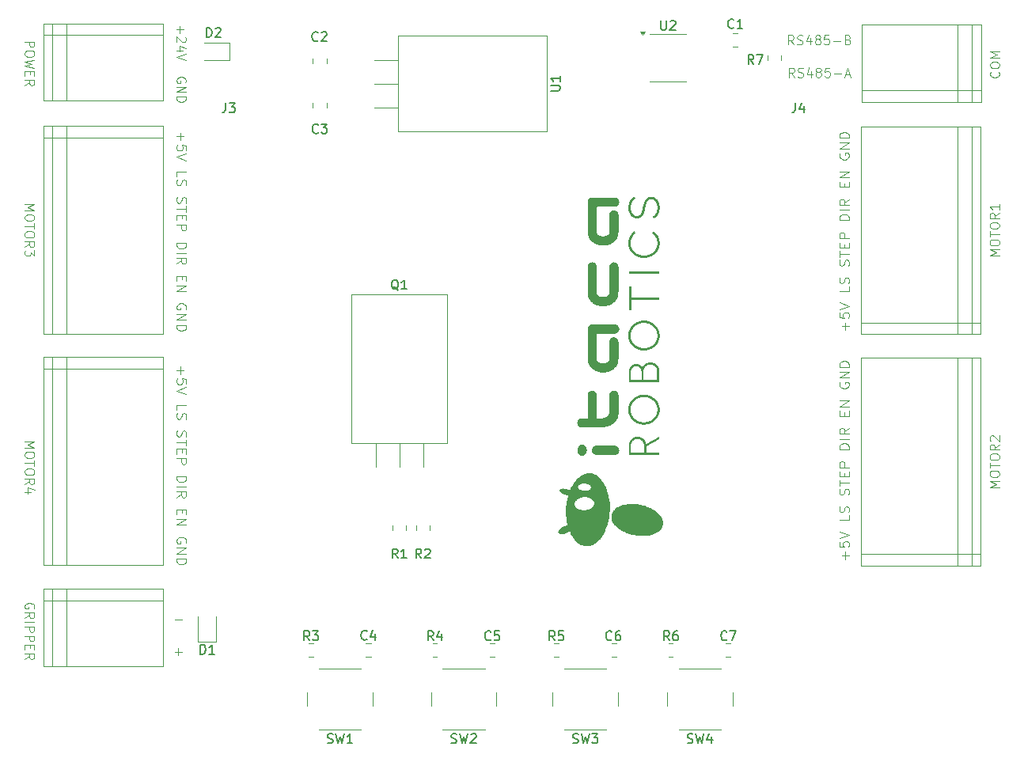
<source format=gbr>
%TF.GenerationSoftware,KiCad,Pcbnew,8.0.4-8.0.4-0~ubuntu22.04.1*%
%TF.CreationDate,2024-08-22T14:24:35+02:00*%
%TF.ProjectId,PCB_robot_controller,5043425f-726f-4626-9f74-5f636f6e7472,rev?*%
%TF.SameCoordinates,Original*%
%TF.FileFunction,Legend,Top*%
%TF.FilePolarity,Positive*%
%FSLAX46Y46*%
G04 Gerber Fmt 4.6, Leading zero omitted, Abs format (unit mm)*
G04 Created by KiCad (PCBNEW 8.0.4-8.0.4-0~ubuntu22.04.1) date 2024-08-22 14:24:35*
%MOMM*%
%LPD*%
G01*
G04 APERTURE LIST*
%ADD10C,0.100000*%
%ADD11C,0.000000*%
%ADD12C,0.150000*%
%ADD13C,0.120000*%
G04 APERTURE END LIST*
D10*
X195746466Y-125630951D02*
X195746466Y-124792856D01*
X196127419Y-125211903D02*
X195365514Y-125211903D01*
X195127419Y-123745236D02*
X195127419Y-124269046D01*
X195127419Y-124269046D02*
X195603609Y-124321427D01*
X195603609Y-124321427D02*
X195555990Y-124269046D01*
X195555990Y-124269046D02*
X195508371Y-124164284D01*
X195508371Y-124164284D02*
X195508371Y-123902379D01*
X195508371Y-123902379D02*
X195555990Y-123797617D01*
X195555990Y-123797617D02*
X195603609Y-123745236D01*
X195603609Y-123745236D02*
X195698847Y-123692855D01*
X195698847Y-123692855D02*
X195936942Y-123692855D01*
X195936942Y-123692855D02*
X196032180Y-123745236D01*
X196032180Y-123745236D02*
X196079800Y-123797617D01*
X196079800Y-123797617D02*
X196127419Y-123902379D01*
X196127419Y-123902379D02*
X196127419Y-124164284D01*
X196127419Y-124164284D02*
X196079800Y-124269046D01*
X196079800Y-124269046D02*
X196032180Y-124321427D01*
X195127419Y-123378570D02*
X196127419Y-123011903D01*
X196127419Y-123011903D02*
X195127419Y-122645236D01*
X196127419Y-120916665D02*
X196127419Y-121440475D01*
X196127419Y-121440475D02*
X195127419Y-121440475D01*
X196079800Y-120602380D02*
X196127419Y-120445237D01*
X196127419Y-120445237D02*
X196127419Y-120183332D01*
X196127419Y-120183332D02*
X196079800Y-120078570D01*
X196079800Y-120078570D02*
X196032180Y-120026189D01*
X196032180Y-120026189D02*
X195936942Y-119973808D01*
X195936942Y-119973808D02*
X195841704Y-119973808D01*
X195841704Y-119973808D02*
X195746466Y-120026189D01*
X195746466Y-120026189D02*
X195698847Y-120078570D01*
X195698847Y-120078570D02*
X195651228Y-120183332D01*
X195651228Y-120183332D02*
X195603609Y-120392856D01*
X195603609Y-120392856D02*
X195555990Y-120497618D01*
X195555990Y-120497618D02*
X195508371Y-120549999D01*
X195508371Y-120549999D02*
X195413133Y-120602380D01*
X195413133Y-120602380D02*
X195317895Y-120602380D01*
X195317895Y-120602380D02*
X195222657Y-120549999D01*
X195222657Y-120549999D02*
X195175038Y-120497618D01*
X195175038Y-120497618D02*
X195127419Y-120392856D01*
X195127419Y-120392856D02*
X195127419Y-120130951D01*
X195127419Y-120130951D02*
X195175038Y-119973808D01*
X196079800Y-118716666D02*
X196127419Y-118559523D01*
X196127419Y-118559523D02*
X196127419Y-118297618D01*
X196127419Y-118297618D02*
X196079800Y-118192856D01*
X196079800Y-118192856D02*
X196032180Y-118140475D01*
X196032180Y-118140475D02*
X195936942Y-118088094D01*
X195936942Y-118088094D02*
X195841704Y-118088094D01*
X195841704Y-118088094D02*
X195746466Y-118140475D01*
X195746466Y-118140475D02*
X195698847Y-118192856D01*
X195698847Y-118192856D02*
X195651228Y-118297618D01*
X195651228Y-118297618D02*
X195603609Y-118507142D01*
X195603609Y-118507142D02*
X195555990Y-118611904D01*
X195555990Y-118611904D02*
X195508371Y-118664285D01*
X195508371Y-118664285D02*
X195413133Y-118716666D01*
X195413133Y-118716666D02*
X195317895Y-118716666D01*
X195317895Y-118716666D02*
X195222657Y-118664285D01*
X195222657Y-118664285D02*
X195175038Y-118611904D01*
X195175038Y-118611904D02*
X195127419Y-118507142D01*
X195127419Y-118507142D02*
X195127419Y-118245237D01*
X195127419Y-118245237D02*
X195175038Y-118088094D01*
X195127419Y-117773809D02*
X195127419Y-117145237D01*
X196127419Y-117459523D02*
X195127419Y-117459523D01*
X195603609Y-116778571D02*
X195603609Y-116411904D01*
X196127419Y-116254761D02*
X196127419Y-116778571D01*
X196127419Y-116778571D02*
X195127419Y-116778571D01*
X195127419Y-116778571D02*
X195127419Y-116254761D01*
X196127419Y-115783333D02*
X195127419Y-115783333D01*
X195127419Y-115783333D02*
X195127419Y-115364285D01*
X195127419Y-115364285D02*
X195175038Y-115259523D01*
X195175038Y-115259523D02*
X195222657Y-115207142D01*
X195222657Y-115207142D02*
X195317895Y-115154761D01*
X195317895Y-115154761D02*
X195460752Y-115154761D01*
X195460752Y-115154761D02*
X195555990Y-115207142D01*
X195555990Y-115207142D02*
X195603609Y-115259523D01*
X195603609Y-115259523D02*
X195651228Y-115364285D01*
X195651228Y-115364285D02*
X195651228Y-115783333D01*
X196127419Y-113845238D02*
X195127419Y-113845238D01*
X195127419Y-113845238D02*
X195127419Y-113583333D01*
X195127419Y-113583333D02*
X195175038Y-113426190D01*
X195175038Y-113426190D02*
X195270276Y-113321428D01*
X195270276Y-113321428D02*
X195365514Y-113269047D01*
X195365514Y-113269047D02*
X195555990Y-113216666D01*
X195555990Y-113216666D02*
X195698847Y-113216666D01*
X195698847Y-113216666D02*
X195889323Y-113269047D01*
X195889323Y-113269047D02*
X195984561Y-113321428D01*
X195984561Y-113321428D02*
X196079800Y-113426190D01*
X196079800Y-113426190D02*
X196127419Y-113583333D01*
X196127419Y-113583333D02*
X196127419Y-113845238D01*
X196127419Y-112745238D02*
X195127419Y-112745238D01*
X196127419Y-111592856D02*
X195651228Y-111959523D01*
X196127419Y-112221428D02*
X195127419Y-112221428D01*
X195127419Y-112221428D02*
X195127419Y-111802380D01*
X195127419Y-111802380D02*
X195175038Y-111697618D01*
X195175038Y-111697618D02*
X195222657Y-111645237D01*
X195222657Y-111645237D02*
X195317895Y-111592856D01*
X195317895Y-111592856D02*
X195460752Y-111592856D01*
X195460752Y-111592856D02*
X195555990Y-111645237D01*
X195555990Y-111645237D02*
X195603609Y-111697618D01*
X195603609Y-111697618D02*
X195651228Y-111802380D01*
X195651228Y-111802380D02*
X195651228Y-112221428D01*
X195603609Y-110283333D02*
X195603609Y-109916666D01*
X196127419Y-109759523D02*
X196127419Y-110283333D01*
X196127419Y-110283333D02*
X195127419Y-110283333D01*
X195127419Y-110283333D02*
X195127419Y-109759523D01*
X196127419Y-109288095D02*
X195127419Y-109288095D01*
X195127419Y-109288095D02*
X196127419Y-108659523D01*
X196127419Y-108659523D02*
X195127419Y-108659523D01*
X195175038Y-106721428D02*
X195127419Y-106826190D01*
X195127419Y-106826190D02*
X195127419Y-106983333D01*
X195127419Y-106983333D02*
X195175038Y-107140476D01*
X195175038Y-107140476D02*
X195270276Y-107245238D01*
X195270276Y-107245238D02*
X195365514Y-107297619D01*
X195365514Y-107297619D02*
X195555990Y-107350000D01*
X195555990Y-107350000D02*
X195698847Y-107350000D01*
X195698847Y-107350000D02*
X195889323Y-107297619D01*
X195889323Y-107297619D02*
X195984561Y-107245238D01*
X195984561Y-107245238D02*
X196079800Y-107140476D01*
X196079800Y-107140476D02*
X196127419Y-106983333D01*
X196127419Y-106983333D02*
X196127419Y-106878571D01*
X196127419Y-106878571D02*
X196079800Y-106721428D01*
X196079800Y-106721428D02*
X196032180Y-106669047D01*
X196032180Y-106669047D02*
X195698847Y-106669047D01*
X195698847Y-106669047D02*
X195698847Y-106878571D01*
X196127419Y-106197619D02*
X195127419Y-106197619D01*
X195127419Y-106197619D02*
X196127419Y-105569047D01*
X196127419Y-105569047D02*
X195127419Y-105569047D01*
X196127419Y-105045238D02*
X195127419Y-105045238D01*
X195127419Y-105045238D02*
X195127419Y-104783333D01*
X195127419Y-104783333D02*
X195175038Y-104626190D01*
X195175038Y-104626190D02*
X195270276Y-104521428D01*
X195270276Y-104521428D02*
X195365514Y-104469047D01*
X195365514Y-104469047D02*
X195555990Y-104416666D01*
X195555990Y-104416666D02*
X195698847Y-104416666D01*
X195698847Y-104416666D02*
X195889323Y-104469047D01*
X195889323Y-104469047D02*
X195984561Y-104521428D01*
X195984561Y-104521428D02*
X196079800Y-104626190D01*
X196079800Y-104626190D02*
X196127419Y-104783333D01*
X196127419Y-104783333D02*
X196127419Y-105045238D01*
X195746466Y-101130951D02*
X195746466Y-100292856D01*
X196127419Y-100711903D02*
X195365514Y-100711903D01*
X195127419Y-99245236D02*
X195127419Y-99769046D01*
X195127419Y-99769046D02*
X195603609Y-99821427D01*
X195603609Y-99821427D02*
X195555990Y-99769046D01*
X195555990Y-99769046D02*
X195508371Y-99664284D01*
X195508371Y-99664284D02*
X195508371Y-99402379D01*
X195508371Y-99402379D02*
X195555990Y-99297617D01*
X195555990Y-99297617D02*
X195603609Y-99245236D01*
X195603609Y-99245236D02*
X195698847Y-99192855D01*
X195698847Y-99192855D02*
X195936942Y-99192855D01*
X195936942Y-99192855D02*
X196032180Y-99245236D01*
X196032180Y-99245236D02*
X196079800Y-99297617D01*
X196079800Y-99297617D02*
X196127419Y-99402379D01*
X196127419Y-99402379D02*
X196127419Y-99664284D01*
X196127419Y-99664284D02*
X196079800Y-99769046D01*
X196079800Y-99769046D02*
X196032180Y-99821427D01*
X195127419Y-98878570D02*
X196127419Y-98511903D01*
X196127419Y-98511903D02*
X195127419Y-98145236D01*
X196127419Y-96416665D02*
X196127419Y-96940475D01*
X196127419Y-96940475D02*
X195127419Y-96940475D01*
X196079800Y-96102380D02*
X196127419Y-95945237D01*
X196127419Y-95945237D02*
X196127419Y-95683332D01*
X196127419Y-95683332D02*
X196079800Y-95578570D01*
X196079800Y-95578570D02*
X196032180Y-95526189D01*
X196032180Y-95526189D02*
X195936942Y-95473808D01*
X195936942Y-95473808D02*
X195841704Y-95473808D01*
X195841704Y-95473808D02*
X195746466Y-95526189D01*
X195746466Y-95526189D02*
X195698847Y-95578570D01*
X195698847Y-95578570D02*
X195651228Y-95683332D01*
X195651228Y-95683332D02*
X195603609Y-95892856D01*
X195603609Y-95892856D02*
X195555990Y-95997618D01*
X195555990Y-95997618D02*
X195508371Y-96049999D01*
X195508371Y-96049999D02*
X195413133Y-96102380D01*
X195413133Y-96102380D02*
X195317895Y-96102380D01*
X195317895Y-96102380D02*
X195222657Y-96049999D01*
X195222657Y-96049999D02*
X195175038Y-95997618D01*
X195175038Y-95997618D02*
X195127419Y-95892856D01*
X195127419Y-95892856D02*
X195127419Y-95630951D01*
X195127419Y-95630951D02*
X195175038Y-95473808D01*
X196079800Y-94216666D02*
X196127419Y-94059523D01*
X196127419Y-94059523D02*
X196127419Y-93797618D01*
X196127419Y-93797618D02*
X196079800Y-93692856D01*
X196079800Y-93692856D02*
X196032180Y-93640475D01*
X196032180Y-93640475D02*
X195936942Y-93588094D01*
X195936942Y-93588094D02*
X195841704Y-93588094D01*
X195841704Y-93588094D02*
X195746466Y-93640475D01*
X195746466Y-93640475D02*
X195698847Y-93692856D01*
X195698847Y-93692856D02*
X195651228Y-93797618D01*
X195651228Y-93797618D02*
X195603609Y-94007142D01*
X195603609Y-94007142D02*
X195555990Y-94111904D01*
X195555990Y-94111904D02*
X195508371Y-94164285D01*
X195508371Y-94164285D02*
X195413133Y-94216666D01*
X195413133Y-94216666D02*
X195317895Y-94216666D01*
X195317895Y-94216666D02*
X195222657Y-94164285D01*
X195222657Y-94164285D02*
X195175038Y-94111904D01*
X195175038Y-94111904D02*
X195127419Y-94007142D01*
X195127419Y-94007142D02*
X195127419Y-93745237D01*
X195127419Y-93745237D02*
X195175038Y-93588094D01*
X195127419Y-93273809D02*
X195127419Y-92645237D01*
X196127419Y-92959523D02*
X195127419Y-92959523D01*
X195603609Y-92278571D02*
X195603609Y-91911904D01*
X196127419Y-91754761D02*
X196127419Y-92278571D01*
X196127419Y-92278571D02*
X195127419Y-92278571D01*
X195127419Y-92278571D02*
X195127419Y-91754761D01*
X196127419Y-91283333D02*
X195127419Y-91283333D01*
X195127419Y-91283333D02*
X195127419Y-90864285D01*
X195127419Y-90864285D02*
X195175038Y-90759523D01*
X195175038Y-90759523D02*
X195222657Y-90707142D01*
X195222657Y-90707142D02*
X195317895Y-90654761D01*
X195317895Y-90654761D02*
X195460752Y-90654761D01*
X195460752Y-90654761D02*
X195555990Y-90707142D01*
X195555990Y-90707142D02*
X195603609Y-90759523D01*
X195603609Y-90759523D02*
X195651228Y-90864285D01*
X195651228Y-90864285D02*
X195651228Y-91283333D01*
X196127419Y-89345238D02*
X195127419Y-89345238D01*
X195127419Y-89345238D02*
X195127419Y-89083333D01*
X195127419Y-89083333D02*
X195175038Y-88926190D01*
X195175038Y-88926190D02*
X195270276Y-88821428D01*
X195270276Y-88821428D02*
X195365514Y-88769047D01*
X195365514Y-88769047D02*
X195555990Y-88716666D01*
X195555990Y-88716666D02*
X195698847Y-88716666D01*
X195698847Y-88716666D02*
X195889323Y-88769047D01*
X195889323Y-88769047D02*
X195984561Y-88821428D01*
X195984561Y-88821428D02*
X196079800Y-88926190D01*
X196079800Y-88926190D02*
X196127419Y-89083333D01*
X196127419Y-89083333D02*
X196127419Y-89345238D01*
X196127419Y-88245238D02*
X195127419Y-88245238D01*
X196127419Y-87092856D02*
X195651228Y-87459523D01*
X196127419Y-87721428D02*
X195127419Y-87721428D01*
X195127419Y-87721428D02*
X195127419Y-87302380D01*
X195127419Y-87302380D02*
X195175038Y-87197618D01*
X195175038Y-87197618D02*
X195222657Y-87145237D01*
X195222657Y-87145237D02*
X195317895Y-87092856D01*
X195317895Y-87092856D02*
X195460752Y-87092856D01*
X195460752Y-87092856D02*
X195555990Y-87145237D01*
X195555990Y-87145237D02*
X195603609Y-87197618D01*
X195603609Y-87197618D02*
X195651228Y-87302380D01*
X195651228Y-87302380D02*
X195651228Y-87721428D01*
X195603609Y-85783333D02*
X195603609Y-85416666D01*
X196127419Y-85259523D02*
X196127419Y-85783333D01*
X196127419Y-85783333D02*
X195127419Y-85783333D01*
X195127419Y-85783333D02*
X195127419Y-85259523D01*
X196127419Y-84788095D02*
X195127419Y-84788095D01*
X195127419Y-84788095D02*
X196127419Y-84159523D01*
X196127419Y-84159523D02*
X195127419Y-84159523D01*
X195175038Y-82221428D02*
X195127419Y-82326190D01*
X195127419Y-82326190D02*
X195127419Y-82483333D01*
X195127419Y-82483333D02*
X195175038Y-82640476D01*
X195175038Y-82640476D02*
X195270276Y-82745238D01*
X195270276Y-82745238D02*
X195365514Y-82797619D01*
X195365514Y-82797619D02*
X195555990Y-82850000D01*
X195555990Y-82850000D02*
X195698847Y-82850000D01*
X195698847Y-82850000D02*
X195889323Y-82797619D01*
X195889323Y-82797619D02*
X195984561Y-82745238D01*
X195984561Y-82745238D02*
X196079800Y-82640476D01*
X196079800Y-82640476D02*
X196127419Y-82483333D01*
X196127419Y-82483333D02*
X196127419Y-82378571D01*
X196127419Y-82378571D02*
X196079800Y-82221428D01*
X196079800Y-82221428D02*
X196032180Y-82169047D01*
X196032180Y-82169047D02*
X195698847Y-82169047D01*
X195698847Y-82169047D02*
X195698847Y-82378571D01*
X196127419Y-81697619D02*
X195127419Y-81697619D01*
X195127419Y-81697619D02*
X196127419Y-81069047D01*
X196127419Y-81069047D02*
X195127419Y-81069047D01*
X196127419Y-80545238D02*
X195127419Y-80545238D01*
X195127419Y-80545238D02*
X195127419Y-80283333D01*
X195127419Y-80283333D02*
X195175038Y-80126190D01*
X195175038Y-80126190D02*
X195270276Y-80021428D01*
X195270276Y-80021428D02*
X195365514Y-79969047D01*
X195365514Y-79969047D02*
X195555990Y-79916666D01*
X195555990Y-79916666D02*
X195698847Y-79916666D01*
X195698847Y-79916666D02*
X195889323Y-79969047D01*
X195889323Y-79969047D02*
X195984561Y-80021428D01*
X195984561Y-80021428D02*
X196079800Y-80126190D01*
X196079800Y-80126190D02*
X196127419Y-80283333D01*
X196127419Y-80283333D02*
X196127419Y-80545238D01*
X124593533Y-104969048D02*
X124593533Y-105807144D01*
X124212580Y-105388096D02*
X124974485Y-105388096D01*
X125212580Y-106854763D02*
X125212580Y-106330953D01*
X125212580Y-106330953D02*
X124736390Y-106278572D01*
X124736390Y-106278572D02*
X124784009Y-106330953D01*
X124784009Y-106330953D02*
X124831628Y-106435715D01*
X124831628Y-106435715D02*
X124831628Y-106697620D01*
X124831628Y-106697620D02*
X124784009Y-106802382D01*
X124784009Y-106802382D02*
X124736390Y-106854763D01*
X124736390Y-106854763D02*
X124641152Y-106907144D01*
X124641152Y-106907144D02*
X124403057Y-106907144D01*
X124403057Y-106907144D02*
X124307819Y-106854763D01*
X124307819Y-106854763D02*
X124260200Y-106802382D01*
X124260200Y-106802382D02*
X124212580Y-106697620D01*
X124212580Y-106697620D02*
X124212580Y-106435715D01*
X124212580Y-106435715D02*
X124260200Y-106330953D01*
X124260200Y-106330953D02*
X124307819Y-106278572D01*
X125212580Y-107221429D02*
X124212580Y-107588096D01*
X124212580Y-107588096D02*
X125212580Y-107954763D01*
X124212580Y-109683334D02*
X124212580Y-109159524D01*
X124212580Y-109159524D02*
X125212580Y-109159524D01*
X124260200Y-109997619D02*
X124212580Y-110154762D01*
X124212580Y-110154762D02*
X124212580Y-110416667D01*
X124212580Y-110416667D02*
X124260200Y-110521429D01*
X124260200Y-110521429D02*
X124307819Y-110573810D01*
X124307819Y-110573810D02*
X124403057Y-110626191D01*
X124403057Y-110626191D02*
X124498295Y-110626191D01*
X124498295Y-110626191D02*
X124593533Y-110573810D01*
X124593533Y-110573810D02*
X124641152Y-110521429D01*
X124641152Y-110521429D02*
X124688771Y-110416667D01*
X124688771Y-110416667D02*
X124736390Y-110207143D01*
X124736390Y-110207143D02*
X124784009Y-110102381D01*
X124784009Y-110102381D02*
X124831628Y-110050000D01*
X124831628Y-110050000D02*
X124926866Y-109997619D01*
X124926866Y-109997619D02*
X125022104Y-109997619D01*
X125022104Y-109997619D02*
X125117342Y-110050000D01*
X125117342Y-110050000D02*
X125164961Y-110102381D01*
X125164961Y-110102381D02*
X125212580Y-110207143D01*
X125212580Y-110207143D02*
X125212580Y-110469048D01*
X125212580Y-110469048D02*
X125164961Y-110626191D01*
X124260200Y-111883333D02*
X124212580Y-112040476D01*
X124212580Y-112040476D02*
X124212580Y-112302381D01*
X124212580Y-112302381D02*
X124260200Y-112407143D01*
X124260200Y-112407143D02*
X124307819Y-112459524D01*
X124307819Y-112459524D02*
X124403057Y-112511905D01*
X124403057Y-112511905D02*
X124498295Y-112511905D01*
X124498295Y-112511905D02*
X124593533Y-112459524D01*
X124593533Y-112459524D02*
X124641152Y-112407143D01*
X124641152Y-112407143D02*
X124688771Y-112302381D01*
X124688771Y-112302381D02*
X124736390Y-112092857D01*
X124736390Y-112092857D02*
X124784009Y-111988095D01*
X124784009Y-111988095D02*
X124831628Y-111935714D01*
X124831628Y-111935714D02*
X124926866Y-111883333D01*
X124926866Y-111883333D02*
X125022104Y-111883333D01*
X125022104Y-111883333D02*
X125117342Y-111935714D01*
X125117342Y-111935714D02*
X125164961Y-111988095D01*
X125164961Y-111988095D02*
X125212580Y-112092857D01*
X125212580Y-112092857D02*
X125212580Y-112354762D01*
X125212580Y-112354762D02*
X125164961Y-112511905D01*
X125212580Y-112826190D02*
X125212580Y-113454762D01*
X124212580Y-113140476D02*
X125212580Y-113140476D01*
X124736390Y-113821428D02*
X124736390Y-114188095D01*
X124212580Y-114345238D02*
X124212580Y-113821428D01*
X124212580Y-113821428D02*
X125212580Y-113821428D01*
X125212580Y-113821428D02*
X125212580Y-114345238D01*
X124212580Y-114816666D02*
X125212580Y-114816666D01*
X125212580Y-114816666D02*
X125212580Y-115235714D01*
X125212580Y-115235714D02*
X125164961Y-115340476D01*
X125164961Y-115340476D02*
X125117342Y-115392857D01*
X125117342Y-115392857D02*
X125022104Y-115445238D01*
X125022104Y-115445238D02*
X124879247Y-115445238D01*
X124879247Y-115445238D02*
X124784009Y-115392857D01*
X124784009Y-115392857D02*
X124736390Y-115340476D01*
X124736390Y-115340476D02*
X124688771Y-115235714D01*
X124688771Y-115235714D02*
X124688771Y-114816666D01*
X124212580Y-116754761D02*
X125212580Y-116754761D01*
X125212580Y-116754761D02*
X125212580Y-117016666D01*
X125212580Y-117016666D02*
X125164961Y-117173809D01*
X125164961Y-117173809D02*
X125069723Y-117278571D01*
X125069723Y-117278571D02*
X124974485Y-117330952D01*
X124974485Y-117330952D02*
X124784009Y-117383333D01*
X124784009Y-117383333D02*
X124641152Y-117383333D01*
X124641152Y-117383333D02*
X124450676Y-117330952D01*
X124450676Y-117330952D02*
X124355438Y-117278571D01*
X124355438Y-117278571D02*
X124260200Y-117173809D01*
X124260200Y-117173809D02*
X124212580Y-117016666D01*
X124212580Y-117016666D02*
X124212580Y-116754761D01*
X124212580Y-117854761D02*
X125212580Y-117854761D01*
X124212580Y-119007143D02*
X124688771Y-118640476D01*
X124212580Y-118378571D02*
X125212580Y-118378571D01*
X125212580Y-118378571D02*
X125212580Y-118797619D01*
X125212580Y-118797619D02*
X125164961Y-118902381D01*
X125164961Y-118902381D02*
X125117342Y-118954762D01*
X125117342Y-118954762D02*
X125022104Y-119007143D01*
X125022104Y-119007143D02*
X124879247Y-119007143D01*
X124879247Y-119007143D02*
X124784009Y-118954762D01*
X124784009Y-118954762D02*
X124736390Y-118902381D01*
X124736390Y-118902381D02*
X124688771Y-118797619D01*
X124688771Y-118797619D02*
X124688771Y-118378571D01*
X124736390Y-120316666D02*
X124736390Y-120683333D01*
X124212580Y-120840476D02*
X124212580Y-120316666D01*
X124212580Y-120316666D02*
X125212580Y-120316666D01*
X125212580Y-120316666D02*
X125212580Y-120840476D01*
X124212580Y-121311904D02*
X125212580Y-121311904D01*
X125212580Y-121311904D02*
X124212580Y-121940476D01*
X124212580Y-121940476D02*
X125212580Y-121940476D01*
X125164961Y-123878571D02*
X125212580Y-123773809D01*
X125212580Y-123773809D02*
X125212580Y-123616666D01*
X125212580Y-123616666D02*
X125164961Y-123459523D01*
X125164961Y-123459523D02*
X125069723Y-123354761D01*
X125069723Y-123354761D02*
X124974485Y-123302380D01*
X124974485Y-123302380D02*
X124784009Y-123249999D01*
X124784009Y-123249999D02*
X124641152Y-123249999D01*
X124641152Y-123249999D02*
X124450676Y-123302380D01*
X124450676Y-123302380D02*
X124355438Y-123354761D01*
X124355438Y-123354761D02*
X124260200Y-123459523D01*
X124260200Y-123459523D02*
X124212580Y-123616666D01*
X124212580Y-123616666D02*
X124212580Y-123721428D01*
X124212580Y-123721428D02*
X124260200Y-123878571D01*
X124260200Y-123878571D02*
X124307819Y-123930952D01*
X124307819Y-123930952D02*
X124641152Y-123930952D01*
X124641152Y-123930952D02*
X124641152Y-123721428D01*
X124212580Y-124402380D02*
X125212580Y-124402380D01*
X125212580Y-124402380D02*
X124212580Y-125030952D01*
X124212580Y-125030952D02*
X125212580Y-125030952D01*
X124212580Y-125554761D02*
X125212580Y-125554761D01*
X125212580Y-125554761D02*
X125212580Y-125816666D01*
X125212580Y-125816666D02*
X125164961Y-125973809D01*
X125164961Y-125973809D02*
X125069723Y-126078571D01*
X125069723Y-126078571D02*
X124974485Y-126130952D01*
X124974485Y-126130952D02*
X124784009Y-126183333D01*
X124784009Y-126183333D02*
X124641152Y-126183333D01*
X124641152Y-126183333D02*
X124450676Y-126130952D01*
X124450676Y-126130952D02*
X124355438Y-126078571D01*
X124355438Y-126078571D02*
X124260200Y-125973809D01*
X124260200Y-125973809D02*
X124212580Y-125816666D01*
X124212580Y-125816666D02*
X124212580Y-125554761D01*
X124593533Y-79969048D02*
X124593533Y-80807144D01*
X124212580Y-80388096D02*
X124974485Y-80388096D01*
X125212580Y-81854763D02*
X125212580Y-81330953D01*
X125212580Y-81330953D02*
X124736390Y-81278572D01*
X124736390Y-81278572D02*
X124784009Y-81330953D01*
X124784009Y-81330953D02*
X124831628Y-81435715D01*
X124831628Y-81435715D02*
X124831628Y-81697620D01*
X124831628Y-81697620D02*
X124784009Y-81802382D01*
X124784009Y-81802382D02*
X124736390Y-81854763D01*
X124736390Y-81854763D02*
X124641152Y-81907144D01*
X124641152Y-81907144D02*
X124403057Y-81907144D01*
X124403057Y-81907144D02*
X124307819Y-81854763D01*
X124307819Y-81854763D02*
X124260200Y-81802382D01*
X124260200Y-81802382D02*
X124212580Y-81697620D01*
X124212580Y-81697620D02*
X124212580Y-81435715D01*
X124212580Y-81435715D02*
X124260200Y-81330953D01*
X124260200Y-81330953D02*
X124307819Y-81278572D01*
X125212580Y-82221429D02*
X124212580Y-82588096D01*
X124212580Y-82588096D02*
X125212580Y-82954763D01*
X124212580Y-84683334D02*
X124212580Y-84159524D01*
X124212580Y-84159524D02*
X125212580Y-84159524D01*
X124260200Y-84997619D02*
X124212580Y-85154762D01*
X124212580Y-85154762D02*
X124212580Y-85416667D01*
X124212580Y-85416667D02*
X124260200Y-85521429D01*
X124260200Y-85521429D02*
X124307819Y-85573810D01*
X124307819Y-85573810D02*
X124403057Y-85626191D01*
X124403057Y-85626191D02*
X124498295Y-85626191D01*
X124498295Y-85626191D02*
X124593533Y-85573810D01*
X124593533Y-85573810D02*
X124641152Y-85521429D01*
X124641152Y-85521429D02*
X124688771Y-85416667D01*
X124688771Y-85416667D02*
X124736390Y-85207143D01*
X124736390Y-85207143D02*
X124784009Y-85102381D01*
X124784009Y-85102381D02*
X124831628Y-85050000D01*
X124831628Y-85050000D02*
X124926866Y-84997619D01*
X124926866Y-84997619D02*
X125022104Y-84997619D01*
X125022104Y-84997619D02*
X125117342Y-85050000D01*
X125117342Y-85050000D02*
X125164961Y-85102381D01*
X125164961Y-85102381D02*
X125212580Y-85207143D01*
X125212580Y-85207143D02*
X125212580Y-85469048D01*
X125212580Y-85469048D02*
X125164961Y-85626191D01*
X124260200Y-86883333D02*
X124212580Y-87040476D01*
X124212580Y-87040476D02*
X124212580Y-87302381D01*
X124212580Y-87302381D02*
X124260200Y-87407143D01*
X124260200Y-87407143D02*
X124307819Y-87459524D01*
X124307819Y-87459524D02*
X124403057Y-87511905D01*
X124403057Y-87511905D02*
X124498295Y-87511905D01*
X124498295Y-87511905D02*
X124593533Y-87459524D01*
X124593533Y-87459524D02*
X124641152Y-87407143D01*
X124641152Y-87407143D02*
X124688771Y-87302381D01*
X124688771Y-87302381D02*
X124736390Y-87092857D01*
X124736390Y-87092857D02*
X124784009Y-86988095D01*
X124784009Y-86988095D02*
X124831628Y-86935714D01*
X124831628Y-86935714D02*
X124926866Y-86883333D01*
X124926866Y-86883333D02*
X125022104Y-86883333D01*
X125022104Y-86883333D02*
X125117342Y-86935714D01*
X125117342Y-86935714D02*
X125164961Y-86988095D01*
X125164961Y-86988095D02*
X125212580Y-87092857D01*
X125212580Y-87092857D02*
X125212580Y-87354762D01*
X125212580Y-87354762D02*
X125164961Y-87511905D01*
X125212580Y-87826190D02*
X125212580Y-88454762D01*
X124212580Y-88140476D02*
X125212580Y-88140476D01*
X124736390Y-88821428D02*
X124736390Y-89188095D01*
X124212580Y-89345238D02*
X124212580Y-88821428D01*
X124212580Y-88821428D02*
X125212580Y-88821428D01*
X125212580Y-88821428D02*
X125212580Y-89345238D01*
X124212580Y-89816666D02*
X125212580Y-89816666D01*
X125212580Y-89816666D02*
X125212580Y-90235714D01*
X125212580Y-90235714D02*
X125164961Y-90340476D01*
X125164961Y-90340476D02*
X125117342Y-90392857D01*
X125117342Y-90392857D02*
X125022104Y-90445238D01*
X125022104Y-90445238D02*
X124879247Y-90445238D01*
X124879247Y-90445238D02*
X124784009Y-90392857D01*
X124784009Y-90392857D02*
X124736390Y-90340476D01*
X124736390Y-90340476D02*
X124688771Y-90235714D01*
X124688771Y-90235714D02*
X124688771Y-89816666D01*
X124212580Y-91754761D02*
X125212580Y-91754761D01*
X125212580Y-91754761D02*
X125212580Y-92016666D01*
X125212580Y-92016666D02*
X125164961Y-92173809D01*
X125164961Y-92173809D02*
X125069723Y-92278571D01*
X125069723Y-92278571D02*
X124974485Y-92330952D01*
X124974485Y-92330952D02*
X124784009Y-92383333D01*
X124784009Y-92383333D02*
X124641152Y-92383333D01*
X124641152Y-92383333D02*
X124450676Y-92330952D01*
X124450676Y-92330952D02*
X124355438Y-92278571D01*
X124355438Y-92278571D02*
X124260200Y-92173809D01*
X124260200Y-92173809D02*
X124212580Y-92016666D01*
X124212580Y-92016666D02*
X124212580Y-91754761D01*
X124212580Y-92854761D02*
X125212580Y-92854761D01*
X124212580Y-94007143D02*
X124688771Y-93640476D01*
X124212580Y-93378571D02*
X125212580Y-93378571D01*
X125212580Y-93378571D02*
X125212580Y-93797619D01*
X125212580Y-93797619D02*
X125164961Y-93902381D01*
X125164961Y-93902381D02*
X125117342Y-93954762D01*
X125117342Y-93954762D02*
X125022104Y-94007143D01*
X125022104Y-94007143D02*
X124879247Y-94007143D01*
X124879247Y-94007143D02*
X124784009Y-93954762D01*
X124784009Y-93954762D02*
X124736390Y-93902381D01*
X124736390Y-93902381D02*
X124688771Y-93797619D01*
X124688771Y-93797619D02*
X124688771Y-93378571D01*
X124736390Y-95316666D02*
X124736390Y-95683333D01*
X124212580Y-95840476D02*
X124212580Y-95316666D01*
X124212580Y-95316666D02*
X125212580Y-95316666D01*
X125212580Y-95316666D02*
X125212580Y-95840476D01*
X124212580Y-96311904D02*
X125212580Y-96311904D01*
X125212580Y-96311904D02*
X124212580Y-96940476D01*
X124212580Y-96940476D02*
X125212580Y-96940476D01*
X125164961Y-98878571D02*
X125212580Y-98773809D01*
X125212580Y-98773809D02*
X125212580Y-98616666D01*
X125212580Y-98616666D02*
X125164961Y-98459523D01*
X125164961Y-98459523D02*
X125069723Y-98354761D01*
X125069723Y-98354761D02*
X124974485Y-98302380D01*
X124974485Y-98302380D02*
X124784009Y-98249999D01*
X124784009Y-98249999D02*
X124641152Y-98249999D01*
X124641152Y-98249999D02*
X124450676Y-98302380D01*
X124450676Y-98302380D02*
X124355438Y-98354761D01*
X124355438Y-98354761D02*
X124260200Y-98459523D01*
X124260200Y-98459523D02*
X124212580Y-98616666D01*
X124212580Y-98616666D02*
X124212580Y-98721428D01*
X124212580Y-98721428D02*
X124260200Y-98878571D01*
X124260200Y-98878571D02*
X124307819Y-98930952D01*
X124307819Y-98930952D02*
X124641152Y-98930952D01*
X124641152Y-98930952D02*
X124641152Y-98721428D01*
X124212580Y-99402380D02*
X125212580Y-99402380D01*
X125212580Y-99402380D02*
X124212580Y-100030952D01*
X124212580Y-100030952D02*
X125212580Y-100030952D01*
X124212580Y-100554761D02*
X125212580Y-100554761D01*
X125212580Y-100554761D02*
X125212580Y-100816666D01*
X125212580Y-100816666D02*
X125164961Y-100973809D01*
X125164961Y-100973809D02*
X125069723Y-101078571D01*
X125069723Y-101078571D02*
X124974485Y-101130952D01*
X124974485Y-101130952D02*
X124784009Y-101183333D01*
X124784009Y-101183333D02*
X124641152Y-101183333D01*
X124641152Y-101183333D02*
X124450676Y-101130952D01*
X124450676Y-101130952D02*
X124355438Y-101078571D01*
X124355438Y-101078571D02*
X124260200Y-100973809D01*
X124260200Y-100973809D02*
X124212580Y-100816666D01*
X124212580Y-100816666D02*
X124212580Y-100554761D01*
D11*
G36*
X173236983Y-119715973D02*
G01*
X173514766Y-119744356D01*
X173797508Y-119790588D01*
X173938577Y-119820208D01*
X174076978Y-119853637D01*
X174212558Y-119890740D01*
X174345165Y-119931380D01*
X174474645Y-119975421D01*
X174600846Y-120022727D01*
X174723615Y-120073164D01*
X174842798Y-120126593D01*
X174958244Y-120182881D01*
X175069799Y-120241891D01*
X175177311Y-120303486D01*
X175280626Y-120367531D01*
X175379591Y-120433891D01*
X175474055Y-120502429D01*
X175563863Y-120573009D01*
X175648864Y-120645495D01*
X175728904Y-120719752D01*
X175803830Y-120795644D01*
X175873490Y-120873034D01*
X175937731Y-120951787D01*
X175996400Y-121031766D01*
X176049343Y-121112837D01*
X176096409Y-121194862D01*
X176137444Y-121277707D01*
X176172295Y-121361235D01*
X176200810Y-121445310D01*
X176222836Y-121529796D01*
X176238220Y-121614558D01*
X176246809Y-121699460D01*
X176248450Y-121784364D01*
X176242990Y-121869137D01*
X176230277Y-121953642D01*
X176210409Y-122036755D01*
X176183715Y-122117400D01*
X176150388Y-122195508D01*
X176110620Y-122271010D01*
X176064604Y-122343837D01*
X176012533Y-122413920D01*
X175954600Y-122481191D01*
X175890996Y-122545581D01*
X175747550Y-122665442D01*
X175583734Y-122772954D01*
X175401092Y-122867567D01*
X175201163Y-122948730D01*
X174985489Y-123015893D01*
X174755611Y-123068508D01*
X174513070Y-123106022D01*
X174259407Y-123127888D01*
X173996163Y-123133553D01*
X173724880Y-123122469D01*
X173447098Y-123094086D01*
X173164359Y-123047852D01*
X173023289Y-123018232D01*
X172884886Y-122984803D01*
X172749305Y-122947701D01*
X172616697Y-122907061D01*
X172487216Y-122863020D01*
X172361014Y-122815713D01*
X172238245Y-122765277D01*
X172119060Y-122711847D01*
X172003614Y-122655560D01*
X171892058Y-122596550D01*
X171784545Y-122534955D01*
X171681230Y-122470909D01*
X171582263Y-122404549D01*
X171487799Y-122336012D01*
X171397990Y-122265432D01*
X171312989Y-122192945D01*
X171232949Y-122118688D01*
X171158022Y-122042797D01*
X171088362Y-121965407D01*
X171024121Y-121886654D01*
X170965452Y-121806674D01*
X170912508Y-121725604D01*
X170865443Y-121643578D01*
X170824408Y-121560733D01*
X170789556Y-121477206D01*
X170761042Y-121393131D01*
X170739016Y-121308644D01*
X170723633Y-121223882D01*
X170715045Y-121138981D01*
X170713405Y-121054076D01*
X170718865Y-120969304D01*
X170731579Y-120884799D01*
X170751447Y-120801685D01*
X170778141Y-120721040D01*
X170811468Y-120642933D01*
X170851236Y-120567431D01*
X170897252Y-120494604D01*
X170949323Y-120424521D01*
X171007256Y-120357250D01*
X171070860Y-120292861D01*
X171214307Y-120173000D01*
X171378123Y-120065488D01*
X171560765Y-119970876D01*
X171760695Y-119889713D01*
X171976369Y-119822549D01*
X172206248Y-119769935D01*
X172448790Y-119732421D01*
X172702454Y-119710555D01*
X172965698Y-119704890D01*
X173236983Y-119715973D01*
G37*
G36*
X168413268Y-116417088D02*
G01*
X168533524Y-116428483D01*
X168651674Y-116449790D01*
X168767584Y-116480756D01*
X168881119Y-116521127D01*
X168992145Y-116570652D01*
X169100528Y-116629076D01*
X169206133Y-116696148D01*
X169308826Y-116771613D01*
X169408474Y-116855219D01*
X169504941Y-116946714D01*
X169687796Y-117152354D01*
X169856319Y-117386512D01*
X170009433Y-117647162D01*
X170146066Y-117932280D01*
X170265143Y-118239844D01*
X170365588Y-118567829D01*
X170446329Y-118914212D01*
X170506290Y-119276968D01*
X170544397Y-119654074D01*
X170559576Y-120043506D01*
X170550752Y-120443241D01*
X170537178Y-120643950D01*
X170517745Y-120841708D01*
X170492614Y-121036278D01*
X170461943Y-121227421D01*
X170425895Y-121414900D01*
X170384627Y-121598478D01*
X170338301Y-121777917D01*
X170287076Y-121952979D01*
X170231113Y-122123428D01*
X170170571Y-122289025D01*
X170105611Y-122449533D01*
X170036392Y-122604714D01*
X169963075Y-122754331D01*
X169885819Y-122898146D01*
X169804784Y-123035922D01*
X169720131Y-123167422D01*
X169632020Y-123292406D01*
X169540610Y-123410639D01*
X169446062Y-123521882D01*
X169348535Y-123625899D01*
X169248190Y-123722450D01*
X169145186Y-123811300D01*
X169039684Y-123892210D01*
X168931843Y-123964942D01*
X168821824Y-124029260D01*
X168709787Y-124084925D01*
X168595891Y-124131701D01*
X168480297Y-124169349D01*
X168363165Y-124197632D01*
X168244654Y-124216313D01*
X168124925Y-124225153D01*
X168004138Y-124223916D01*
X167934053Y-124218520D01*
X167864660Y-124209745D01*
X167795984Y-124197641D01*
X167768427Y-124191401D01*
X167728052Y-124182258D01*
X167660890Y-124163645D01*
X167594525Y-124141852D01*
X167528982Y-124116928D01*
X167464289Y-124088922D01*
X167337554Y-124023867D01*
X167214532Y-123947081D01*
X167095431Y-123858960D01*
X166980464Y-123759903D01*
X166869839Y-123650304D01*
X166763769Y-123530560D01*
X166662462Y-123401067D01*
X166566129Y-123262223D01*
X166474982Y-123114422D01*
X166389230Y-122958062D01*
X166309083Y-122793539D01*
X166234753Y-122621249D01*
X166217399Y-122636980D01*
X166199407Y-122652555D01*
X166180788Y-122667958D01*
X166161557Y-122683172D01*
X166141725Y-122698182D01*
X166121306Y-122712971D01*
X166100312Y-122727523D01*
X166078757Y-122741822D01*
X166056653Y-122755851D01*
X166034014Y-122769594D01*
X166010851Y-122783035D01*
X165987179Y-122796157D01*
X165963009Y-122808945D01*
X165938355Y-122821382D01*
X165913230Y-122833452D01*
X165887646Y-122845139D01*
X165852395Y-122860281D01*
X165817200Y-122874308D01*
X165782113Y-122887226D01*
X165747187Y-122899036D01*
X165712474Y-122909743D01*
X165678028Y-122919348D01*
X165643901Y-122927857D01*
X165610145Y-122935271D01*
X165576814Y-122941594D01*
X165543960Y-122946830D01*
X165511636Y-122950982D01*
X165479895Y-122954052D01*
X165448789Y-122956044D01*
X165418371Y-122956962D01*
X165388694Y-122956808D01*
X165359810Y-122955587D01*
X165331773Y-122953300D01*
X165304634Y-122949952D01*
X165278448Y-122945545D01*
X165253265Y-122940084D01*
X165229140Y-122933570D01*
X165206124Y-122926008D01*
X165184272Y-122917401D01*
X165163634Y-122907751D01*
X165144264Y-122897063D01*
X165126215Y-122885339D01*
X165109539Y-122872582D01*
X165094290Y-122858797D01*
X165080519Y-122843985D01*
X165068280Y-122828151D01*
X165057625Y-122811298D01*
X165048607Y-122793429D01*
X165041362Y-122774771D01*
X165035967Y-122755576D01*
X165032389Y-122735885D01*
X165030597Y-122715741D01*
X165030556Y-122695184D01*
X165032234Y-122674257D01*
X165035599Y-122652999D01*
X165040617Y-122631453D01*
X165047255Y-122609659D01*
X165055481Y-122587660D01*
X165065262Y-122565497D01*
X165076564Y-122543210D01*
X165089356Y-122520841D01*
X165103603Y-122498432D01*
X165136336Y-122453659D01*
X165174499Y-122409220D01*
X165217829Y-122365447D01*
X165266064Y-122322669D01*
X165318941Y-122281219D01*
X165376196Y-122241427D01*
X165437567Y-122203623D01*
X165502791Y-122168138D01*
X165571605Y-122135304D01*
X165602294Y-122122061D01*
X165632946Y-122109661D01*
X165663526Y-122098104D01*
X165694000Y-122087387D01*
X165724332Y-122077507D01*
X165754489Y-122068463D01*
X165784435Y-122060253D01*
X165814135Y-122052873D01*
X165843555Y-122046324D01*
X165872660Y-122040601D01*
X165901415Y-122035703D01*
X165929786Y-122031628D01*
X165957737Y-122028373D01*
X165985234Y-122025938D01*
X166012242Y-122024318D01*
X166038726Y-122023513D01*
X165989111Y-121813866D01*
X165947046Y-121598009D01*
X165912771Y-121376393D01*
X165886527Y-121149471D01*
X165868553Y-120917695D01*
X165859090Y-120681516D01*
X165858377Y-120441387D01*
X165866654Y-120197761D01*
X165879230Y-120009228D01*
X165896979Y-119823284D01*
X165910418Y-119715279D01*
X166779231Y-119715279D01*
X166780355Y-119750943D01*
X166784206Y-119786415D01*
X166790704Y-119821232D01*
X166799782Y-119855357D01*
X166811371Y-119888749D01*
X166825401Y-119921370D01*
X166841804Y-119953182D01*
X166860512Y-119984145D01*
X166881454Y-120014221D01*
X166904564Y-120043370D01*
X166929770Y-120071555D01*
X166957006Y-120098735D01*
X166986201Y-120124873D01*
X167017288Y-120149930D01*
X167050197Y-120173866D01*
X167084860Y-120196643D01*
X167121208Y-120218222D01*
X167159171Y-120238564D01*
X167198681Y-120257631D01*
X167239670Y-120275383D01*
X167282068Y-120291782D01*
X167325807Y-120306789D01*
X167370817Y-120320365D01*
X167417031Y-120332471D01*
X167464378Y-120343069D01*
X167512791Y-120352119D01*
X167562201Y-120359583D01*
X167612538Y-120365422D01*
X167663734Y-120369597D01*
X167715720Y-120372070D01*
X167768427Y-120372801D01*
X167821787Y-120371751D01*
X167875730Y-120368883D01*
X167982536Y-120357830D01*
X168085766Y-120340087D01*
X168184919Y-120316040D01*
X168279492Y-120286072D01*
X168368984Y-120250567D01*
X168452892Y-120209910D01*
X168530715Y-120164485D01*
X168601951Y-120114676D01*
X168666097Y-120060868D01*
X168722651Y-120003445D01*
X168747925Y-119973497D01*
X168771112Y-119942790D01*
X168792151Y-119911371D01*
X168810978Y-119879289D01*
X168827531Y-119846591D01*
X168841747Y-119813325D01*
X168853562Y-119779540D01*
X168862916Y-119745283D01*
X168869744Y-119710603D01*
X168873983Y-119675547D01*
X168875572Y-119640164D01*
X168874448Y-119604502D01*
X168870598Y-119569030D01*
X168864101Y-119534212D01*
X168855023Y-119500088D01*
X168843435Y-119466695D01*
X168829406Y-119434074D01*
X168813003Y-119402262D01*
X168794296Y-119371299D01*
X168773353Y-119341223D01*
X168750244Y-119312074D01*
X168725038Y-119283889D01*
X168697802Y-119256708D01*
X168668606Y-119230570D01*
X168637519Y-119205514D01*
X168604610Y-119181577D01*
X168569947Y-119158800D01*
X168533600Y-119137221D01*
X168495636Y-119116878D01*
X168456125Y-119097811D01*
X168415136Y-119080059D01*
X168372738Y-119063659D01*
X168328999Y-119048652D01*
X168283988Y-119035076D01*
X168237774Y-119022969D01*
X168190426Y-119012371D01*
X168142013Y-119003320D01*
X168092603Y-118995855D01*
X168042266Y-118990016D01*
X167991069Y-118985840D01*
X167939083Y-118983367D01*
X167893381Y-118982732D01*
X167886376Y-118982635D01*
X167833016Y-118983684D01*
X167779073Y-118986551D01*
X167672269Y-118997606D01*
X167569040Y-119015350D01*
X167469888Y-119039398D01*
X167375315Y-119069367D01*
X167285824Y-119104872D01*
X167201915Y-119145529D01*
X167124092Y-119190954D01*
X167052856Y-119240763D01*
X166988710Y-119294571D01*
X166932155Y-119351995D01*
X166906881Y-119381942D01*
X166883693Y-119412649D01*
X166862654Y-119444068D01*
X166843826Y-119476151D01*
X166827273Y-119508849D01*
X166813057Y-119542115D01*
X166801241Y-119575901D01*
X166791888Y-119610158D01*
X166785060Y-119644839D01*
X166780820Y-119679895D01*
X166779231Y-119715279D01*
X165910418Y-119715279D01*
X165919770Y-119640125D01*
X165947469Y-119459949D01*
X165979944Y-119282952D01*
X166017064Y-119109330D01*
X166058695Y-118939281D01*
X166104705Y-118773001D01*
X166062410Y-118771130D01*
X166018748Y-118767442D01*
X165973869Y-118761923D01*
X165927921Y-118754554D01*
X165881055Y-118745320D01*
X165833420Y-118734204D01*
X165785165Y-118721190D01*
X165736440Y-118706262D01*
X165703764Y-118695232D01*
X165671756Y-118683608D01*
X165640452Y-118671421D01*
X165609886Y-118658702D01*
X165580091Y-118645481D01*
X165551102Y-118631791D01*
X165522953Y-118617662D01*
X165495678Y-118603124D01*
X165469312Y-118588210D01*
X165443888Y-118572950D01*
X165419441Y-118557375D01*
X165396005Y-118541516D01*
X165373614Y-118525404D01*
X165352303Y-118509070D01*
X165332105Y-118492546D01*
X165313055Y-118475862D01*
X165295187Y-118459049D01*
X165278534Y-118442138D01*
X165263133Y-118425160D01*
X165249016Y-118408147D01*
X165236217Y-118391129D01*
X165224771Y-118374138D01*
X165214713Y-118357204D01*
X165206076Y-118340358D01*
X165198894Y-118323632D01*
X165193202Y-118307056D01*
X165189034Y-118290661D01*
X165186424Y-118274479D01*
X165185406Y-118258541D01*
X165186015Y-118242877D01*
X165188284Y-118227519D01*
X165192248Y-118212497D01*
X165197871Y-118198013D01*
X165205062Y-118184253D01*
X165213777Y-118171222D01*
X165223969Y-118158925D01*
X165235592Y-118147368D01*
X165248601Y-118136554D01*
X165278591Y-118117178D01*
X165313572Y-118100837D01*
X165353176Y-118087573D01*
X165397036Y-118077424D01*
X165444786Y-118070432D01*
X165496058Y-118066635D01*
X165550485Y-118066074D01*
X165607700Y-118068788D01*
X165667335Y-118074819D01*
X165729023Y-118084205D01*
X165792397Y-118096988D01*
X165857091Y-118113206D01*
X165922736Y-118132900D01*
X165947648Y-118141232D01*
X165972178Y-118149913D01*
X165996310Y-118158928D01*
X166020030Y-118168264D01*
X166043322Y-118177908D01*
X166066172Y-118187844D01*
X166088565Y-118198061D01*
X166110485Y-118208544D01*
X166131917Y-118219279D01*
X166152847Y-118230254D01*
X166173260Y-118241453D01*
X166193139Y-118252864D01*
X166212472Y-118264473D01*
X166231241Y-118276265D01*
X166249433Y-118288229D01*
X166267032Y-118300349D01*
X166357941Y-118086390D01*
X166451981Y-117891799D01*
X167150744Y-117891799D01*
X167152384Y-117911620D01*
X167155768Y-117931246D01*
X167160853Y-117950649D01*
X167167597Y-117969804D01*
X167175957Y-117988683D01*
X167185892Y-118007260D01*
X167197359Y-118025508D01*
X167210316Y-118043401D01*
X167224721Y-118060912D01*
X167257706Y-118094681D01*
X167295976Y-118126603D01*
X167339194Y-118156465D01*
X167387021Y-118184052D01*
X167439120Y-118209154D01*
X167495155Y-118231556D01*
X167554786Y-118251045D01*
X167617676Y-118267409D01*
X167683488Y-118280435D01*
X167751885Y-118289909D01*
X167822528Y-118295618D01*
X167858162Y-118296980D01*
X167893381Y-118297325D01*
X167928139Y-118296675D01*
X167962393Y-118295052D01*
X167996097Y-118292479D01*
X168029207Y-118288977D01*
X168061677Y-118284569D01*
X168093463Y-118279277D01*
X168124521Y-118273122D01*
X168154806Y-118266128D01*
X168184272Y-118258315D01*
X168212875Y-118249706D01*
X168240570Y-118240323D01*
X168267314Y-118230188D01*
X168293059Y-118219323D01*
X168317763Y-118207750D01*
X168341380Y-118195492D01*
X168363866Y-118182570D01*
X168385175Y-118169006D01*
X168405264Y-118154823D01*
X168424087Y-118140043D01*
X168441599Y-118124687D01*
X168457756Y-118108778D01*
X168472513Y-118092337D01*
X168485825Y-118075388D01*
X168497647Y-118057951D01*
X168507936Y-118040049D01*
X168516645Y-118021704D01*
X168523731Y-118002938D01*
X168529148Y-117983774D01*
X168532851Y-117964233D01*
X168534797Y-117944337D01*
X168534942Y-117924347D01*
X168533301Y-117904527D01*
X168529917Y-117884901D01*
X168524832Y-117865499D01*
X168518088Y-117846344D01*
X168509727Y-117827466D01*
X168499792Y-117808889D01*
X168488325Y-117790641D01*
X168475367Y-117772748D01*
X168460962Y-117755237D01*
X168427976Y-117721468D01*
X168389705Y-117689546D01*
X168346486Y-117659684D01*
X168298658Y-117632096D01*
X168246558Y-117606994D01*
X168190523Y-117584591D01*
X168130891Y-117565101D01*
X168068000Y-117548737D01*
X168002187Y-117535711D01*
X167933790Y-117526236D01*
X167863147Y-117520526D01*
X167827513Y-117519165D01*
X167792294Y-117518820D01*
X167757535Y-117519470D01*
X167723282Y-117521093D01*
X167689578Y-117523666D01*
X167656468Y-117527168D01*
X167623998Y-117531576D01*
X167592212Y-117536868D01*
X167561154Y-117543023D01*
X167530870Y-117550017D01*
X167501404Y-117557830D01*
X167472800Y-117566439D01*
X167445105Y-117575822D01*
X167418362Y-117585957D01*
X167392617Y-117596822D01*
X167367913Y-117608395D01*
X167344296Y-117620653D01*
X167321811Y-117633575D01*
X167300502Y-117647139D01*
X167280414Y-117661322D01*
X167261591Y-117676102D01*
X167244080Y-117691458D01*
X167227923Y-117707368D01*
X167213167Y-117723808D01*
X167199855Y-117740758D01*
X167188033Y-117758195D01*
X167177746Y-117776096D01*
X167169037Y-117794441D01*
X167161952Y-117813207D01*
X167156536Y-117832371D01*
X167152833Y-117851913D01*
X167150889Y-117871809D01*
X167150744Y-117891799D01*
X166451981Y-117891799D01*
X166456472Y-117882507D01*
X166562227Y-117689291D01*
X166674809Y-117507332D01*
X166793817Y-117337222D01*
X166918856Y-117179552D01*
X167049526Y-117034912D01*
X167116848Y-116967664D01*
X167185428Y-116903895D01*
X167255218Y-116843680D01*
X167326167Y-116787091D01*
X167398224Y-116734204D01*
X167471341Y-116685092D01*
X167545468Y-116639828D01*
X167620555Y-116598488D01*
X167696552Y-116561144D01*
X167773409Y-116527870D01*
X167851077Y-116498741D01*
X167929506Y-116473830D01*
X168008646Y-116453212D01*
X168088447Y-116436959D01*
X168168859Y-116425147D01*
X168249834Y-116417848D01*
X168331320Y-116415137D01*
X168413268Y-116417088D01*
G37*
G36*
X175825359Y-95049540D02*
G01*
X172576053Y-95049540D01*
X172576053Y-94798820D01*
X175825359Y-94798820D01*
X175825359Y-95049540D01*
G37*
G36*
X172826719Y-97618220D02*
G01*
X175825359Y-97618220D01*
X175825359Y-97868937D01*
X172826719Y-97868937D01*
X172826719Y-99017761D01*
X172576053Y-99017761D01*
X172576053Y-96467073D01*
X172826719Y-96467073D01*
X172826719Y-97618220D01*
G37*
G36*
X174936448Y-104568440D02*
G01*
X174970710Y-104569828D01*
X175004410Y-104572140D01*
X175037548Y-104575378D01*
X175070123Y-104579539D01*
X175102136Y-104584626D01*
X175133587Y-104590636D01*
X175164475Y-104597571D01*
X175194802Y-104605430D01*
X175224566Y-104614212D01*
X175253768Y-104623918D01*
X175282408Y-104634548D01*
X175310486Y-104646101D01*
X175338002Y-104658577D01*
X175364955Y-104671977D01*
X175391347Y-104686299D01*
X175416805Y-104701113D01*
X175441537Y-104716545D01*
X175465544Y-104732595D01*
X175488825Y-104749261D01*
X175511380Y-104766545D01*
X175533210Y-104784445D01*
X175554314Y-104802963D01*
X175574692Y-104822096D01*
X175594345Y-104841847D01*
X175613272Y-104862213D01*
X175631472Y-104883195D01*
X175648947Y-104904794D01*
X175665696Y-104927008D01*
X175681719Y-104949838D01*
X175697017Y-104973283D01*
X175711588Y-104997343D01*
X175725370Y-105021884D01*
X175738263Y-105046769D01*
X175750265Y-105071999D01*
X175761377Y-105097574D01*
X175771599Y-105123494D01*
X175780932Y-105149758D01*
X175789375Y-105176368D01*
X175796929Y-105203322D01*
X175803593Y-105230620D01*
X175809369Y-105258264D01*
X175814255Y-105286252D01*
X175818253Y-105314585D01*
X175821362Y-105343263D01*
X175823582Y-105372286D01*
X175824915Y-105401653D01*
X175825359Y-105431365D01*
X175825359Y-106649826D01*
X175595584Y-106649826D01*
X173933799Y-106649826D01*
X172576053Y-106649826D01*
X172576053Y-105596147D01*
X172805828Y-105596147D01*
X172805828Y-106399212D01*
X173933799Y-106399212D01*
X173933799Y-105596147D01*
X173933246Y-105565374D01*
X173931587Y-105535167D01*
X173928822Y-105505525D01*
X173924951Y-105476447D01*
X173919974Y-105447934D01*
X173919892Y-105447558D01*
X174161257Y-105447558D01*
X174161257Y-106399212D01*
X175595584Y-106399212D01*
X175595584Y-105447558D01*
X175595222Y-105425359D01*
X175594134Y-105403411D01*
X175592320Y-105381714D01*
X175589782Y-105360269D01*
X175586518Y-105339075D01*
X175582529Y-105318133D01*
X175577814Y-105297444D01*
X175572375Y-105277008D01*
X175566210Y-105256824D01*
X175559319Y-105236894D01*
X175551704Y-105217218D01*
X175543363Y-105197795D01*
X175534297Y-105178626D01*
X175524505Y-105159713D01*
X175513989Y-105141054D01*
X175502747Y-105122650D01*
X175490589Y-105104609D01*
X175477906Y-105087040D01*
X175464697Y-105069943D01*
X175450963Y-105053316D01*
X175436702Y-105037161D01*
X175421915Y-105021477D01*
X175406603Y-105006264D01*
X175390765Y-104991522D01*
X175374400Y-104977252D01*
X175357510Y-104963453D01*
X175340095Y-104950126D01*
X175322153Y-104937270D01*
X175303685Y-104924885D01*
X175284692Y-104912971D01*
X175265172Y-104901528D01*
X175245127Y-104890557D01*
X175224366Y-104879887D01*
X175203279Y-104869905D01*
X175181865Y-104860610D01*
X175160125Y-104852002D01*
X175138058Y-104844082D01*
X175115665Y-104836850D01*
X175092945Y-104830306D01*
X175069899Y-104824451D01*
X175046526Y-104819283D01*
X175022827Y-104814805D01*
X174998802Y-104811014D01*
X174974450Y-104807913D01*
X174949772Y-104805500D01*
X174924767Y-104803777D01*
X174899436Y-104802743D01*
X174873779Y-104802398D01*
X174850660Y-104802743D01*
X174827723Y-104803777D01*
X174804967Y-104805500D01*
X174782393Y-104807913D01*
X174760000Y-104811014D01*
X174737788Y-104814805D01*
X174715757Y-104819283D01*
X174693908Y-104824451D01*
X174672240Y-104830306D01*
X174650753Y-104836850D01*
X174629447Y-104844082D01*
X174608323Y-104852002D01*
X174587381Y-104860610D01*
X174566619Y-104869905D01*
X174546039Y-104879887D01*
X174525640Y-104890557D01*
X174505577Y-104901528D01*
X174486003Y-104912971D01*
X174466919Y-104924885D01*
X174448324Y-104937270D01*
X174430218Y-104950126D01*
X174412602Y-104963453D01*
X174395476Y-104977252D01*
X174378839Y-104991522D01*
X174362692Y-105006264D01*
X174347034Y-105021477D01*
X174331867Y-105037161D01*
X174317188Y-105053316D01*
X174303000Y-105069943D01*
X174289302Y-105087040D01*
X174276093Y-105104609D01*
X174263374Y-105122650D01*
X174251008Y-105141054D01*
X174239440Y-105159713D01*
X174228669Y-105178626D01*
X174218697Y-105197795D01*
X174209522Y-105217218D01*
X174201145Y-105236894D01*
X174193566Y-105256824D01*
X174186785Y-105277008D01*
X174180802Y-105297444D01*
X174175616Y-105318133D01*
X174171228Y-105339075D01*
X174167638Y-105360269D01*
X174164846Y-105381714D01*
X174162852Y-105403411D01*
X174161655Y-105425359D01*
X174161257Y-105447558D01*
X173919892Y-105447558D01*
X173913890Y-105419984D01*
X173906701Y-105392598D01*
X173898406Y-105365775D01*
X173889005Y-105339516D01*
X173878497Y-105313819D01*
X173866884Y-105288684D01*
X173854164Y-105264112D01*
X173840339Y-105240102D01*
X173825407Y-105216653D01*
X173809369Y-105193765D01*
X173792226Y-105171438D01*
X173773766Y-105150063D01*
X173754364Y-105130069D01*
X173734019Y-105111455D01*
X173712731Y-105094223D01*
X173690501Y-105078371D01*
X173667328Y-105063899D01*
X173643212Y-105050807D01*
X173618154Y-105039094D01*
X173592153Y-105028760D01*
X173565208Y-105019805D01*
X173537321Y-105012229D01*
X173508491Y-105006031D01*
X173478718Y-105001211D01*
X173448003Y-104997768D01*
X173416344Y-104995703D01*
X173383742Y-104995014D01*
X173347494Y-104995703D01*
X173312444Y-104997768D01*
X173278591Y-105001211D01*
X173245934Y-105006031D01*
X173214475Y-105012229D01*
X173184212Y-105019805D01*
X173155146Y-105028760D01*
X173127277Y-105039094D01*
X173100604Y-105050807D01*
X173075129Y-105063899D01*
X173050850Y-105078371D01*
X173027767Y-105094223D01*
X173005881Y-105111455D01*
X172985191Y-105130069D01*
X172965698Y-105150063D01*
X172947402Y-105171438D01*
X172930258Y-105193765D01*
X172914220Y-105216653D01*
X172899289Y-105240102D01*
X172885463Y-105264112D01*
X172872744Y-105288684D01*
X172861130Y-105313819D01*
X172850623Y-105339516D01*
X172841221Y-105365775D01*
X172832926Y-105392598D01*
X172825737Y-105419984D01*
X172819654Y-105447934D01*
X172814677Y-105476447D01*
X172810805Y-105505525D01*
X172808040Y-105535167D01*
X172806381Y-105565374D01*
X172805828Y-105596147D01*
X172576053Y-105596147D01*
X172576053Y-105579850D01*
X172576425Y-105551011D01*
X172577540Y-105522517D01*
X172579398Y-105494367D01*
X172582000Y-105466562D01*
X172585346Y-105439102D01*
X172589435Y-105411987D01*
X172594267Y-105385216D01*
X172599843Y-105358791D01*
X172606162Y-105332710D01*
X172613225Y-105306974D01*
X172621032Y-105281583D01*
X172629582Y-105256536D01*
X172638876Y-105231835D01*
X172648913Y-105207478D01*
X172659694Y-105183466D01*
X172671218Y-105159799D01*
X172683167Y-105136315D01*
X172695805Y-105113448D01*
X172709132Y-105091199D01*
X172723148Y-105069567D01*
X172737852Y-105048552D01*
X172753246Y-105028154D01*
X172769329Y-105008372D01*
X172786100Y-104989208D01*
X172803561Y-104970659D01*
X172821711Y-104952727D01*
X172840550Y-104935411D01*
X172860078Y-104918710D01*
X172880296Y-104902626D01*
X172901202Y-104887157D01*
X172922798Y-104872304D01*
X172945083Y-104858065D01*
X172967749Y-104844300D01*
X172991068Y-104831421D01*
X173015040Y-104819428D01*
X173039664Y-104808321D01*
X173064941Y-104798101D01*
X173090871Y-104788768D01*
X173117453Y-104780323D01*
X173144687Y-104772765D01*
X173172575Y-104766095D01*
X173201115Y-104760313D01*
X173230307Y-104755420D01*
X173260152Y-104751416D01*
X173290650Y-104748302D01*
X173321800Y-104746076D01*
X173353603Y-104744741D01*
X173386059Y-104744296D01*
X173405715Y-104744523D01*
X173425226Y-104745204D01*
X173444592Y-104746338D01*
X173463813Y-104747927D01*
X173482889Y-104749970D01*
X173501819Y-104752466D01*
X173520605Y-104755417D01*
X173539245Y-104758821D01*
X173557740Y-104762679D01*
X173576090Y-104766992D01*
X173594295Y-104771758D01*
X173612355Y-104776978D01*
X173630270Y-104782652D01*
X173648040Y-104788780D01*
X173665664Y-104795362D01*
X173683144Y-104802398D01*
X173700096Y-104809769D01*
X173716722Y-104817395D01*
X173733022Y-104825276D01*
X173748995Y-104833412D01*
X173764642Y-104841803D01*
X173779964Y-104850449D01*
X173794959Y-104859349D01*
X173809627Y-104868504D01*
X173823970Y-104877913D01*
X173837987Y-104887576D01*
X173851677Y-104897493D01*
X173865041Y-104907664D01*
X173878079Y-104918088D01*
X173890791Y-104928766D01*
X173903177Y-104939697D01*
X173915236Y-104950881D01*
X173926560Y-104962211D01*
X173937321Y-104973578D01*
X173947520Y-104984982D01*
X173957158Y-104996423D01*
X173966233Y-105007902D01*
X173974746Y-105019418D01*
X173982697Y-105030971D01*
X173990085Y-105042561D01*
X173996912Y-105054188D01*
X174003176Y-105065852D01*
X174008878Y-105077554D01*
X174014018Y-105089293D01*
X174018595Y-105101069D01*
X174022611Y-105112882D01*
X174026064Y-105124732D01*
X174028954Y-105136619D01*
X174034087Y-105119055D01*
X174039618Y-105101763D01*
X174045547Y-105084745D01*
X174051876Y-105067998D01*
X174058603Y-105051524D01*
X174065729Y-105035322D01*
X174073254Y-105019391D01*
X174081177Y-105003733D01*
X174089500Y-104988346D01*
X174098221Y-104973230D01*
X174107342Y-104958386D01*
X174116861Y-104943813D01*
X174126779Y-104929511D01*
X174137097Y-104915480D01*
X174147813Y-104901719D01*
X174158929Y-104888229D01*
X174170090Y-104875029D01*
X174181523Y-104862100D01*
X174193228Y-104849441D01*
X174205204Y-104837054D01*
X174217453Y-104824937D01*
X174229974Y-104813091D01*
X174242766Y-104801517D01*
X174255831Y-104790214D01*
X174269167Y-104779183D01*
X174282776Y-104768424D01*
X174296656Y-104757936D01*
X174310809Y-104747720D01*
X174325233Y-104737777D01*
X174339930Y-104728106D01*
X174354899Y-104718708D01*
X174370139Y-104709582D01*
X174400564Y-104692149D01*
X174431497Y-104675886D01*
X174462937Y-104660791D01*
X174494886Y-104646863D01*
X174527342Y-104634101D01*
X174560306Y-104622504D01*
X174593779Y-104612070D01*
X174627759Y-104602798D01*
X174661993Y-104594616D01*
X174696228Y-104587534D01*
X174730462Y-104581548D01*
X174764696Y-104576656D01*
X174798929Y-104572855D01*
X174833161Y-104570144D01*
X174867393Y-104568519D01*
X174901624Y-104567977D01*
X174936448Y-104568440D01*
G37*
G36*
X175825359Y-112784348D02*
G01*
X174458331Y-113578098D01*
X174458331Y-114241916D01*
X175825359Y-114241916D01*
X175825359Y-114492582D01*
X174207675Y-114492582D01*
X172576053Y-114492582D01*
X172576053Y-113450463D01*
X172805828Y-113450463D01*
X172805828Y-114241916D01*
X174207675Y-114241916D01*
X174207675Y-113450463D01*
X174207321Y-113427094D01*
X174206260Y-113403979D01*
X174204492Y-113381117D01*
X174202017Y-113358508D01*
X174198835Y-113336153D01*
X174194945Y-113314052D01*
X174190349Y-113292205D01*
X174185045Y-113270612D01*
X174179034Y-113249273D01*
X174172316Y-113228189D01*
X174164890Y-113207359D01*
X174156758Y-113186784D01*
X174147918Y-113166464D01*
X174138371Y-113146398D01*
X174128117Y-113126588D01*
X174117156Y-113107034D01*
X174105297Y-113087832D01*
X174092931Y-113069122D01*
X174080057Y-113050902D01*
X174066675Y-113033174D01*
X174052785Y-113015935D01*
X174038388Y-112999187D01*
X174023483Y-112982929D01*
X174008070Y-112967162D01*
X173992150Y-112951884D01*
X173975721Y-112937096D01*
X173958785Y-112922797D01*
X173941342Y-112908988D01*
X173923390Y-112895668D01*
X173904931Y-112882838D01*
X173885964Y-112870496D01*
X173866489Y-112858643D01*
X173846590Y-112847398D01*
X173826346Y-112836879D01*
X173805758Y-112827087D01*
X173784825Y-112818021D01*
X173763547Y-112809681D01*
X173741924Y-112802068D01*
X173719957Y-112795180D01*
X173697646Y-112789018D01*
X173674989Y-112783581D01*
X173651989Y-112778870D01*
X173628643Y-112774884D01*
X173604954Y-112771623D01*
X173580920Y-112769087D01*
X173556541Y-112767276D01*
X173531818Y-112766190D01*
X173506751Y-112765827D01*
X173481965Y-112766190D01*
X173457505Y-112767276D01*
X173433371Y-112769087D01*
X173409563Y-112771623D01*
X173386082Y-112774884D01*
X173362927Y-112778870D01*
X173340098Y-112783581D01*
X173317596Y-112789018D01*
X173295420Y-112795180D01*
X173273570Y-112802068D01*
X173252047Y-112809681D01*
X173230851Y-112818021D01*
X173209981Y-112827087D01*
X173189438Y-112836879D01*
X173169221Y-112847398D01*
X173149331Y-112858643D01*
X173129585Y-112870496D01*
X173110382Y-112882838D01*
X173091724Y-112895668D01*
X173073609Y-112908988D01*
X173056039Y-112922797D01*
X173039012Y-112937096D01*
X173022530Y-112951884D01*
X173006591Y-112967162D01*
X172991196Y-112982929D01*
X172976346Y-112999187D01*
X172962039Y-113015935D01*
X172948276Y-113033174D01*
X172935057Y-113050902D01*
X172922383Y-113069122D01*
X172910252Y-113087832D01*
X172898665Y-113107034D01*
X172887423Y-113126588D01*
X172876906Y-113146398D01*
X172867115Y-113166464D01*
X172858049Y-113186784D01*
X172849708Y-113207359D01*
X172842092Y-113228189D01*
X172835202Y-113249273D01*
X172829037Y-113270612D01*
X172823598Y-113292205D01*
X172818883Y-113314052D01*
X172814894Y-113336153D01*
X172811630Y-113358508D01*
X172809092Y-113381117D01*
X172807279Y-113403979D01*
X172806191Y-113427094D01*
X172805828Y-113450463D01*
X172576053Y-113450463D01*
X172576053Y-113434270D01*
X172576543Y-113402255D01*
X172578012Y-113370621D01*
X172580460Y-113339369D01*
X172583887Y-113308499D01*
X172588294Y-113278010D01*
X172593680Y-113247902D01*
X172600045Y-113218175D01*
X172607389Y-113188830D01*
X172615712Y-113159864D01*
X172625015Y-113131280D01*
X172635297Y-113103076D01*
X172646558Y-113075252D01*
X172658797Y-113047809D01*
X172672016Y-113020745D01*
X172686215Y-112994061D01*
X172701392Y-112967757D01*
X172717120Y-112941987D01*
X172733556Y-112916907D01*
X172750700Y-112892517D01*
X172768551Y-112868816D01*
X172787109Y-112845805D01*
X172806374Y-112823483D01*
X172826347Y-112801851D01*
X172847026Y-112780908D01*
X172868413Y-112760655D01*
X172890507Y-112741092D01*
X172913309Y-112722218D01*
X172936817Y-112704034D01*
X172961032Y-112686539D01*
X172985955Y-112669734D01*
X173011584Y-112653618D01*
X173037920Y-112638192D01*
X173064812Y-112623293D01*
X173092101Y-112609354D01*
X173119790Y-112596376D01*
X173147877Y-112584358D01*
X173176363Y-112573300D01*
X173205247Y-112563203D01*
X173234531Y-112554067D01*
X173264213Y-112545892D01*
X173294294Y-112538678D01*
X173324775Y-112532426D01*
X173355654Y-112527135D01*
X173386931Y-112522806D01*
X173418608Y-112519438D01*
X173450684Y-112517033D01*
X173483159Y-112515589D01*
X173516033Y-112515108D01*
X173546595Y-112515516D01*
X173576775Y-112516740D01*
X173606575Y-112518780D01*
X173635995Y-112521637D01*
X173665033Y-112525309D01*
X173693691Y-112529797D01*
X173721968Y-112535102D01*
X173749864Y-112541222D01*
X173777379Y-112548159D01*
X173804514Y-112555912D01*
X173831268Y-112564480D01*
X173857641Y-112573865D01*
X173883634Y-112584066D01*
X173909245Y-112595083D01*
X173934476Y-112606916D01*
X173959326Y-112619565D01*
X173983714Y-112632616D01*
X174007558Y-112646249D01*
X174030858Y-112660465D01*
X174053614Y-112675263D01*
X174075826Y-112690643D01*
X174097494Y-112706604D01*
X174118618Y-112723146D01*
X174139198Y-112740268D01*
X174159234Y-112757971D01*
X174178727Y-112776255D01*
X174197675Y-112795118D01*
X174216079Y-112814560D01*
X174233939Y-112834582D01*
X174251255Y-112855182D01*
X174268028Y-112876362D01*
X174284256Y-112898119D01*
X174299560Y-112920329D01*
X174314139Y-112942866D01*
X174327992Y-112965731D01*
X174341120Y-112988922D01*
X174353523Y-113012440D01*
X174365200Y-113036285D01*
X174376153Y-113060457D01*
X174386380Y-113084954D01*
X174395881Y-113109778D01*
X174404658Y-113134928D01*
X174412709Y-113160404D01*
X174420035Y-113186205D01*
X174426635Y-113212332D01*
X174432511Y-113238785D01*
X174437661Y-113265562D01*
X174442085Y-113292665D01*
X175825359Y-112494258D01*
X175825359Y-112784348D01*
G37*
G36*
X173281622Y-87055842D02*
G01*
X173261794Y-87063161D01*
X173242347Y-87071187D01*
X173223281Y-87079919D01*
X173204595Y-87089359D01*
X173186290Y-87099505D01*
X173168366Y-87110358D01*
X173150823Y-87121918D01*
X173133661Y-87134185D01*
X173116880Y-87147159D01*
X173100479Y-87160840D01*
X173084459Y-87175228D01*
X173068821Y-87190323D01*
X173053563Y-87206125D01*
X173038686Y-87222634D01*
X173024190Y-87239851D01*
X173010075Y-87257774D01*
X172996358Y-87276241D01*
X172983057Y-87295089D01*
X172970174Y-87314319D01*
X172957708Y-87333931D01*
X172945659Y-87353925D01*
X172934027Y-87374299D01*
X172922812Y-87395055D01*
X172912014Y-87416192D01*
X172901634Y-87437709D01*
X172891670Y-87459607D01*
X172882124Y-87481886D01*
X172872994Y-87504544D01*
X172864282Y-87527583D01*
X172855986Y-87551002D01*
X172848108Y-87574801D01*
X172840646Y-87598979D01*
X172827047Y-87647233D01*
X172815261Y-87695714D01*
X172805288Y-87744418D01*
X172797127Y-87793342D01*
X172790780Y-87842485D01*
X172786246Y-87891844D01*
X172783526Y-87941415D01*
X172782619Y-87991197D01*
X172782664Y-88020954D01*
X172783381Y-88050456D01*
X172784768Y-88079703D01*
X172786826Y-88108694D01*
X172789555Y-88137431D01*
X172792954Y-88165913D01*
X172797025Y-88194140D01*
X172801766Y-88222113D01*
X172807179Y-88249831D01*
X172813262Y-88277296D01*
X172820017Y-88304506D01*
X172827443Y-88331463D01*
X172835539Y-88358165D01*
X172844307Y-88384615D01*
X172853746Y-88410811D01*
X172863857Y-88436753D01*
X172874264Y-88461993D01*
X172885180Y-88486632D01*
X172896602Y-88510671D01*
X172908533Y-88534111D01*
X172920971Y-88556950D01*
X172933917Y-88579190D01*
X172947370Y-88600831D01*
X172961331Y-88621872D01*
X172975800Y-88642314D01*
X172990777Y-88662157D01*
X173006262Y-88681402D01*
X173022254Y-88700048D01*
X173038754Y-88718096D01*
X173055762Y-88735545D01*
X173073279Y-88752397D01*
X173091303Y-88768650D01*
X173109771Y-88783837D01*
X173128620Y-88798043D01*
X173147849Y-88811270D01*
X173167459Y-88823517D01*
X173187450Y-88834785D01*
X173207821Y-88845072D01*
X173228573Y-88854380D01*
X173249706Y-88862709D01*
X173271220Y-88870057D01*
X173293114Y-88876426D01*
X173315389Y-88881815D01*
X173338045Y-88886224D01*
X173361082Y-88889653D01*
X173384500Y-88892103D01*
X173408298Y-88893572D01*
X173432478Y-88894062D01*
X173460221Y-88893600D01*
X173487166Y-88892212D01*
X173513314Y-88889899D01*
X173538663Y-88886660D01*
X173563215Y-88882497D01*
X173586969Y-88877408D01*
X173609924Y-88871394D01*
X173632082Y-88864455D01*
X173653442Y-88856590D01*
X173674003Y-88847800D01*
X173693767Y-88838085D01*
X173712733Y-88827445D01*
X173730901Y-88815880D01*
X173748271Y-88803389D01*
X173764843Y-88789974D01*
X173780617Y-88775633D01*
X173795758Y-88760513D01*
X173810427Y-88744721D01*
X173824625Y-88728257D01*
X173838352Y-88711121D01*
X173851607Y-88693313D01*
X173864390Y-88674832D01*
X173876702Y-88655680D01*
X173888542Y-88635855D01*
X173899911Y-88615357D01*
X173910808Y-88594188D01*
X173921234Y-88572347D01*
X173931188Y-88549833D01*
X173940671Y-88526647D01*
X173949682Y-88502789D01*
X173958222Y-88478258D01*
X173966290Y-88453056D01*
X173981197Y-88401149D01*
X173995740Y-88347582D01*
X174009920Y-88292354D01*
X174023736Y-88235461D01*
X174037190Y-88176901D01*
X174050280Y-88116672D01*
X174063007Y-88054772D01*
X174075372Y-87991197D01*
X174089626Y-87915290D01*
X174105692Y-87840762D01*
X174123571Y-87767613D01*
X174143263Y-87695843D01*
X174164769Y-87625453D01*
X174188087Y-87556442D01*
X174213220Y-87488809D01*
X174240165Y-87422557D01*
X174254090Y-87389886D01*
X174268595Y-87358033D01*
X174283681Y-87326998D01*
X174299347Y-87296781D01*
X174315594Y-87267382D01*
X174332420Y-87238800D01*
X174349828Y-87211034D01*
X174367815Y-87184085D01*
X174386383Y-87157952D01*
X174405531Y-87132635D01*
X174425259Y-87108133D01*
X174445568Y-87084447D01*
X174466457Y-87061575D01*
X174487926Y-87039518D01*
X174509975Y-87018275D01*
X174532605Y-86997846D01*
X174555577Y-86978163D01*
X174579239Y-86959751D01*
X174603590Y-86942611D01*
X174628630Y-86926743D01*
X174654359Y-86912146D01*
X174680778Y-86898820D01*
X174707886Y-86886764D01*
X174735683Y-86875979D01*
X174764168Y-86866464D01*
X174793343Y-86858219D01*
X174823207Y-86851243D01*
X174853760Y-86845536D01*
X174885002Y-86841097D01*
X174916933Y-86837928D01*
X174949553Y-86836026D01*
X174982861Y-86835392D01*
X175016824Y-86836026D01*
X175050242Y-86837928D01*
X175083116Y-86841097D01*
X175115446Y-86845536D01*
X175147232Y-86851243D01*
X175178474Y-86858219D01*
X175209171Y-86866464D01*
X175239325Y-86875979D01*
X175268935Y-86886764D01*
X175298001Y-86898820D01*
X175326523Y-86912146D01*
X175354500Y-86926743D01*
X175381935Y-86942611D01*
X175408825Y-86959751D01*
X175435171Y-86978163D01*
X175460974Y-86997846D01*
X175485860Y-87018267D01*
X175510040Y-87039483D01*
X175533513Y-87061497D01*
X175556280Y-87084307D01*
X175578339Y-87107913D01*
X175599693Y-87132317D01*
X175620339Y-87157518D01*
X175640279Y-87183517D01*
X175659511Y-87210313D01*
X175678037Y-87237907D01*
X175695856Y-87266298D01*
X175712969Y-87295488D01*
X175729374Y-87325475D01*
X175745072Y-87356261D01*
X175760063Y-87387845D01*
X175774346Y-87420228D01*
X175787823Y-87453191D01*
X175800431Y-87486516D01*
X175812171Y-87520203D01*
X175823042Y-87554253D01*
X175833044Y-87588666D01*
X175842177Y-87623442D01*
X175850441Y-87658581D01*
X175857836Y-87694083D01*
X175864362Y-87729948D01*
X175870017Y-87766178D01*
X175874804Y-87802770D01*
X175878720Y-87839727D01*
X175881766Y-87877048D01*
X175883942Y-87914733D01*
X175885248Y-87952783D01*
X175885684Y-87991197D01*
X175884453Y-88055352D01*
X175880761Y-88118994D01*
X175874605Y-88182125D01*
X175865985Y-88244747D01*
X175854900Y-88306863D01*
X175841348Y-88368476D01*
X175825327Y-88429588D01*
X175806838Y-88490202D01*
X175796423Y-88520130D01*
X175785501Y-88549588D01*
X175774070Y-88578577D01*
X175762132Y-88607097D01*
X175749686Y-88635147D01*
X175736733Y-88662726D01*
X175723272Y-88689834D01*
X175709304Y-88716472D01*
X175694830Y-88742639D01*
X175679849Y-88768333D01*
X175664362Y-88793556D01*
X175648368Y-88818307D01*
X175631869Y-88842585D01*
X175614864Y-88866390D01*
X175597354Y-88889722D01*
X175579338Y-88912580D01*
X175560544Y-88934507D01*
X175541296Y-88955598D01*
X175521596Y-88975854D01*
X175501442Y-88995274D01*
X175480834Y-89013860D01*
X175459774Y-89031612D01*
X175438260Y-89048529D01*
X175416293Y-89064612D01*
X175393872Y-89079863D01*
X175370999Y-89094280D01*
X175347672Y-89107864D01*
X175323891Y-89120616D01*
X175299657Y-89132535D01*
X175274970Y-89143623D01*
X175249830Y-89153879D01*
X175224236Y-89163304D01*
X175136045Y-88928880D01*
X175155600Y-88921561D01*
X175174810Y-88913536D01*
X175193676Y-88904804D01*
X175212197Y-88895364D01*
X175230374Y-88885218D01*
X175248207Y-88874365D01*
X175265695Y-88862804D01*
X175282839Y-88850537D01*
X175299639Y-88837563D01*
X175316094Y-88823882D01*
X175332205Y-88809494D01*
X175347971Y-88794399D01*
X175363393Y-88778597D01*
X175378470Y-88762089D01*
X175393203Y-88744873D01*
X175407591Y-88726951D01*
X175421309Y-88708205D01*
X175434610Y-88689114D01*
X175447493Y-88669679D01*
X175459960Y-88649900D01*
X175472009Y-88629776D01*
X175483641Y-88609308D01*
X175494855Y-88588497D01*
X175505653Y-88567342D01*
X175516034Y-88545843D01*
X175525997Y-88524000D01*
X175535544Y-88501815D01*
X175544673Y-88479286D01*
X175553386Y-88456415D01*
X175561681Y-88433200D01*
X175569560Y-88409643D01*
X175577021Y-88385743D01*
X175590621Y-88336933D01*
X175602410Y-88287975D01*
X175612387Y-88238871D01*
X175620551Y-88189621D01*
X175626902Y-88140228D01*
X175631440Y-88090692D01*
X175634162Y-88041014D01*
X175635070Y-87991197D01*
X175634753Y-87961726D01*
X175633800Y-87932490D01*
X175632212Y-87903486D01*
X175629989Y-87874717D01*
X175627131Y-87846183D01*
X175623638Y-87817883D01*
X175619511Y-87789818D01*
X175614749Y-87761989D01*
X175609352Y-87734395D01*
X175603320Y-87707037D01*
X175596655Y-87679915D01*
X175589354Y-87653030D01*
X175581420Y-87626382D01*
X175572851Y-87599971D01*
X175563648Y-87573797D01*
X175553811Y-87547862D01*
X175543412Y-87522353D01*
X175532524Y-87497459D01*
X175521146Y-87473181D01*
X175509278Y-87449518D01*
X175496921Y-87426471D01*
X175484074Y-87404040D01*
X175470738Y-87382226D01*
X175456912Y-87361027D01*
X175442596Y-87340445D01*
X175427791Y-87320479D01*
X175412497Y-87301131D01*
X175396713Y-87282399D01*
X175380440Y-87264284D01*
X175363677Y-87246786D01*
X175346425Y-87229905D01*
X175328683Y-87213642D01*
X175310196Y-87198186D01*
X175291293Y-87183727D01*
X175271972Y-87170265D01*
X175252235Y-87157800D01*
X175232080Y-87146333D01*
X175211509Y-87135862D01*
X175190520Y-87126389D01*
X175169115Y-87117913D01*
X175147293Y-87110434D01*
X175125053Y-87103952D01*
X175102397Y-87098468D01*
X175079324Y-87093980D01*
X175055834Y-87090490D01*
X175031927Y-87087997D01*
X175007603Y-87086501D01*
X174982861Y-87086003D01*
X174958193Y-87086520D01*
X174934087Y-87088071D01*
X174910542Y-87090657D01*
X174887560Y-87094277D01*
X174865140Y-87098930D01*
X174843282Y-87104617D01*
X174821986Y-87111337D01*
X174801252Y-87119091D01*
X174781080Y-87127878D01*
X174761470Y-87137697D01*
X174742422Y-87148550D01*
X174723937Y-87160435D01*
X174706013Y-87173352D01*
X174688651Y-87187301D01*
X174671852Y-87202283D01*
X174655615Y-87218296D01*
X174639584Y-87235144D01*
X174623990Y-87252587D01*
X174608830Y-87270626D01*
X174594106Y-87289262D01*
X174579818Y-87308493D01*
X174565965Y-87328322D01*
X174552547Y-87348748D01*
X174539564Y-87369771D01*
X174527017Y-87391392D01*
X174514905Y-87413611D01*
X174503228Y-87436428D01*
X174491986Y-87459844D01*
X174481179Y-87483859D01*
X174470807Y-87508474D01*
X174460869Y-87533687D01*
X174451367Y-87559501D01*
X174432765Y-87611427D01*
X174415250Y-87663938D01*
X174398822Y-87717031D01*
X174383481Y-87770706D01*
X174369229Y-87824961D01*
X174356065Y-87879796D01*
X174343989Y-87935208D01*
X174333003Y-87991197D01*
X174317917Y-88072501D01*
X174301670Y-88151631D01*
X174284262Y-88228587D01*
X174265694Y-88303366D01*
X174245966Y-88375967D01*
X174225077Y-88446389D01*
X174203028Y-88514630D01*
X174179820Y-88580690D01*
X174167327Y-88612776D01*
X174154218Y-88644026D01*
X174140492Y-88674441D01*
X174126150Y-88704020D01*
X174111191Y-88732764D01*
X174095616Y-88760673D01*
X174079423Y-88787747D01*
X174062614Y-88813986D01*
X174045189Y-88839390D01*
X174027147Y-88863960D01*
X174008488Y-88887695D01*
X173989212Y-88910596D01*
X173969320Y-88932663D01*
X173948812Y-88953896D01*
X173927686Y-88974295D01*
X173905944Y-88993861D01*
X173883424Y-89012124D01*
X173859962Y-89029208D01*
X173835556Y-89045114D01*
X173810208Y-89059842D01*
X173783917Y-89073391D01*
X173756682Y-89085763D01*
X173728505Y-89096956D01*
X173699385Y-89106970D01*
X173669322Y-89115807D01*
X173638316Y-89123465D01*
X173606367Y-89129945D01*
X173573475Y-89135247D01*
X173539641Y-89139371D01*
X173504863Y-89142316D01*
X173469142Y-89144084D01*
X173432478Y-89144673D01*
X173398244Y-89144048D01*
X173364590Y-89142172D01*
X173331517Y-89139046D01*
X173299024Y-89134670D01*
X173267111Y-89129043D01*
X173235779Y-89122165D01*
X173205027Y-89114035D01*
X173174855Y-89104655D01*
X173145264Y-89094023D01*
X173116252Y-89082140D01*
X173087821Y-89069004D01*
X173059970Y-89054617D01*
X173032698Y-89038978D01*
X173006007Y-89022087D01*
X172979896Y-89003943D01*
X172954365Y-88984547D01*
X172929479Y-88963857D01*
X172905300Y-88942385D01*
X172881828Y-88920132D01*
X172859064Y-88897099D01*
X172837006Y-88873284D01*
X172815655Y-88848689D01*
X172795012Y-88823313D01*
X172775075Y-88797157D01*
X172755846Y-88770221D01*
X172737324Y-88742505D01*
X172719509Y-88714009D01*
X172702402Y-88684733D01*
X172686002Y-88654678D01*
X172670309Y-88623843D01*
X172655324Y-88592230D01*
X172641046Y-88559837D01*
X172627554Y-88526883D01*
X172614933Y-88493585D01*
X172603183Y-88459941D01*
X172592303Y-88425953D01*
X172582293Y-88391620D01*
X172573154Y-88356942D01*
X172564885Y-88321919D01*
X172557487Y-88286551D01*
X172550959Y-88250839D01*
X172545301Y-88214781D01*
X172540514Y-88178379D01*
X172536597Y-88141632D01*
X172533551Y-88104540D01*
X172531375Y-88067104D01*
X172530069Y-88029323D01*
X172529634Y-87991197D01*
X172530868Y-87929266D01*
X172534567Y-87867616D01*
X172540733Y-87806251D01*
X172549366Y-87745175D01*
X172560464Y-87684392D01*
X172574029Y-87623904D01*
X172590059Y-87563717D01*
X172608555Y-87503834D01*
X172618409Y-87474167D01*
X172628825Y-87444933D01*
X172639803Y-87416135D01*
X172651344Y-87387770D01*
X172663447Y-87359841D01*
X172676112Y-87332346D01*
X172689339Y-87305286D01*
X172703129Y-87278662D01*
X172717480Y-87252472D01*
X172732394Y-87226719D01*
X172747871Y-87201400D01*
X172763909Y-87176518D01*
X172780509Y-87152071D01*
X172797672Y-87128061D01*
X172815396Y-87104487D01*
X172833683Y-87081349D01*
X172852503Y-87058828D01*
X172871831Y-87037107D01*
X172891667Y-87016183D01*
X172912010Y-86996058D01*
X172932862Y-86976731D01*
X172954222Y-86958202D01*
X172976089Y-86940471D01*
X172998464Y-86923538D01*
X173021348Y-86907402D01*
X173044739Y-86892063D01*
X173068637Y-86877522D01*
X173093044Y-86863777D01*
X173117959Y-86850830D01*
X173143381Y-86838679D01*
X173169311Y-86827325D01*
X173195749Y-86816767D01*
X173281622Y-87055842D01*
G37*
G36*
X175254807Y-90537018D02*
G01*
X175291400Y-90565632D01*
X175327049Y-90595132D01*
X175361755Y-90625518D01*
X175395519Y-90656791D01*
X175428339Y-90688952D01*
X175460217Y-90721999D01*
X175491153Y-90755934D01*
X175521145Y-90790758D01*
X175550196Y-90826469D01*
X175578304Y-90863069D01*
X175605469Y-90900558D01*
X175631692Y-90938937D01*
X175656973Y-90978204D01*
X175681312Y-91018362D01*
X175704708Y-91059410D01*
X175726623Y-91101129D01*
X175747124Y-91143339D01*
X175766212Y-91186040D01*
X175783885Y-91229232D01*
X175800145Y-91272916D01*
X175814990Y-91317091D01*
X175828422Y-91361757D01*
X175840440Y-91406914D01*
X175851044Y-91452562D01*
X175860234Y-91498702D01*
X175868010Y-91545332D01*
X175874373Y-91592454D01*
X175879321Y-91640067D01*
X175882856Y-91688171D01*
X175884977Y-91736767D01*
X175885684Y-91785853D01*
X175885176Y-91826895D01*
X175883654Y-91867628D01*
X175881118Y-91908054D01*
X175877566Y-91948172D01*
X175872999Y-91987982D01*
X175867417Y-92027483D01*
X175860819Y-92066676D01*
X175853206Y-92105560D01*
X175844577Y-92144136D01*
X175834932Y-92182402D01*
X175824272Y-92220359D01*
X175812594Y-92258007D01*
X175799901Y-92295346D01*
X175786191Y-92332375D01*
X175771464Y-92369094D01*
X175755721Y-92405503D01*
X175738809Y-92441505D01*
X175721135Y-92476962D01*
X175702698Y-92511873D01*
X175683499Y-92546238D01*
X175663536Y-92580059D01*
X175642812Y-92613334D01*
X175621325Y-92646065D01*
X175599076Y-92678251D01*
X175576066Y-92709892D01*
X175552293Y-92740989D01*
X175527758Y-92771542D01*
X175502462Y-92801551D01*
X175476405Y-92831017D01*
X175449586Y-92859938D01*
X175422005Y-92888316D01*
X175393664Y-92916151D01*
X175364362Y-92943054D01*
X175334481Y-92969233D01*
X175304018Y-92994687D01*
X175272976Y-93019417D01*
X175241354Y-93043421D01*
X175209151Y-93066701D01*
X175176368Y-93089255D01*
X175143005Y-93111083D01*
X175109061Y-93132187D01*
X175074537Y-93152564D01*
X175039433Y-93172216D01*
X175003748Y-93191141D01*
X174967483Y-93209341D01*
X174930638Y-93226814D01*
X174893212Y-93243560D01*
X174855206Y-93259581D01*
X174816748Y-93274479D01*
X174777964Y-93288418D01*
X174738853Y-93301396D01*
X174699416Y-93313414D01*
X174659653Y-93324472D01*
X174619563Y-93334568D01*
X174579147Y-93343704D01*
X174538404Y-93351879D01*
X174497335Y-93359093D01*
X174455939Y-93365346D01*
X174414217Y-93370637D01*
X174372169Y-93374966D01*
X174329794Y-93378334D01*
X174287093Y-93380739D01*
X174244065Y-93382183D01*
X174200711Y-93382664D01*
X174157357Y-93382183D01*
X174114329Y-93380739D01*
X174071627Y-93378334D01*
X174029252Y-93374966D01*
X173987202Y-93370637D01*
X173945480Y-93365346D01*
X173904083Y-93359093D01*
X173863013Y-93351879D01*
X173822269Y-93343704D01*
X173781852Y-93334568D01*
X173741761Y-93324472D01*
X173701997Y-93313414D01*
X173662559Y-93301396D01*
X173623448Y-93288418D01*
X173584664Y-93274479D01*
X173546206Y-93259581D01*
X173508209Y-93243560D01*
X173470810Y-93226814D01*
X173434010Y-93209341D01*
X173397808Y-93191141D01*
X173362205Y-93172216D01*
X173327201Y-93152564D01*
X173292795Y-93132187D01*
X173258987Y-93111083D01*
X173225778Y-93089255D01*
X173193168Y-93066701D01*
X173161156Y-93043421D01*
X173129743Y-93019417D01*
X173098928Y-92994687D01*
X173068712Y-92969233D01*
X173039095Y-92943054D01*
X173010075Y-92916151D01*
X172981461Y-92888316D01*
X172953645Y-92859938D01*
X172926627Y-92831017D01*
X172900407Y-92801551D01*
X172874985Y-92771542D01*
X172850361Y-92740989D01*
X172826535Y-92709892D01*
X172803507Y-92678251D01*
X172781277Y-92646065D01*
X172759846Y-92613334D01*
X172739212Y-92580059D01*
X172719375Y-92546238D01*
X172700337Y-92511873D01*
X172682097Y-92476962D01*
X172664654Y-92441505D01*
X172648009Y-92405503D01*
X172631988Y-92369094D01*
X172617001Y-92332375D01*
X172603047Y-92295346D01*
X172590127Y-92258007D01*
X172578240Y-92220359D01*
X172567387Y-92182402D01*
X172557568Y-92144136D01*
X172548782Y-92105560D01*
X172541030Y-92066676D01*
X172534312Y-92027483D01*
X172528627Y-91987982D01*
X172523976Y-91948172D01*
X172520358Y-91908054D01*
X172517774Y-91867628D01*
X172516224Y-91826895D01*
X172515707Y-91785853D01*
X172516423Y-91736767D01*
X172518572Y-91688171D01*
X172522153Y-91640067D01*
X172527167Y-91592454D01*
X172533613Y-91545332D01*
X172541491Y-91498702D01*
X172550802Y-91452562D01*
X172561546Y-91406914D01*
X172573722Y-91361757D01*
X172587330Y-91317091D01*
X172602371Y-91272916D01*
X172618845Y-91229232D01*
X172636750Y-91186040D01*
X172656089Y-91143339D01*
X172676859Y-91101129D01*
X172699062Y-91059410D01*
X172722453Y-91018362D01*
X172746787Y-90978204D01*
X172772064Y-90938937D01*
X172798283Y-90900558D01*
X172825446Y-90863069D01*
X172853551Y-90826469D01*
X172882599Y-90790758D01*
X172912589Y-90755934D01*
X172943523Y-90721999D01*
X172975400Y-90688952D01*
X173008219Y-90656791D01*
X173041981Y-90625518D01*
X173076686Y-90595132D01*
X173112333Y-90565632D01*
X173148924Y-90537018D01*
X173186457Y-90509291D01*
X173307150Y-90729847D01*
X173276507Y-90753156D01*
X173246662Y-90777244D01*
X173217615Y-90802112D01*
X173189365Y-90827758D01*
X173161913Y-90854184D01*
X173135259Y-90881390D01*
X173109403Y-90909375D01*
X173084344Y-90938141D01*
X173060083Y-90967686D01*
X173036620Y-90998012D01*
X173013954Y-91029118D01*
X172992087Y-91061005D01*
X172971016Y-91093672D01*
X172950744Y-91127120D01*
X172931269Y-91161350D01*
X172912592Y-91196360D01*
X172894886Y-91231571D01*
X172878321Y-91266999D01*
X172862899Y-91302642D01*
X172848620Y-91338503D01*
X172835483Y-91374581D01*
X172823488Y-91410876D01*
X172812636Y-91447389D01*
X172802926Y-91484120D01*
X172794359Y-91521069D01*
X172786934Y-91558237D01*
X172780651Y-91595624D01*
X172775511Y-91633230D01*
X172771513Y-91671056D01*
X172768657Y-91709101D01*
X172766944Y-91747367D01*
X172766373Y-91785853D01*
X172766817Y-91821082D01*
X172768150Y-91856005D01*
X172770371Y-91890622D01*
X172773481Y-91924934D01*
X172777479Y-91958939D01*
X172782366Y-91992638D01*
X172788141Y-92026029D01*
X172794805Y-92059114D01*
X172802357Y-92091890D01*
X172810798Y-92124359D01*
X172820128Y-92156520D01*
X172830345Y-92188372D01*
X172841452Y-92219916D01*
X172853447Y-92251150D01*
X172866330Y-92282075D01*
X172880102Y-92312690D01*
X172894652Y-92342923D01*
X172909872Y-92372703D01*
X172925764Y-92402029D01*
X172942327Y-92430901D01*
X172959562Y-92459320D01*
X172977467Y-92487286D01*
X172996043Y-92514799D01*
X173015290Y-92541859D01*
X173035209Y-92568466D01*
X173055798Y-92594621D01*
X173077058Y-92620323D01*
X173098989Y-92645574D01*
X173121591Y-92670372D01*
X173144864Y-92694719D01*
X173168807Y-92718614D01*
X173193421Y-92742057D01*
X173218326Y-92764668D01*
X173243720Y-92786661D01*
X173269604Y-92808037D01*
X173295978Y-92828796D01*
X173322841Y-92848937D01*
X173350193Y-92868462D01*
X173378036Y-92887370D01*
X173406367Y-92905661D01*
X173435188Y-92923336D01*
X173464499Y-92940395D01*
X173494299Y-92956837D01*
X173524589Y-92972664D01*
X173555368Y-92987875D01*
X173586637Y-93002471D01*
X173618395Y-93016452D01*
X173650643Y-93029817D01*
X173683254Y-93042195D01*
X173716102Y-93053773D01*
X173749185Y-93064550D01*
X173782504Y-93074527D01*
X173816059Y-93083705D01*
X173849849Y-93092082D01*
X173883875Y-93099661D01*
X173918136Y-93106440D01*
X173952633Y-93112421D01*
X173987366Y-93117603D01*
X174022334Y-93121987D01*
X174057538Y-93125573D01*
X174092978Y-93128362D01*
X174128654Y-93130354D01*
X174164565Y-93131549D01*
X174200711Y-93131947D01*
X174237700Y-93131539D01*
X174274399Y-93130315D01*
X174310807Y-93128274D01*
X174346926Y-93125418D01*
X174382755Y-93121746D01*
X174418293Y-93117257D01*
X174453542Y-93111952D01*
X174488501Y-93105832D01*
X174523170Y-93098895D01*
X174557549Y-93091142D01*
X174591638Y-93082573D01*
X174625437Y-93073188D01*
X174658946Y-93062987D01*
X174692165Y-93051970D01*
X174725094Y-93040137D01*
X174757733Y-93027488D01*
X174789709Y-93014114D01*
X174821232Y-93000108D01*
X174852301Y-92985468D01*
X174882917Y-92970195D01*
X174913080Y-92954288D01*
X174942790Y-92937747D01*
X174972046Y-92920572D01*
X175000849Y-92902762D01*
X175029199Y-92884317D01*
X175057095Y-92865238D01*
X175084539Y-92845522D01*
X175111528Y-92825171D01*
X175138065Y-92804183D01*
X175164148Y-92782559D01*
X175189777Y-92760298D01*
X175214954Y-92737400D01*
X175239278Y-92713974D01*
X175262932Y-92690093D01*
X175285914Y-92665755D01*
X175308226Y-92640962D01*
X175329866Y-92615714D01*
X175350836Y-92590011D01*
X175371135Y-92563853D01*
X175390763Y-92537242D01*
X175409720Y-92510176D01*
X175428007Y-92482657D01*
X175445622Y-92454684D01*
X175462567Y-92426259D01*
X175478841Y-92397381D01*
X175494444Y-92368050D01*
X175509377Y-92338268D01*
X175523638Y-92308033D01*
X175537130Y-92277437D01*
X175549751Y-92246568D01*
X175561502Y-92215426D01*
X175572384Y-92184012D01*
X175582395Y-92152326D01*
X175591536Y-92120367D01*
X175599807Y-92088137D01*
X175607207Y-92055635D01*
X175613737Y-92022861D01*
X175619396Y-91989816D01*
X175624185Y-91956500D01*
X175628104Y-91922912D01*
X175631151Y-91889054D01*
X175633328Y-91854924D01*
X175634635Y-91820524D01*
X175635070Y-91785853D01*
X175634490Y-91745712D01*
X175632748Y-91705932D01*
X175629846Y-91666515D01*
X175625782Y-91627460D01*
X175620558Y-91588767D01*
X175614173Y-91550436D01*
X175606627Y-91512468D01*
X175597921Y-91474861D01*
X175588055Y-91437617D01*
X175577028Y-91400735D01*
X175564840Y-91364215D01*
X175551493Y-91328057D01*
X175536985Y-91292261D01*
X175521317Y-91256828D01*
X175504489Y-91221756D01*
X175486501Y-91187046D01*
X175467580Y-91152611D01*
X175447952Y-91118957D01*
X175427617Y-91086085D01*
X175406575Y-91053994D01*
X175384825Y-91022684D01*
X175362369Y-90992156D01*
X175339205Y-90962409D01*
X175315335Y-90933444D01*
X175290757Y-90905260D01*
X175265472Y-90877857D01*
X175239480Y-90851235D01*
X175212780Y-90825395D01*
X175185373Y-90800336D01*
X175157259Y-90776059D01*
X175128437Y-90752562D01*
X175098908Y-90729847D01*
X175217272Y-90509291D01*
X175254807Y-90537018D01*
G37*
G36*
X174244065Y-100083566D02*
G01*
X174287093Y-100085033D01*
X174329794Y-100087477D01*
X174372169Y-100090899D01*
X174414217Y-100095301D01*
X174455939Y-100100680D01*
X174497335Y-100107040D01*
X174538404Y-100114378D01*
X174579147Y-100122697D01*
X174619563Y-100131995D01*
X174659653Y-100142274D01*
X174699416Y-100153534D01*
X174738853Y-100165774D01*
X174777964Y-100178996D01*
X174816748Y-100193200D01*
X174855206Y-100208386D01*
X174892931Y-100224145D01*
X174930094Y-100240666D01*
X174966695Y-100257949D01*
X175002734Y-100275993D01*
X175038211Y-100294799D01*
X175073125Y-100314366D01*
X175107477Y-100334695D01*
X175141267Y-100355785D01*
X175174494Y-100377636D01*
X175207160Y-100400250D01*
X175239263Y-100423624D01*
X175270804Y-100447760D01*
X175301783Y-100472658D01*
X175332200Y-100498317D01*
X175362054Y-100524738D01*
X175391347Y-100551921D01*
X175419969Y-100579738D01*
X175447811Y-100608102D01*
X175474875Y-100637014D01*
X175501159Y-100666473D01*
X175526663Y-100696478D01*
X175551388Y-100727029D01*
X175575332Y-100758126D01*
X175598497Y-100789767D01*
X175620882Y-100821953D01*
X175642486Y-100854683D01*
X175663310Y-100887956D01*
X175683354Y-100921773D01*
X175702617Y-100956132D01*
X175721099Y-100991033D01*
X175738800Y-101026476D01*
X175755721Y-101062460D01*
X175771464Y-101098897D01*
X175786191Y-101135658D01*
X175799901Y-101172745D01*
X175812594Y-101210157D01*
X175824272Y-101247893D01*
X175834932Y-101285955D01*
X175844577Y-101324341D01*
X175853206Y-101363053D01*
X175860819Y-101402089D01*
X175867417Y-101441450D01*
X175872999Y-101481136D01*
X175877566Y-101521148D01*
X175881118Y-101561484D01*
X175883654Y-101602145D01*
X175885176Y-101643131D01*
X175885684Y-101684442D01*
X175885176Y-101725484D01*
X175883654Y-101766218D01*
X175881118Y-101806645D01*
X175877566Y-101846764D01*
X175872999Y-101886576D01*
X175867417Y-101926080D01*
X175860819Y-101965276D01*
X175853206Y-102004165D01*
X175844577Y-102042746D01*
X175834932Y-102081020D01*
X175824272Y-102118986D01*
X175812594Y-102156644D01*
X175799901Y-102193995D01*
X175786191Y-102231038D01*
X175771464Y-102267774D01*
X175755721Y-102304202D01*
X175738800Y-102340185D01*
X175721099Y-102375625D01*
X175702617Y-102410521D01*
X175683354Y-102444874D01*
X175663310Y-102478684D01*
X175642486Y-102511951D01*
X175620882Y-102544675D01*
X175598497Y-102576855D01*
X175575332Y-102608492D01*
X175551388Y-102639586D01*
X175526663Y-102670137D01*
X175501159Y-102700145D01*
X175474875Y-102729609D01*
X175447811Y-102758530D01*
X175419969Y-102786908D01*
X175391347Y-102814743D01*
X175362054Y-102841933D01*
X175332200Y-102868380D01*
X175301783Y-102894083D01*
X175270804Y-102919042D01*
X175239263Y-102943258D01*
X175207160Y-102966731D01*
X175174494Y-102989460D01*
X175141267Y-103011446D01*
X175107477Y-103032690D01*
X175073125Y-103053190D01*
X175038211Y-103072948D01*
X175002734Y-103091964D01*
X174966695Y-103110237D01*
X174930094Y-103127768D01*
X174892931Y-103144557D01*
X174855206Y-103160604D01*
X174816748Y-103175773D01*
X174777964Y-103189963D01*
X174738853Y-103203177D01*
X174699416Y-103215412D01*
X174659653Y-103226669D01*
X174619563Y-103236949D01*
X174579147Y-103246250D01*
X174538404Y-103254572D01*
X174497335Y-103261916D01*
X174455939Y-103268282D01*
X174414217Y-103273668D01*
X174372169Y-103278076D01*
X174329794Y-103281504D01*
X174287093Y-103283953D01*
X174244065Y-103285423D01*
X174200711Y-103285913D01*
X174157366Y-103285423D01*
X174114365Y-103283953D01*
X174071709Y-103281504D01*
X174029397Y-103278076D01*
X173987429Y-103273668D01*
X173945806Y-103268282D01*
X173904527Y-103261916D01*
X173863593Y-103254572D01*
X173823003Y-103246250D01*
X173782758Y-103236949D01*
X173742857Y-103226669D01*
X173703301Y-103215412D01*
X173664090Y-103203177D01*
X173625223Y-103189963D01*
X173586701Y-103175773D01*
X173548524Y-103160604D01*
X173510519Y-103144557D01*
X173473095Y-103127768D01*
X173436251Y-103110237D01*
X173399987Y-103091964D01*
X173364304Y-103072948D01*
X173329200Y-103053190D01*
X173294677Y-103032690D01*
X173260734Y-103011446D01*
X173227371Y-102989460D01*
X173194588Y-102966731D01*
X173162386Y-102943258D01*
X173130763Y-102919042D01*
X173099721Y-102894083D01*
X173069259Y-102868380D01*
X173039377Y-102841933D01*
X173010075Y-102814743D01*
X172981461Y-102786908D01*
X172953645Y-102758530D01*
X172926627Y-102729609D01*
X172900407Y-102700145D01*
X172874985Y-102670137D01*
X172850361Y-102639586D01*
X172826535Y-102608492D01*
X172803507Y-102576855D01*
X172781277Y-102544675D01*
X172759846Y-102511951D01*
X172739212Y-102478684D01*
X172719375Y-102444874D01*
X172700337Y-102410521D01*
X172682097Y-102375625D01*
X172664654Y-102340185D01*
X172648009Y-102304202D01*
X172631988Y-102267774D01*
X172617001Y-102231038D01*
X172603047Y-102193995D01*
X172590127Y-102156644D01*
X172578240Y-102118986D01*
X172567387Y-102081020D01*
X172557568Y-102042746D01*
X172548782Y-102004165D01*
X172541030Y-101965276D01*
X172534312Y-101926080D01*
X172528627Y-101886576D01*
X172523976Y-101846764D01*
X172520358Y-101806645D01*
X172517774Y-101766218D01*
X172516224Y-101725484D01*
X172515707Y-101684442D01*
X172766373Y-101684442D01*
X172766817Y-101719698D01*
X172768150Y-101754664D01*
X172770371Y-101789339D01*
X172773481Y-101823724D01*
X172777479Y-101857818D01*
X172782366Y-101891620D01*
X172788141Y-101925132D01*
X172794805Y-101958352D01*
X172802357Y-101991281D01*
X172810798Y-102023918D01*
X172820128Y-102056264D01*
X172830345Y-102088317D01*
X172841452Y-102120079D01*
X172853447Y-102151548D01*
X172866330Y-102182725D01*
X172880102Y-102213609D01*
X172894652Y-102243861D01*
X172909872Y-102273657D01*
X172925764Y-102302997D01*
X172942327Y-102331881D01*
X172959562Y-102360310D01*
X172977467Y-102388285D01*
X172996043Y-102415805D01*
X173015290Y-102442870D01*
X173035209Y-102469482D01*
X173055798Y-102495640D01*
X173077058Y-102521345D01*
X173098989Y-102546596D01*
X173121591Y-102571395D01*
X173144864Y-102595742D01*
X173168807Y-102619637D01*
X173193421Y-102643080D01*
X173218326Y-102665691D01*
X173243720Y-102687684D01*
X173269604Y-102709060D01*
X173295978Y-102729819D01*
X173322841Y-102749961D01*
X173350193Y-102769486D01*
X173378036Y-102788394D01*
X173406367Y-102806686D01*
X173435188Y-102824361D01*
X173464499Y-102841420D01*
X173494299Y-102857863D01*
X173524589Y-102873690D01*
X173555368Y-102888901D01*
X173586637Y-102903497D01*
X173618395Y-102917477D01*
X173650643Y-102930842D01*
X173683254Y-102943491D01*
X173716102Y-102955324D01*
X173749185Y-102966341D01*
X173782504Y-102976542D01*
X173816059Y-102985927D01*
X173849849Y-102994496D01*
X173883875Y-103002248D01*
X173918136Y-103009185D01*
X173952633Y-103015305D01*
X173987366Y-103020610D01*
X174022334Y-103025098D01*
X174057538Y-103028771D01*
X174092978Y-103031627D01*
X174128654Y-103033667D01*
X174164565Y-103034891D01*
X174200711Y-103035299D01*
X174237419Y-103034891D01*
X174273855Y-103033667D01*
X174310019Y-103031627D01*
X174345912Y-103028771D01*
X174381532Y-103025098D01*
X174416880Y-103020610D01*
X174451957Y-103015305D01*
X174486761Y-103009185D01*
X174521294Y-103002248D01*
X174555554Y-102994496D01*
X174589543Y-102985927D01*
X174623259Y-102976542D01*
X174656704Y-102966341D01*
X174689876Y-102955324D01*
X174722777Y-102943491D01*
X174755405Y-102930842D01*
X174787663Y-102917180D01*
X174819450Y-102902902D01*
X174850765Y-102888009D01*
X174881609Y-102872501D01*
X174911981Y-102856378D01*
X174941882Y-102839640D01*
X174971311Y-102822286D01*
X175000269Y-102804318D01*
X175028755Y-102785734D01*
X175056769Y-102766535D01*
X175084312Y-102746721D01*
X175111383Y-102726292D01*
X175137983Y-102705248D01*
X175164112Y-102683588D01*
X175189768Y-102661314D01*
X175214954Y-102638424D01*
X175239278Y-102614981D01*
X175262932Y-102591087D01*
X175285914Y-102566740D01*
X175308226Y-102541942D01*
X175329866Y-102516692D01*
X175350836Y-102490989D01*
X175371135Y-102464835D01*
X175390763Y-102438227D01*
X175409720Y-102411167D01*
X175428007Y-102383654D01*
X175445622Y-102355688D01*
X175462567Y-102327269D01*
X175478841Y-102298396D01*
X175494444Y-102269070D01*
X175509377Y-102239291D01*
X175523638Y-102209057D01*
X175537130Y-102178173D01*
X175549751Y-102147036D01*
X175561502Y-102115645D01*
X175572384Y-102084001D01*
X175582395Y-102052103D01*
X175591536Y-102019952D01*
X175599807Y-101987546D01*
X175607207Y-101954886D01*
X175613737Y-101921972D01*
X175619396Y-101888804D01*
X175624185Y-101855381D01*
X175628104Y-101821703D01*
X175631151Y-101787770D01*
X175633328Y-101753583D01*
X175634635Y-101719140D01*
X175635070Y-101684442D01*
X175634626Y-101649213D01*
X175633292Y-101614290D01*
X175631069Y-101579672D01*
X175627957Y-101545361D01*
X175623957Y-101511356D01*
X175619067Y-101477657D01*
X175613290Y-101444266D01*
X175606623Y-101411181D01*
X175599069Y-101378404D01*
X175590626Y-101345935D01*
X175581294Y-101313775D01*
X175571075Y-101281922D01*
X175559968Y-101250379D01*
X175547973Y-101219145D01*
X175535091Y-101188220D01*
X175521320Y-101157605D01*
X175506778Y-101127110D01*
X175491583Y-101097101D01*
X175475734Y-101067580D01*
X175459233Y-101038545D01*
X175442079Y-101009998D01*
X175424273Y-100981939D01*
X175405814Y-100954368D01*
X175386702Y-100927285D01*
X175366937Y-100900691D01*
X175346519Y-100874586D01*
X175325449Y-100848970D01*
X175303726Y-100823843D01*
X175281351Y-100799206D01*
X175258322Y-100775060D01*
X175234642Y-100751404D01*
X175210308Y-100728239D01*
X175185123Y-100705358D01*
X175159466Y-100683109D01*
X175133338Y-100661494D01*
X175106738Y-100640511D01*
X175079667Y-100620162D01*
X175052124Y-100600445D01*
X175024110Y-100581363D01*
X174995624Y-100562913D01*
X174966667Y-100545098D01*
X174937238Y-100527917D01*
X174907339Y-100511369D01*
X174876967Y-100495456D01*
X174846125Y-100480177D01*
X174814811Y-100465533D01*
X174783026Y-100451523D01*
X174750769Y-100438148D01*
X174718157Y-100425499D01*
X174685310Y-100413666D01*
X174652227Y-100402649D01*
X174618909Y-100392449D01*
X174585356Y-100383064D01*
X174551566Y-100374495D01*
X174517541Y-100366742D01*
X174483281Y-100359806D01*
X174448785Y-100353685D01*
X174414053Y-100348381D01*
X174379085Y-100343892D01*
X174343882Y-100340220D01*
X174308443Y-100337363D01*
X174272768Y-100335323D01*
X174236858Y-100334099D01*
X174200711Y-100333691D01*
X174164001Y-100334108D01*
X174127563Y-100335358D01*
X174091398Y-100337442D01*
X174055504Y-100340360D01*
X174019883Y-100344112D01*
X173984534Y-100348699D01*
X173949456Y-100354119D01*
X173914651Y-100360374D01*
X173880118Y-100367464D01*
X173845857Y-100375389D01*
X173811869Y-100384148D01*
X173778152Y-100393743D01*
X173744708Y-100404173D01*
X173711535Y-100415439D01*
X173678635Y-100427540D01*
X173646007Y-100440477D01*
X173613758Y-100453851D01*
X173581998Y-100467861D01*
X173550729Y-100482505D01*
X173519949Y-100497784D01*
X173489659Y-100513698D01*
X173459859Y-100530245D01*
X173430549Y-100547426D01*
X173401728Y-100565242D01*
X173373397Y-100583691D01*
X173345555Y-100602773D01*
X173318203Y-100622490D01*
X173291341Y-100642839D01*
X173264968Y-100663821D01*
X173239084Y-100685437D01*
X173213690Y-100707685D01*
X173188786Y-100730566D01*
X173164461Y-100754009D01*
X173140808Y-100777904D01*
X173117825Y-100802250D01*
X173095513Y-100827049D01*
X173073871Y-100852299D01*
X173052901Y-100878002D01*
X173032602Y-100904157D01*
X173012973Y-100930764D01*
X172994015Y-100957824D01*
X172975729Y-100985337D01*
X172958113Y-101013303D01*
X172941169Y-101041722D01*
X172924895Y-101070594D01*
X172909293Y-101099920D01*
X172894362Y-101129700D01*
X172880102Y-101159933D01*
X172866330Y-101190538D01*
X172853447Y-101221434D01*
X172841452Y-101252619D01*
X172830345Y-101284095D01*
X172820128Y-101315861D01*
X172810798Y-101347917D01*
X172802357Y-101380264D01*
X172794805Y-101412900D01*
X172788141Y-101445827D01*
X172782366Y-101479044D01*
X172777479Y-101512552D01*
X172773481Y-101546349D01*
X172770371Y-101580437D01*
X172768150Y-101614815D01*
X172766817Y-101649483D01*
X172766373Y-101684442D01*
X172515707Y-101684442D01*
X172516224Y-101643131D01*
X172517774Y-101602145D01*
X172520358Y-101561484D01*
X172523976Y-101521148D01*
X172528627Y-101481136D01*
X172534312Y-101441450D01*
X172541030Y-101402089D01*
X172548782Y-101363053D01*
X172557568Y-101324341D01*
X172567387Y-101285955D01*
X172578240Y-101247893D01*
X172590127Y-101210157D01*
X172603047Y-101172745D01*
X172617001Y-101135658D01*
X172631988Y-101098897D01*
X172648009Y-101062460D01*
X172664654Y-101026476D01*
X172682097Y-100991033D01*
X172700337Y-100956132D01*
X172719375Y-100921773D01*
X172739212Y-100887956D01*
X172759846Y-100854683D01*
X172781277Y-100821953D01*
X172803507Y-100789767D01*
X172826535Y-100758126D01*
X172850361Y-100727029D01*
X172874985Y-100696478D01*
X172900407Y-100666473D01*
X172926627Y-100637014D01*
X172953645Y-100608102D01*
X172981461Y-100579738D01*
X173010075Y-100551921D01*
X173039377Y-100524738D01*
X173069259Y-100498317D01*
X173099721Y-100472658D01*
X173130763Y-100447760D01*
X173162386Y-100423624D01*
X173194588Y-100400250D01*
X173227371Y-100377636D01*
X173260734Y-100355785D01*
X173294677Y-100334695D01*
X173329200Y-100314366D01*
X173364304Y-100294799D01*
X173399987Y-100275993D01*
X173436251Y-100257949D01*
X173473095Y-100240666D01*
X173510519Y-100224145D01*
X173548524Y-100208386D01*
X173586701Y-100193200D01*
X173625223Y-100178996D01*
X173664090Y-100165774D01*
X173703301Y-100153534D01*
X173742857Y-100142274D01*
X173782758Y-100131995D01*
X173823003Y-100122697D01*
X173863593Y-100114378D01*
X173904527Y-100107040D01*
X173945806Y-100100680D01*
X173987429Y-100095301D01*
X174029397Y-100090899D01*
X174071709Y-100087477D01*
X174114365Y-100085033D01*
X174157366Y-100083566D01*
X174200711Y-100083078D01*
X174244065Y-100083566D01*
G37*
G36*
X174244065Y-108016940D02*
G01*
X174287093Y-108018409D01*
X174329794Y-108020858D01*
X174372169Y-108024287D01*
X174414217Y-108028694D01*
X174455939Y-108034081D01*
X174497335Y-108040446D01*
X174538404Y-108047790D01*
X174579147Y-108056113D01*
X174619563Y-108065414D01*
X174659653Y-108075693D01*
X174699416Y-108086950D01*
X174738853Y-108099185D01*
X174777964Y-108112398D01*
X174816748Y-108126589D01*
X174855206Y-108141757D01*
X174892931Y-108157516D01*
X174930094Y-108174037D01*
X174966695Y-108191320D01*
X175002734Y-108209364D01*
X175038211Y-108228170D01*
X175073125Y-108247737D01*
X175107477Y-108268066D01*
X175141267Y-108289156D01*
X175174494Y-108311008D01*
X175207160Y-108333622D01*
X175239263Y-108356996D01*
X175270804Y-108381133D01*
X175301783Y-108406031D01*
X175332200Y-108431690D01*
X175362054Y-108458111D01*
X175391347Y-108485293D01*
X175419969Y-108513128D01*
X175447811Y-108541505D01*
X175474875Y-108570427D01*
X175501159Y-108599892D01*
X175526663Y-108629901D01*
X175551388Y-108660454D01*
X175575332Y-108691551D01*
X175598497Y-108723192D01*
X175620882Y-108755378D01*
X175642486Y-108788109D01*
X175663310Y-108821384D01*
X175683354Y-108855204D01*
X175702617Y-108889570D01*
X175721099Y-108924480D01*
X175738800Y-108959936D01*
X175755721Y-108995938D01*
X175771464Y-109032356D01*
X175786191Y-109069102D01*
X175799901Y-109106175D01*
X175812594Y-109143575D01*
X175824272Y-109181303D01*
X175834932Y-109219359D01*
X175844577Y-109257741D01*
X175853206Y-109296452D01*
X175860819Y-109335489D01*
X175867417Y-109374854D01*
X175872999Y-109414547D01*
X175877566Y-109454567D01*
X175881118Y-109494914D01*
X175883654Y-109535589D01*
X175885176Y-109576591D01*
X175885684Y-109617921D01*
X175885176Y-109658963D01*
X175883654Y-109699697D01*
X175881118Y-109740123D01*
X175877566Y-109780241D01*
X175872999Y-109820051D01*
X175867417Y-109859552D01*
X175860819Y-109898745D01*
X175853206Y-109937630D01*
X175844577Y-109976205D01*
X175834932Y-110014472D01*
X175824272Y-110052429D01*
X175812594Y-110090077D01*
X175799901Y-110127416D01*
X175786191Y-110164445D01*
X175771464Y-110201165D01*
X175755721Y-110237574D01*
X175738800Y-110273576D01*
X175721099Y-110309032D01*
X175702617Y-110343942D01*
X175683354Y-110378308D01*
X175663310Y-110412128D01*
X175642486Y-110445404D01*
X175620882Y-110478134D01*
X175598497Y-110510320D01*
X175575332Y-110541962D01*
X175551388Y-110573059D01*
X175526663Y-110603612D01*
X175501159Y-110633621D01*
X175474875Y-110663087D01*
X175447811Y-110692008D01*
X175419969Y-110720386D01*
X175391347Y-110748220D01*
X175362054Y-110775411D01*
X175332200Y-110801858D01*
X175301783Y-110827561D01*
X175270804Y-110852519D01*
X175239263Y-110876734D01*
X175207160Y-110900204D01*
X175174494Y-110922930D01*
X175141267Y-110944912D01*
X175107477Y-110966149D01*
X175073125Y-110986643D01*
X175038211Y-111006393D01*
X175002734Y-111025398D01*
X174966695Y-111043659D01*
X174930094Y-111061176D01*
X174892931Y-111077949D01*
X174855206Y-111093978D01*
X174816748Y-111109165D01*
X174777964Y-111123372D01*
X174738853Y-111136599D01*
X174699416Y-111148846D01*
X174659653Y-111160113D01*
X174619563Y-111170401D01*
X174579147Y-111179709D01*
X174538404Y-111188037D01*
X174497335Y-111195386D01*
X174455939Y-111201754D01*
X174414217Y-111207143D01*
X174372169Y-111211552D01*
X174329794Y-111214981D01*
X174287093Y-111217431D01*
X174244065Y-111218901D01*
X174200711Y-111219390D01*
X174157366Y-111218901D01*
X174114365Y-111217431D01*
X174071709Y-111214981D01*
X174029397Y-111211552D01*
X173987429Y-111207143D01*
X173945806Y-111201754D01*
X173904527Y-111195386D01*
X173863593Y-111188037D01*
X173823003Y-111179709D01*
X173782758Y-111170401D01*
X173742857Y-111160113D01*
X173703301Y-111148846D01*
X173664090Y-111136599D01*
X173625223Y-111123372D01*
X173586701Y-111109165D01*
X173548524Y-111093978D01*
X173510519Y-111077949D01*
X173473095Y-111061176D01*
X173436251Y-111043659D01*
X173399987Y-111025398D01*
X173364304Y-111006393D01*
X173329200Y-110986643D01*
X173294677Y-110966149D01*
X173260734Y-110944912D01*
X173227371Y-110922930D01*
X173194588Y-110900204D01*
X173162386Y-110876734D01*
X173130763Y-110852519D01*
X173099721Y-110827561D01*
X173069259Y-110801858D01*
X173039377Y-110775411D01*
X173010075Y-110748220D01*
X172981461Y-110720386D01*
X172953645Y-110692008D01*
X172926627Y-110663087D01*
X172900407Y-110633621D01*
X172874985Y-110603612D01*
X172850361Y-110573059D01*
X172826535Y-110541962D01*
X172803507Y-110510320D01*
X172781277Y-110478134D01*
X172759846Y-110445404D01*
X172739212Y-110412128D01*
X172719375Y-110378308D01*
X172700337Y-110343942D01*
X172682097Y-110309032D01*
X172664654Y-110273576D01*
X172648009Y-110237574D01*
X172631988Y-110201165D01*
X172617001Y-110164445D01*
X172603047Y-110127416D01*
X172590127Y-110090077D01*
X172578240Y-110052429D01*
X172567387Y-110014472D01*
X172557568Y-109976205D01*
X172548782Y-109937630D01*
X172541030Y-109898745D01*
X172534312Y-109859552D01*
X172528627Y-109820051D01*
X172523976Y-109780241D01*
X172520358Y-109740123D01*
X172517774Y-109699697D01*
X172516224Y-109658963D01*
X172515707Y-109617921D01*
X172766373Y-109617921D01*
X172766817Y-109653158D01*
X172768150Y-109688108D01*
X172770371Y-109722770D01*
X172773481Y-109757143D01*
X172777479Y-109791228D01*
X172782366Y-109825024D01*
X172788141Y-109858532D01*
X172794805Y-109891751D01*
X172802357Y-109924681D01*
X172810798Y-109957322D01*
X172820128Y-109989674D01*
X172830345Y-110021736D01*
X172841452Y-110053508D01*
X172853447Y-110084991D01*
X172866330Y-110116184D01*
X172880102Y-110147087D01*
X172894652Y-110177320D01*
X172909872Y-110207100D01*
X172925764Y-110236426D01*
X172942327Y-110265298D01*
X172959562Y-110293717D01*
X172977467Y-110321683D01*
X172996043Y-110349196D01*
X173015290Y-110376256D01*
X173035209Y-110402863D01*
X173055798Y-110429018D01*
X173077058Y-110454721D01*
X173098989Y-110479971D01*
X173121591Y-110504769D01*
X173144864Y-110529116D01*
X173168807Y-110553010D01*
X173193421Y-110576454D01*
X173218326Y-110599064D01*
X173243720Y-110621057D01*
X173269604Y-110642433D01*
X173295978Y-110663192D01*
X173322841Y-110683333D01*
X173350193Y-110702858D01*
X173378036Y-110721766D01*
X173406367Y-110740058D01*
X173435188Y-110757733D01*
X173464499Y-110774792D01*
X173494299Y-110791235D01*
X173524589Y-110807062D01*
X173555368Y-110822273D01*
X173586637Y-110836868D01*
X173618395Y-110850848D01*
X173650643Y-110864213D01*
X173683254Y-110876862D01*
X173716102Y-110888695D01*
X173749185Y-110899712D01*
X173782504Y-110909913D01*
X173816059Y-110919298D01*
X173849849Y-110927867D01*
X173883875Y-110935620D01*
X173918136Y-110942557D01*
X173952633Y-110948677D01*
X173987366Y-110953982D01*
X174022334Y-110958470D01*
X174057538Y-110962143D01*
X174092978Y-110964999D01*
X174128654Y-110967039D01*
X174164565Y-110968264D01*
X174200711Y-110968672D01*
X174237419Y-110968264D01*
X174273855Y-110967039D01*
X174310019Y-110964999D01*
X174345912Y-110962143D01*
X174381532Y-110958470D01*
X174416880Y-110953982D01*
X174451957Y-110948677D01*
X174486761Y-110942557D01*
X174521294Y-110935620D01*
X174555554Y-110927867D01*
X174589543Y-110919298D01*
X174623259Y-110909913D01*
X174656704Y-110899712D01*
X174689876Y-110888695D01*
X174722777Y-110876862D01*
X174755405Y-110864213D01*
X174787663Y-110850569D01*
X174819450Y-110836308D01*
X174850765Y-110821429D01*
X174881609Y-110805932D01*
X174911981Y-110789818D01*
X174941882Y-110773086D01*
X174971311Y-110755737D01*
X175000269Y-110737769D01*
X175028755Y-110719185D01*
X175056769Y-110699982D01*
X175084312Y-110680162D01*
X175111383Y-110659724D01*
X175137983Y-110638669D01*
X175164112Y-110616996D01*
X175189768Y-110594705D01*
X175214954Y-110571797D01*
X175239278Y-110548354D01*
X175262932Y-110524459D01*
X175285914Y-110500113D01*
X175308226Y-110475315D01*
X175329866Y-110450064D01*
X175350836Y-110424362D01*
X175371135Y-110398207D01*
X175390763Y-110371599D01*
X175409720Y-110344539D01*
X175428007Y-110317026D01*
X175445622Y-110289060D01*
X175462567Y-110260641D01*
X175478841Y-110231768D01*
X175494444Y-110202442D01*
X175509377Y-110172663D01*
X175523638Y-110142430D01*
X175537130Y-110111546D01*
X175549751Y-110080409D01*
X175561502Y-110049018D01*
X175572384Y-110017375D01*
X175582395Y-109985479D01*
X175591536Y-109953330D01*
X175599807Y-109920927D01*
X175607207Y-109888272D01*
X175613737Y-109855364D01*
X175619396Y-109822202D01*
X175624185Y-109788788D01*
X175628104Y-109755120D01*
X175631151Y-109721200D01*
X175633328Y-109687027D01*
X175634635Y-109652600D01*
X175635070Y-109617921D01*
X175634626Y-109582675D01*
X175633292Y-109547739D01*
X175631069Y-109513112D01*
X175627957Y-109478795D01*
X175623957Y-109444787D01*
X175619067Y-109411089D01*
X175613290Y-109377700D01*
X175606623Y-109344620D01*
X175599069Y-109311848D01*
X175590626Y-109279385D01*
X175581294Y-109247231D01*
X175571075Y-109215385D01*
X175559968Y-109183848D01*
X175547973Y-109152618D01*
X175535091Y-109121696D01*
X175521320Y-109091082D01*
X175506778Y-109060570D01*
X175491583Y-109030549D01*
X175475734Y-109001018D01*
X175459233Y-108971979D01*
X175442079Y-108943429D01*
X175424273Y-108915370D01*
X175405814Y-108887801D01*
X175386702Y-108860723D01*
X175366937Y-108834134D01*
X175346519Y-108808035D01*
X175325449Y-108782425D01*
X175303726Y-108757305D01*
X175281351Y-108732674D01*
X175258322Y-108708532D01*
X175234642Y-108684879D01*
X175210308Y-108661715D01*
X175185123Y-108638816D01*
X175159466Y-108616551D01*
X175133338Y-108594922D01*
X175106738Y-108573927D01*
X175079667Y-108553567D01*
X175052124Y-108533843D01*
X175024110Y-108514753D01*
X174995624Y-108496299D01*
X174966667Y-108478479D01*
X174937238Y-108461294D01*
X174907339Y-108444745D01*
X174876967Y-108428830D01*
X174846125Y-108413550D01*
X174814811Y-108398906D01*
X174783026Y-108384896D01*
X174750769Y-108371522D01*
X174718157Y-108358874D01*
X174685310Y-108347044D01*
X174652227Y-108336033D01*
X174618909Y-108325839D01*
X174585356Y-108316462D01*
X174551566Y-108307902D01*
X174517541Y-108300159D01*
X174483281Y-108293232D01*
X174448785Y-108287121D01*
X174414053Y-108281826D01*
X174379085Y-108277347D01*
X174343882Y-108273682D01*
X174308443Y-108270833D01*
X174272768Y-108268798D01*
X174236858Y-108267577D01*
X174200711Y-108267170D01*
X174164001Y-108267587D01*
X174127563Y-108268837D01*
X174091398Y-108270921D01*
X174055504Y-108273838D01*
X174019883Y-108277588D01*
X173984534Y-108282172D01*
X173949456Y-108287589D01*
X173914651Y-108293840D01*
X173880118Y-108300924D01*
X173845857Y-108308841D01*
X173811869Y-108317592D01*
X173778152Y-108327177D01*
X173744708Y-108337595D01*
X173711535Y-108348846D01*
X173678635Y-108360931D01*
X173646007Y-108373849D01*
X173613758Y-108387224D01*
X173581998Y-108401234D01*
X173550729Y-108415879D01*
X173519949Y-108431158D01*
X173489659Y-108447073D01*
X173459859Y-108463623D01*
X173430549Y-108480808D01*
X173401728Y-108498628D01*
X173373397Y-108517082D01*
X173345555Y-108536172D01*
X173318203Y-108555897D01*
X173291341Y-108576256D01*
X173264968Y-108597251D01*
X173239084Y-108618881D01*
X173213690Y-108641146D01*
X173188786Y-108664045D01*
X173164461Y-108687471D01*
X173140808Y-108711352D01*
X173117825Y-108735690D01*
X173095513Y-108760483D01*
X173073871Y-108785731D01*
X173052901Y-108811434D01*
X173032602Y-108837591D01*
X173012973Y-108864203D01*
X172994015Y-108891268D01*
X172975729Y-108918787D01*
X172958113Y-108946760D01*
X172941169Y-108975185D01*
X172924895Y-109004063D01*
X172909293Y-109033394D01*
X172894362Y-109063176D01*
X172880102Y-109093411D01*
X172866330Y-109124016D01*
X172853447Y-109154911D01*
X172841452Y-109186097D01*
X172830345Y-109217573D01*
X172820128Y-109249339D01*
X172810798Y-109281395D01*
X172802357Y-109313742D01*
X172794805Y-109346378D01*
X172788141Y-109379306D01*
X172782366Y-109412523D01*
X172777479Y-109446030D01*
X172773481Y-109479828D01*
X172770371Y-109513916D01*
X172768150Y-109548294D01*
X172766817Y-109582962D01*
X172766373Y-109617921D01*
X172515707Y-109617921D01*
X172516224Y-109576591D01*
X172517774Y-109535589D01*
X172520358Y-109494914D01*
X172523976Y-109454567D01*
X172528627Y-109414547D01*
X172534312Y-109374854D01*
X172541030Y-109335489D01*
X172548782Y-109296452D01*
X172557568Y-109257741D01*
X172567387Y-109219359D01*
X172578240Y-109181303D01*
X172590127Y-109143575D01*
X172603047Y-109106175D01*
X172617001Y-109069102D01*
X172631988Y-109032356D01*
X172648009Y-108995938D01*
X172664654Y-108959936D01*
X172682097Y-108924480D01*
X172700337Y-108889570D01*
X172719375Y-108855204D01*
X172739212Y-108821384D01*
X172759846Y-108788109D01*
X172781277Y-108755378D01*
X172803507Y-108723192D01*
X172826535Y-108691551D01*
X172850361Y-108660454D01*
X172874985Y-108629901D01*
X172900407Y-108599892D01*
X172926627Y-108570427D01*
X172953645Y-108541505D01*
X172981461Y-108513128D01*
X173010075Y-108485293D01*
X173039377Y-108458111D01*
X173069259Y-108431690D01*
X173099721Y-108406031D01*
X173130763Y-108381133D01*
X173162386Y-108356996D01*
X173194588Y-108333622D01*
X173227371Y-108311008D01*
X173260734Y-108289156D01*
X173294677Y-108268066D01*
X173329200Y-108247737D01*
X173364304Y-108228170D01*
X173399987Y-108209364D01*
X173436251Y-108191320D01*
X173473095Y-108174037D01*
X173510519Y-108157516D01*
X173548524Y-108141757D01*
X173586701Y-108126589D01*
X173625223Y-108112398D01*
X173664090Y-108099185D01*
X173703301Y-108086950D01*
X173742857Y-108075693D01*
X173782758Y-108065414D01*
X173823003Y-108056113D01*
X173863593Y-108047790D01*
X173904527Y-108040446D01*
X173945806Y-108034081D01*
X173987429Y-108028694D01*
X174029397Y-108024287D01*
X174071709Y-108020858D01*
X174114365Y-108018409D01*
X174157366Y-108016940D01*
X174200711Y-108016450D01*
X174244065Y-108016940D01*
G37*
G36*
X167610531Y-113365949D02*
G01*
X167636126Y-113367995D01*
X167661211Y-113371405D01*
X167685784Y-113376179D01*
X167709846Y-113382317D01*
X167733396Y-113389818D01*
X167756435Y-113398682D01*
X167778963Y-113408910D01*
X167800979Y-113420500D01*
X167822484Y-113433454D01*
X167843478Y-113447770D01*
X167863961Y-113463449D01*
X167883931Y-113480490D01*
X167903391Y-113498893D01*
X167922339Y-113518659D01*
X167940776Y-113539786D01*
X167958388Y-113561890D01*
X167974865Y-113584562D01*
X167990205Y-113607802D01*
X168004409Y-113631609D01*
X168017476Y-113655985D01*
X168029407Y-113680928D01*
X168040202Y-113706439D01*
X168049861Y-113732518D01*
X168058383Y-113759165D01*
X168065769Y-113786379D01*
X168072018Y-113814162D01*
X168077132Y-113842513D01*
X168081109Y-113871432D01*
X168083950Y-113900918D01*
X168085654Y-113930973D01*
X168086222Y-113961595D01*
X168085654Y-113992220D01*
X168083950Y-114022276D01*
X168081109Y-114051764D01*
X168077132Y-114080683D01*
X168072018Y-114109035D01*
X168065769Y-114136818D01*
X168058383Y-114164033D01*
X168049861Y-114190679D01*
X168040202Y-114216758D01*
X168029407Y-114242268D01*
X168017476Y-114267210D01*
X168004409Y-114291583D01*
X167990205Y-114315388D01*
X167974865Y-114338625D01*
X167958388Y-114361294D01*
X167940776Y-114383394D01*
X167922339Y-114404530D01*
X167903391Y-114424303D01*
X167883931Y-114442712D01*
X167863961Y-114459757D01*
X167843478Y-114475438D01*
X167822484Y-114489756D01*
X167800979Y-114502710D01*
X167778963Y-114514300D01*
X167756435Y-114524527D01*
X167733396Y-114533390D01*
X167709846Y-114540890D01*
X167685784Y-114547026D01*
X167661211Y-114551798D01*
X167636126Y-114555207D01*
X167610531Y-114557252D01*
X167584424Y-114557934D01*
X167559200Y-114557252D01*
X167534429Y-114555207D01*
X167510113Y-114551798D01*
X167486251Y-114547026D01*
X167462844Y-114540890D01*
X167439891Y-114533390D01*
X167417392Y-114524527D01*
X167395348Y-114514300D01*
X167373758Y-114502710D01*
X167352622Y-114489756D01*
X167331941Y-114475438D01*
X167311714Y-114459757D01*
X167291942Y-114442712D01*
X167272625Y-114424303D01*
X167253762Y-114404530D01*
X167235354Y-114383394D01*
X167217741Y-114361294D01*
X167201265Y-114338625D01*
X167185925Y-114315388D01*
X167171721Y-114291583D01*
X167158654Y-114267210D01*
X167146722Y-114242268D01*
X167135928Y-114216758D01*
X167126269Y-114190679D01*
X167117747Y-114164033D01*
X167110361Y-114136818D01*
X167104111Y-114109035D01*
X167098998Y-114080683D01*
X167095021Y-114051764D01*
X167092180Y-114022276D01*
X167090476Y-113992220D01*
X167089907Y-113961595D01*
X167090476Y-113930973D01*
X167092180Y-113900918D01*
X167095021Y-113871432D01*
X167098998Y-113842513D01*
X167104111Y-113814162D01*
X167110361Y-113786379D01*
X167117747Y-113759165D01*
X167126269Y-113732518D01*
X167135928Y-113706439D01*
X167146722Y-113680928D01*
X167158654Y-113655985D01*
X167171721Y-113631609D01*
X167185925Y-113607802D01*
X167201265Y-113584562D01*
X167217741Y-113561890D01*
X167235354Y-113539786D01*
X167253762Y-113518659D01*
X167272625Y-113498893D01*
X167291942Y-113480490D01*
X167311714Y-113463449D01*
X167331941Y-113447770D01*
X167352622Y-113433454D01*
X167373758Y-113420500D01*
X167395348Y-113408910D01*
X167417392Y-113398682D01*
X167439891Y-113389818D01*
X167462844Y-113382317D01*
X167486251Y-113376179D01*
X167510113Y-113371405D01*
X167534429Y-113367995D01*
X167559200Y-113365949D01*
X167584424Y-113365267D01*
X167610531Y-113365949D01*
G37*
G36*
X171009613Y-93852602D02*
G01*
X171034300Y-93854306D01*
X171058475Y-93857146D01*
X171082139Y-93861122D01*
X171105292Y-93866235D01*
X171127934Y-93872483D01*
X171150064Y-93879868D01*
X171171683Y-93888389D01*
X171192791Y-93898046D01*
X171213387Y-93908838D01*
X171233472Y-93920767D01*
X171253045Y-93933832D01*
X171272107Y-93948033D01*
X171290658Y-93963370D01*
X171308697Y-93979844D01*
X171326225Y-93997453D01*
X171343837Y-94014991D01*
X171360314Y-94033037D01*
X171375654Y-94051593D01*
X171389858Y-94070658D01*
X171402925Y-94090233D01*
X171414856Y-94110318D01*
X171425651Y-94130914D01*
X171435310Y-94152020D01*
X171443832Y-94173637D01*
X171451218Y-94195766D01*
X171457468Y-94218406D01*
X171462581Y-94241558D01*
X171466558Y-94265223D01*
X171469399Y-94289400D01*
X171471103Y-94314089D01*
X171471671Y-94339292D01*
X171471671Y-96971894D01*
X171467949Y-97050663D01*
X171462238Y-97126989D01*
X171454538Y-97200872D01*
X171444851Y-97272312D01*
X171433175Y-97341309D01*
X171419510Y-97407864D01*
X171403857Y-97471976D01*
X171386215Y-97533646D01*
X171366585Y-97592874D01*
X171344967Y-97649660D01*
X171321360Y-97704005D01*
X171295764Y-97755907D01*
X171268180Y-97805369D01*
X171238608Y-97852389D01*
X171207047Y-97896968D01*
X171173497Y-97939106D01*
X171137788Y-97979295D01*
X171101569Y-98018065D01*
X171064838Y-98055415D01*
X171027596Y-98091347D01*
X170989842Y-98125858D01*
X170951577Y-98158950D01*
X170912801Y-98190623D01*
X170873514Y-98220875D01*
X170833715Y-98249707D01*
X170793405Y-98277119D01*
X170752583Y-98303111D01*
X170711250Y-98327682D01*
X170669406Y-98350833D01*
X170627050Y-98372563D01*
X170584183Y-98392872D01*
X170540804Y-98411759D01*
X170496232Y-98429387D01*
X170451604Y-98445876D01*
X170406919Y-98461227D01*
X170362177Y-98475439D01*
X170317378Y-98488514D01*
X170272522Y-98500451D01*
X170227610Y-98511251D01*
X170182640Y-98520913D01*
X170137614Y-98529438D01*
X170092531Y-98536825D01*
X170047392Y-98543076D01*
X170002195Y-98548189D01*
X169956942Y-98552167D01*
X169911632Y-98555007D01*
X169866265Y-98556711D01*
X169820841Y-98557279D01*
X169773683Y-98556740D01*
X169726752Y-98555121D01*
X169680049Y-98552423D01*
X169633573Y-98548646D01*
X169587325Y-98543788D01*
X169541304Y-98537852D01*
X169495511Y-98530835D01*
X169449944Y-98522738D01*
X169404605Y-98513561D01*
X169359494Y-98503303D01*
X169314609Y-98491965D01*
X169269952Y-98479546D01*
X169225523Y-98466047D01*
X169181320Y-98451467D01*
X169137345Y-98435805D01*
X169093597Y-98419062D01*
X169049366Y-98400175D01*
X169005760Y-98379866D01*
X168962780Y-98358136D01*
X168920424Y-98334985D01*
X168878694Y-98310414D01*
X168837588Y-98284422D01*
X168797108Y-98257010D01*
X168757252Y-98228178D01*
X168718021Y-98197926D01*
X168679416Y-98166253D01*
X168641435Y-98133161D01*
X168604079Y-98098649D01*
X168567348Y-98062718D01*
X168531242Y-98025368D01*
X168495760Y-97986598D01*
X168460904Y-97946409D01*
X168426531Y-97903898D01*
X168394316Y-97860025D01*
X168364261Y-97814790D01*
X168336364Y-97768193D01*
X168310627Y-97720235D01*
X168287048Y-97670914D01*
X168265629Y-97620232D01*
X168246368Y-97568188D01*
X168229266Y-97514783D01*
X168214323Y-97460015D01*
X168201539Y-97403886D01*
X168190913Y-97346395D01*
X168182447Y-97287542D01*
X168176139Y-97227327D01*
X168171990Y-97165750D01*
X168170000Y-97102812D01*
X168170000Y-94339292D01*
X168170568Y-94314089D01*
X168172272Y-94289400D01*
X168175113Y-94265223D01*
X168179090Y-94241558D01*
X168184204Y-94218406D01*
X168190454Y-94195766D01*
X168197840Y-94173637D01*
X168206363Y-94152020D01*
X168216022Y-94130914D01*
X168226818Y-94110318D01*
X168238750Y-94090233D01*
X168251818Y-94070658D01*
X168266023Y-94051593D01*
X168281365Y-94033037D01*
X168297843Y-94014991D01*
X168315457Y-93997453D01*
X168332985Y-93979844D01*
X168351024Y-93963370D01*
X168369574Y-93948033D01*
X168388635Y-93933832D01*
X168408208Y-93920767D01*
X168428292Y-93908838D01*
X168448887Y-93898046D01*
X168469994Y-93888389D01*
X168491612Y-93879868D01*
X168513741Y-93872483D01*
X168536382Y-93866235D01*
X168559534Y-93861122D01*
X168583198Y-93857146D01*
X168607373Y-93854306D01*
X168632059Y-93852602D01*
X168657257Y-93852034D01*
X168682483Y-93852602D01*
X168707255Y-93854306D01*
X168731571Y-93857146D01*
X168755434Y-93861122D01*
X168778841Y-93866235D01*
X168801795Y-93872483D01*
X168824293Y-93879868D01*
X168846337Y-93888389D01*
X168867926Y-93898046D01*
X168889061Y-93908838D01*
X168909742Y-93920767D01*
X168929968Y-93933832D01*
X168949739Y-93948033D01*
X168969056Y-93963370D01*
X168987918Y-93979844D01*
X169006326Y-93997453D01*
X169023059Y-94014991D01*
X169038711Y-94033037D01*
X169053285Y-94051593D01*
X169066778Y-94070658D01*
X169079193Y-94090233D01*
X169090527Y-94110318D01*
X169100783Y-94130914D01*
X169109958Y-94152020D01*
X169118055Y-94173637D01*
X169125071Y-94195766D01*
X169131009Y-94218406D01*
X169135866Y-94241558D01*
X169139645Y-94265223D01*
X169142343Y-94289400D01*
X169143963Y-94314089D01*
X169144502Y-94339292D01*
X169144502Y-97131916D01*
X169144957Y-97149039D01*
X169146321Y-97165879D01*
X169148593Y-97182435D01*
X169151775Y-97198709D01*
X169155866Y-97214699D01*
X169160866Y-97230405D01*
X169166775Y-97245828D01*
X169173593Y-97260967D01*
X169181321Y-97275822D01*
X169189957Y-97290392D01*
X169199503Y-97304679D01*
X169209957Y-97318680D01*
X169221321Y-97332398D01*
X169233594Y-97345830D01*
X169246775Y-97358977D01*
X169260866Y-97371839D01*
X169274671Y-97384361D01*
X169288818Y-97396486D01*
X169303305Y-97408213D01*
X169318133Y-97419544D01*
X169333302Y-97430478D01*
X169348813Y-97441015D01*
X169364664Y-97451155D01*
X169380856Y-97460898D01*
X169397389Y-97470245D01*
X169414263Y-97479194D01*
X169431478Y-97487747D01*
X169449034Y-97495903D01*
X169466931Y-97503662D01*
X169485169Y-97511024D01*
X169503747Y-97517990D01*
X169522666Y-97524559D01*
X169559028Y-97534788D01*
X169595390Y-97543650D01*
X169631751Y-97551145D01*
X169668113Y-97557275D01*
X169704475Y-97562040D01*
X169740836Y-97565442D01*
X169777198Y-97567482D01*
X169813559Y-97568162D01*
X169851742Y-97567482D01*
X169889925Y-97565442D01*
X169928106Y-97562040D01*
X169966287Y-97557275D01*
X170004467Y-97551145D01*
X170042646Y-97543650D01*
X170080826Y-97534788D01*
X170119005Y-97524559D01*
X170137073Y-97517990D01*
X170154913Y-97511024D01*
X170172525Y-97503662D01*
X170189911Y-97495903D01*
X170207069Y-97487747D01*
X170224000Y-97479194D01*
X170240704Y-97470245D01*
X170257181Y-97460898D01*
X170273431Y-97451155D01*
X170289453Y-97441015D01*
X170305248Y-97430478D01*
X170320816Y-97419544D01*
X170336157Y-97408213D01*
X170351270Y-97396486D01*
X170366157Y-97384361D01*
X170380816Y-97371839D01*
X170394053Y-97358977D01*
X170406494Y-97345830D01*
X170418141Y-97332398D01*
X170428992Y-97318680D01*
X170439048Y-97304679D01*
X170448309Y-97290392D01*
X170456774Y-97275822D01*
X170464444Y-97260967D01*
X170471318Y-97245828D01*
X170477398Y-97230405D01*
X170482681Y-97214699D01*
X170487170Y-97198709D01*
X170490863Y-97182435D01*
X170493760Y-97165879D01*
X170495862Y-97149039D01*
X170497169Y-97131916D01*
X170497169Y-94339292D01*
X170497737Y-94314089D01*
X170499441Y-94289400D01*
X170502282Y-94265223D01*
X170506259Y-94241558D01*
X170511373Y-94218406D01*
X170517622Y-94195766D01*
X170525008Y-94173637D01*
X170533531Y-94152020D01*
X170543189Y-94130914D01*
X170553984Y-94110318D01*
X170565915Y-94090233D01*
X170578983Y-94070658D01*
X170593187Y-94051593D01*
X170608527Y-94033037D01*
X170625003Y-94014991D01*
X170642616Y-93997453D01*
X170660144Y-93979844D01*
X170678183Y-93963370D01*
X170696733Y-93948033D01*
X170715795Y-93933832D01*
X170735369Y-93920767D01*
X170755453Y-93908838D01*
X170776049Y-93898046D01*
X170797156Y-93888389D01*
X170818775Y-93879868D01*
X170840904Y-93872483D01*
X170863545Y-93866235D01*
X170886697Y-93861122D01*
X170910360Y-93857146D01*
X170934534Y-93854306D01*
X170959219Y-93852602D01*
X170984415Y-93852034D01*
X171009613Y-93852602D01*
G37*
G36*
X171111434Y-100503939D02*
G01*
X171136119Y-100505729D01*
X171160293Y-100508712D01*
X171183956Y-100512887D01*
X171207108Y-100518256D01*
X171229748Y-100524818D01*
X171251878Y-100532573D01*
X171273496Y-100541522D01*
X171294603Y-100551663D01*
X171315199Y-100562998D01*
X171335284Y-100575525D01*
X171354857Y-100589246D01*
X171373919Y-100604160D01*
X171392470Y-100620267D01*
X171410509Y-100637567D01*
X171428037Y-100656060D01*
X171443888Y-100674465D01*
X171458718Y-100693327D01*
X171472524Y-100712644D01*
X171485308Y-100732416D01*
X171497069Y-100752644D01*
X171507807Y-100773326D01*
X171517523Y-100794463D01*
X171526216Y-100816054D01*
X171533886Y-100838099D01*
X171540533Y-100860598D01*
X171546158Y-100883550D01*
X171550760Y-100906955D01*
X171554340Y-100930813D01*
X171556896Y-100955123D01*
X171558430Y-100979885D01*
X171558942Y-101005099D01*
X171552833Y-101058115D01*
X171548607Y-101083473D01*
X171543600Y-101108063D01*
X171537812Y-101131886D01*
X171531242Y-101154942D01*
X171523892Y-101177232D01*
X171515760Y-101198754D01*
X171506847Y-101219509D01*
X171497153Y-101239496D01*
X171486677Y-101258717D01*
X171475421Y-101277171D01*
X171463383Y-101294858D01*
X171450564Y-101311777D01*
X171436964Y-101327930D01*
X171422582Y-101343315D01*
X171407420Y-101357934D01*
X171391476Y-101371785D01*
X171374751Y-101384869D01*
X171357245Y-101397186D01*
X171338958Y-101408736D01*
X171319889Y-101419519D01*
X171300040Y-101429535D01*
X171279409Y-101438784D01*
X171257996Y-101447265D01*
X171235803Y-101454980D01*
X171212829Y-101461927D01*
X171189073Y-101468108D01*
X171164536Y-101473521D01*
X171139218Y-101478168D01*
X171086237Y-101485159D01*
X169333584Y-101485159D01*
X169322392Y-101485343D01*
X169311541Y-101485897D01*
X169301030Y-101486819D01*
X169290861Y-101488111D01*
X169281032Y-101489771D01*
X169271544Y-101491801D01*
X169262397Y-101494200D01*
X169253591Y-101496967D01*
X169245125Y-101500104D01*
X169237001Y-101503610D01*
X169229217Y-101507486D01*
X169221774Y-101511730D01*
X169214672Y-101516343D01*
X169207911Y-101521326D01*
X169201491Y-101526678D01*
X169195411Y-101532400D01*
X169189673Y-101538490D01*
X169184275Y-101544950D01*
X169179218Y-101551779D01*
X169174502Y-101558978D01*
X169170127Y-101566546D01*
X169166093Y-101574483D01*
X169162400Y-101582790D01*
X169159048Y-101591466D01*
X169156036Y-101600511D01*
X169153366Y-101609926D01*
X169151036Y-101619711D01*
X169149048Y-101629865D01*
X169147400Y-101640388D01*
X169146093Y-101651281D01*
X169144502Y-101674176D01*
X169144502Y-104219575D01*
X169145837Y-104236698D01*
X169148025Y-104253537D01*
X169151064Y-104270094D01*
X169154956Y-104286367D01*
X169159700Y-104302357D01*
X169165297Y-104318063D01*
X169171746Y-104333486D01*
X169179047Y-104348625D01*
X169187200Y-104363480D01*
X169196205Y-104378050D01*
X169206063Y-104392337D01*
X169216773Y-104406339D01*
X169228336Y-104420056D01*
X169240751Y-104433488D01*
X169254018Y-104446636D01*
X169268137Y-104459498D01*
X169281942Y-104472038D01*
X169296088Y-104484179D01*
X169310576Y-104495920D01*
X169325404Y-104507262D01*
X169340573Y-104518205D01*
X169356083Y-104528748D01*
X169371935Y-104538892D01*
X169388127Y-104548637D01*
X169404660Y-104557982D01*
X169421534Y-104566927D01*
X169438749Y-104575474D01*
X169456305Y-104583621D01*
X169474202Y-104591369D01*
X169492439Y-104598717D01*
X169511018Y-104605666D01*
X169529937Y-104612216D01*
X169566413Y-104622450D01*
X169603116Y-104631324D01*
X169640048Y-104638836D01*
X169677207Y-104644985D01*
X169714593Y-104649770D01*
X169752206Y-104653189D01*
X169790046Y-104655242D01*
X169828112Y-104655926D01*
X169864587Y-104655242D01*
X169901289Y-104653189D01*
X169938219Y-104649770D01*
X169975376Y-104644985D01*
X170012760Y-104638836D01*
X170050372Y-104631324D01*
X170088210Y-104622450D01*
X170126276Y-104612216D01*
X170144343Y-104605666D01*
X170162183Y-104598717D01*
X170179796Y-104591369D01*
X170197182Y-104583621D01*
X170214340Y-104575474D01*
X170231271Y-104566927D01*
X170247975Y-104557982D01*
X170264452Y-104548637D01*
X170280702Y-104538892D01*
X170296724Y-104528748D01*
X170312519Y-104518205D01*
X170328087Y-104507262D01*
X170343428Y-104495920D01*
X170358541Y-104484179D01*
X170373427Y-104472038D01*
X170388086Y-104459498D01*
X170401295Y-104446636D01*
X170413652Y-104433488D01*
X170425156Y-104420056D01*
X170435808Y-104406339D01*
X170445609Y-104392337D01*
X170454557Y-104378050D01*
X170462653Y-104363480D01*
X170469897Y-104348625D01*
X170476289Y-104333486D01*
X170481828Y-104318063D01*
X170486516Y-104302357D01*
X170490351Y-104286367D01*
X170493334Y-104270094D01*
X170495464Y-104253537D01*
X170496743Y-104236698D01*
X170497169Y-104219575D01*
X170497169Y-102357754D01*
X170497737Y-102332569D01*
X170499441Y-102307892D01*
X170502282Y-102283725D01*
X170506259Y-102260067D01*
X170511373Y-102236918D01*
X170517622Y-102214280D01*
X170525008Y-102192152D01*
X170533531Y-102170535D01*
X170543189Y-102149429D01*
X170553984Y-102128834D01*
X170565915Y-102108750D01*
X170578983Y-102089179D01*
X170593187Y-102070119D01*
X170608527Y-102051573D01*
X170625003Y-102033539D01*
X170642616Y-102016018D01*
X170660144Y-101998410D01*
X170678183Y-101981937D01*
X170696733Y-101966600D01*
X170715795Y-101952400D01*
X170735369Y-101939335D01*
X170755453Y-101927407D01*
X170776049Y-101916614D01*
X170797156Y-101906958D01*
X170818775Y-101898437D01*
X170840904Y-101891053D01*
X170863545Y-101884804D01*
X170886697Y-101879692D01*
X170910360Y-101875716D01*
X170934534Y-101872876D01*
X170959219Y-101871171D01*
X170984415Y-101870603D01*
X171009613Y-101871171D01*
X171034300Y-101872876D01*
X171058475Y-101875716D01*
X171082139Y-101879692D01*
X171105292Y-101884804D01*
X171127934Y-101891053D01*
X171150064Y-101898437D01*
X171171683Y-101906958D01*
X171192791Y-101916614D01*
X171213387Y-101927407D01*
X171233472Y-101939335D01*
X171253045Y-101952400D01*
X171272107Y-101966600D01*
X171290658Y-101981937D01*
X171308697Y-101998410D01*
X171326225Y-102016018D01*
X171343837Y-102033539D01*
X171360314Y-102051573D01*
X171375654Y-102070119D01*
X171389858Y-102089179D01*
X171402925Y-102108750D01*
X171414856Y-102128834D01*
X171425651Y-102149429D01*
X171435310Y-102170535D01*
X171443832Y-102192152D01*
X171451218Y-102214280D01*
X171457468Y-102236918D01*
X171462581Y-102260067D01*
X171466558Y-102283725D01*
X171469399Y-102307892D01*
X171471103Y-102332569D01*
X171471671Y-102357754D01*
X171471671Y-104190469D01*
X171469711Y-104253426D01*
X171465649Y-104315018D01*
X171459485Y-104375246D01*
X171451219Y-104434110D01*
X171440850Y-104491610D01*
X171428379Y-104547746D01*
X171413806Y-104602517D01*
X171397130Y-104655924D01*
X171378353Y-104707967D01*
X171357473Y-104758646D01*
X171334491Y-104807960D01*
X171309407Y-104855910D01*
X171282221Y-104902496D01*
X171252933Y-104947717D01*
X171221542Y-104991575D01*
X171188049Y-105034068D01*
X171152340Y-105074256D01*
X171116120Y-105113026D01*
X171079389Y-105150376D01*
X171042146Y-105186307D01*
X171004392Y-105220818D01*
X170966126Y-105253911D01*
X170927349Y-105285583D01*
X170888060Y-105315835D01*
X170848261Y-105344668D01*
X170807949Y-105372080D01*
X170767127Y-105398072D01*
X170725793Y-105422643D01*
X170683948Y-105445793D01*
X170641592Y-105467523D01*
X170598724Y-105487832D01*
X170555346Y-105506719D01*
X170510717Y-105523463D01*
X170465918Y-105539124D01*
X170420949Y-105553705D01*
X170375809Y-105567205D01*
X170330499Y-105579623D01*
X170285019Y-105590961D01*
X170239368Y-105601219D01*
X170193546Y-105610396D01*
X170147555Y-105618493D01*
X170101393Y-105625510D01*
X170055060Y-105631447D01*
X170008557Y-105636304D01*
X169961884Y-105640082D01*
X169915040Y-105642780D01*
X169868026Y-105644399D01*
X169820841Y-105644938D01*
X169775444Y-105644370D01*
X169730160Y-105642666D01*
X169684991Y-105639826D01*
X169639935Y-105635850D01*
X169594993Y-105630737D01*
X169550165Y-105624489D01*
X169505451Y-105617104D01*
X169460850Y-105608584D01*
X169416363Y-105598927D01*
X169371990Y-105588135D01*
X169327731Y-105576206D01*
X169283585Y-105563141D01*
X169239553Y-105548941D01*
X169195634Y-105533604D01*
X169151830Y-105517131D01*
X169108138Y-105499522D01*
X169063908Y-105480617D01*
X169020302Y-105460296D01*
X168977321Y-105438557D01*
X168934966Y-105415400D01*
X168893235Y-105390825D01*
X168852130Y-105364831D01*
X168811649Y-105337419D01*
X168771793Y-105308586D01*
X168732563Y-105278334D01*
X168693957Y-105246661D01*
X168655976Y-105213566D01*
X168618620Y-105179051D01*
X168581889Y-105143113D01*
X168545783Y-105105754D01*
X168510302Y-105066971D01*
X168475445Y-105026765D01*
X168441015Y-104984644D01*
X168408630Y-104940078D01*
X168378291Y-104893067D01*
X168349997Y-104843610D01*
X168323748Y-104791710D01*
X168299545Y-104737365D01*
X168277387Y-104680576D01*
X168257274Y-104621344D01*
X168239206Y-104559668D01*
X168223184Y-104495550D01*
X168209207Y-104428989D01*
X168197275Y-104359985D01*
X168187389Y-104288539D01*
X168179547Y-104214652D01*
X168173751Y-104138323D01*
X168170000Y-104059553D01*
X168170000Y-101005099D01*
X168170540Y-100979885D01*
X168172159Y-100955123D01*
X168174858Y-100930813D01*
X168178636Y-100906955D01*
X168183494Y-100883550D01*
X168189431Y-100860598D01*
X168196448Y-100838099D01*
X168204544Y-100816054D01*
X168213720Y-100794463D01*
X168223975Y-100773326D01*
X168235310Y-100752644D01*
X168247724Y-100732416D01*
X168261218Y-100712644D01*
X168275791Y-100693327D01*
X168291444Y-100674465D01*
X168308176Y-100656060D01*
X168324823Y-100638423D01*
X168342039Y-100621864D01*
X168359822Y-100606385D01*
X168378175Y-100591985D01*
X168397095Y-100578663D01*
X168416583Y-100566421D01*
X168436640Y-100555257D01*
X168457265Y-100545173D01*
X168478458Y-100536168D01*
X168500219Y-100528241D01*
X168522548Y-100521394D01*
X168545445Y-100515626D01*
X168568911Y-100510936D01*
X168592944Y-100507326D01*
X168617546Y-100504795D01*
X168642715Y-100503343D01*
X171086237Y-100503343D01*
X171111434Y-100503939D01*
G37*
G36*
X171111434Y-86924890D02*
G01*
X171136119Y-86926679D01*
X171160293Y-86929662D01*
X171183956Y-86933838D01*
X171207108Y-86939206D01*
X171229748Y-86945768D01*
X171251878Y-86953523D01*
X171273496Y-86962471D01*
X171294603Y-86972613D01*
X171315199Y-86983947D01*
X171335284Y-86996474D01*
X171354857Y-87010195D01*
X171373919Y-87025109D01*
X171392470Y-87041216D01*
X171410509Y-87058516D01*
X171428037Y-87077009D01*
X171443888Y-87095432D01*
X171458718Y-87114306D01*
X171472524Y-87133632D01*
X171485308Y-87153410D01*
X171497069Y-87173642D01*
X171507807Y-87194326D01*
X171517523Y-87215463D01*
X171526216Y-87237055D01*
X171533886Y-87259100D01*
X171540533Y-87281599D01*
X171546158Y-87304554D01*
X171550760Y-87327963D01*
X171554340Y-87351827D01*
X171556896Y-87376147D01*
X171558430Y-87400923D01*
X171558942Y-87426155D01*
X171552833Y-87479152D01*
X171548607Y-87504501D01*
X171543600Y-87529084D01*
X171537812Y-87552900D01*
X171531242Y-87575949D01*
X171523892Y-87598232D01*
X171515760Y-87619748D01*
X171506847Y-87640498D01*
X171497153Y-87660481D01*
X171486677Y-87679697D01*
X171475421Y-87698147D01*
X171463383Y-87715830D01*
X171450564Y-87732746D01*
X171436964Y-87748895D01*
X171422582Y-87764278D01*
X171407420Y-87778894D01*
X171391476Y-87792743D01*
X171374751Y-87805825D01*
X171357245Y-87818141D01*
X171338958Y-87829690D01*
X171319889Y-87840471D01*
X171300040Y-87850486D01*
X171279409Y-87859734D01*
X171257996Y-87868215D01*
X171235803Y-87875930D01*
X171212829Y-87882877D01*
X171189073Y-87889057D01*
X171164536Y-87894470D01*
X171139218Y-87899116D01*
X171086237Y-87906108D01*
X169333584Y-87906108D01*
X169322392Y-87906292D01*
X169311541Y-87906847D01*
X169301030Y-87907771D01*
X169290861Y-87909064D01*
X169281032Y-87910727D01*
X169271544Y-87912760D01*
X169262397Y-87915161D01*
X169253591Y-87917933D01*
X169245125Y-87921074D01*
X169237001Y-87924584D01*
X169229217Y-87928463D01*
X169221774Y-87932712D01*
X169214672Y-87937331D01*
X169207911Y-87942319D01*
X169201491Y-87947676D01*
X169195411Y-87953402D01*
X169189673Y-87959497D01*
X169184275Y-87965962D01*
X169179218Y-87972796D01*
X169174502Y-87980000D01*
X169170127Y-87987572D01*
X169166093Y-87995514D01*
X169162400Y-88003825D01*
X169159048Y-88012505D01*
X169156036Y-88021554D01*
X169153366Y-88030972D01*
X169151036Y-88040759D01*
X169149048Y-88050916D01*
X169147400Y-88061441D01*
X169146093Y-88072335D01*
X169144502Y-88095231D01*
X169144502Y-90640522D01*
X169145837Y-90657645D01*
X169148025Y-90674486D01*
X169151064Y-90691043D01*
X169154956Y-90707318D01*
X169159700Y-90723309D01*
X169165297Y-90739018D01*
X169171746Y-90754444D01*
X169179047Y-90769587D01*
X169187200Y-90784448D01*
X169196205Y-90799025D01*
X169206063Y-90813320D01*
X169216773Y-90827332D01*
X169228336Y-90841061D01*
X169240751Y-90854508D01*
X169254018Y-90867671D01*
X169268137Y-90880552D01*
X169281942Y-90893073D01*
X169296088Y-90905198D01*
X169310576Y-90916925D01*
X169325404Y-90928256D01*
X169340573Y-90939190D01*
X169356083Y-90949727D01*
X169371935Y-90959867D01*
X169388127Y-90969611D01*
X169404660Y-90978957D01*
X169421534Y-90987907D01*
X169438749Y-90996460D01*
X169456305Y-91004615D01*
X169474202Y-91012374D01*
X169492439Y-91019736D01*
X169511018Y-91026701D01*
X169529937Y-91033268D01*
X169566413Y-91043499D01*
X169603116Y-91052362D01*
X169640048Y-91059857D01*
X169677207Y-91065987D01*
X169714593Y-91070752D01*
X169752206Y-91074155D01*
X169790046Y-91076195D01*
X169828112Y-91076875D01*
X169864587Y-91076195D01*
X169901289Y-91074155D01*
X169938219Y-91070752D01*
X169975376Y-91065987D01*
X170012760Y-91059857D01*
X170050372Y-91052362D01*
X170088210Y-91043499D01*
X170126276Y-91033268D01*
X170144343Y-91026701D01*
X170162183Y-91019736D01*
X170179796Y-91012374D01*
X170197182Y-91004615D01*
X170214340Y-90996460D01*
X170231271Y-90987907D01*
X170247975Y-90978957D01*
X170264452Y-90969611D01*
X170280702Y-90959867D01*
X170296724Y-90949727D01*
X170312519Y-90939190D01*
X170328087Y-90928256D01*
X170343428Y-90916925D01*
X170358541Y-90905198D01*
X170373427Y-90893073D01*
X170388086Y-90880552D01*
X170401295Y-90867671D01*
X170413652Y-90854508D01*
X170425156Y-90841061D01*
X170435808Y-90827332D01*
X170445609Y-90813320D01*
X170454557Y-90799025D01*
X170462653Y-90784448D01*
X170469897Y-90769587D01*
X170476289Y-90754444D01*
X170481828Y-90739018D01*
X170486516Y-90723309D01*
X170490351Y-90707318D01*
X170493334Y-90691043D01*
X170495464Y-90674486D01*
X170496743Y-90657645D01*
X170497169Y-90640522D01*
X170497169Y-88778807D01*
X170497737Y-88753604D01*
X170499441Y-88728915D01*
X170502282Y-88704738D01*
X170506259Y-88681074D01*
X170511373Y-88657922D01*
X170517622Y-88635282D01*
X170525008Y-88613154D01*
X170533531Y-88591537D01*
X170543189Y-88570430D01*
X170553984Y-88549835D01*
X170565915Y-88529749D01*
X170578983Y-88510174D01*
X170593187Y-88491109D01*
X170608527Y-88472552D01*
X170625003Y-88454505D01*
X170642616Y-88436967D01*
X170660144Y-88419358D01*
X170678183Y-88402885D01*
X170696733Y-88387548D01*
X170715795Y-88373347D01*
X170735369Y-88360283D01*
X170755453Y-88348354D01*
X170776049Y-88337562D01*
X170797156Y-88327906D01*
X170818775Y-88319386D01*
X170840904Y-88312002D01*
X170863545Y-88305754D01*
X170886697Y-88300642D01*
X170910360Y-88296666D01*
X170934534Y-88293826D01*
X170959219Y-88292122D01*
X170984415Y-88291554D01*
X171009613Y-88292122D01*
X171034300Y-88293826D01*
X171058475Y-88296666D01*
X171082139Y-88300642D01*
X171105292Y-88305754D01*
X171127934Y-88312002D01*
X171150064Y-88319386D01*
X171171683Y-88327906D01*
X171192791Y-88337562D01*
X171213387Y-88348354D01*
X171233472Y-88360283D01*
X171253045Y-88373347D01*
X171272107Y-88387548D01*
X171290658Y-88402885D01*
X171308697Y-88419358D01*
X171326225Y-88436967D01*
X171343837Y-88454505D01*
X171360314Y-88472552D01*
X171375654Y-88491109D01*
X171389858Y-88510174D01*
X171402925Y-88529749D01*
X171414856Y-88549835D01*
X171425651Y-88570430D01*
X171435310Y-88591537D01*
X171443832Y-88613154D01*
X171451218Y-88635282D01*
X171457468Y-88657922D01*
X171462581Y-88681074D01*
X171466558Y-88704738D01*
X171469399Y-88728915D01*
X171471103Y-88753604D01*
X171471671Y-88778807D01*
X171471671Y-90611418D01*
X171469711Y-90674374D01*
X171465649Y-90735967D01*
X171459485Y-90796195D01*
X171451219Y-90855059D01*
X171440850Y-90912559D01*
X171428379Y-90968695D01*
X171413806Y-91023466D01*
X171397130Y-91076874D01*
X171378353Y-91128917D01*
X171357473Y-91179595D01*
X171334491Y-91228910D01*
X171309407Y-91276860D01*
X171282221Y-91323446D01*
X171252933Y-91368668D01*
X171221542Y-91412525D01*
X171188049Y-91455018D01*
X171152340Y-91495224D01*
X171116120Y-91534006D01*
X171079389Y-91571365D01*
X171042146Y-91607302D01*
X171004392Y-91641817D01*
X170966126Y-91674911D01*
X170927349Y-91706584D01*
X170888060Y-91736837D01*
X170848261Y-91765669D01*
X170807949Y-91793082D01*
X170767127Y-91819076D01*
X170725793Y-91843651D01*
X170683948Y-91866808D01*
X170641592Y-91888547D01*
X170598724Y-91908870D01*
X170555346Y-91927775D01*
X170510717Y-91944500D01*
X170465918Y-91960145D01*
X170420949Y-91974712D01*
X170375809Y-91988199D01*
X170330499Y-92000608D01*
X170285019Y-92011937D01*
X170239368Y-92022188D01*
X170193546Y-92031360D01*
X170147555Y-92039452D01*
X170101393Y-92046466D01*
X170055060Y-92052401D01*
X170008557Y-92057256D01*
X169961884Y-92061033D01*
X169915040Y-92063730D01*
X169868026Y-92065349D01*
X169820841Y-92065888D01*
X169775444Y-92065320D01*
X169730160Y-92063616D01*
X169684991Y-92060776D01*
X169639935Y-92056800D01*
X169594993Y-92051687D01*
X169550165Y-92045439D01*
X169505451Y-92038054D01*
X169460850Y-92029534D01*
X169416363Y-92019877D01*
X169371990Y-92009084D01*
X169327731Y-91997156D01*
X169283585Y-91984091D01*
X169239553Y-91969890D01*
X169195634Y-91954554D01*
X169151830Y-91938081D01*
X169108138Y-91920472D01*
X169063908Y-91901584D01*
X169020302Y-91881275D01*
X168977321Y-91859545D01*
X168934966Y-91836393D01*
X168893235Y-91811820D01*
X168852130Y-91785826D01*
X168811649Y-91758410D01*
X168771793Y-91729574D01*
X168732563Y-91699316D01*
X168693957Y-91667637D01*
X168655976Y-91634536D01*
X168618620Y-91600014D01*
X168581889Y-91564071D01*
X168545783Y-91526707D01*
X168510302Y-91487922D01*
X168475445Y-91447715D01*
X168441015Y-91405595D01*
X168408630Y-91361032D01*
X168378291Y-91314025D01*
X168349997Y-91264575D01*
X168323748Y-91212681D01*
X168299545Y-91158342D01*
X168277387Y-91101560D01*
X168257274Y-91042333D01*
X168239206Y-90980662D01*
X168223184Y-90916546D01*
X168209207Y-90849985D01*
X168197275Y-90780979D01*
X168187389Y-90709529D01*
X168179547Y-90635632D01*
X168173751Y-90559291D01*
X168170000Y-90480503D01*
X168170000Y-87426155D01*
X168170540Y-87400923D01*
X168172159Y-87376147D01*
X168174858Y-87351827D01*
X168178636Y-87327963D01*
X168183494Y-87304554D01*
X168189431Y-87281599D01*
X168196448Y-87259100D01*
X168204544Y-87237055D01*
X168213720Y-87215463D01*
X168223975Y-87194326D01*
X168235310Y-87173642D01*
X168247724Y-87153410D01*
X168261218Y-87133632D01*
X168275791Y-87114306D01*
X168291444Y-87095432D01*
X168308176Y-87077009D01*
X168324823Y-87059372D01*
X168342039Y-87042814D01*
X168359822Y-87027334D01*
X168378175Y-87012934D01*
X168397095Y-86999613D01*
X168416583Y-86987371D01*
X168436640Y-86976207D01*
X168457265Y-86966123D01*
X168478458Y-86957118D01*
X168500219Y-86949191D01*
X168522548Y-86942344D01*
X168545445Y-86936576D01*
X168568911Y-86931887D01*
X168592944Y-86928276D01*
X168617546Y-86925745D01*
X168642715Y-86924293D01*
X171086237Y-86924293D01*
X171111434Y-86924890D01*
G37*
G36*
X171023283Y-107578666D02*
G01*
X171047144Y-107581112D01*
X171070551Y-107584580D01*
X171093504Y-107589069D01*
X171116003Y-107594581D01*
X171138047Y-107601114D01*
X171159637Y-107608670D01*
X171180773Y-107617247D01*
X171201454Y-107626847D01*
X171221681Y-107637468D01*
X171241453Y-107649111D01*
X171260771Y-107661777D01*
X171279634Y-107675464D01*
X171298042Y-107690173D01*
X171315996Y-107705904D01*
X171333496Y-107722657D01*
X171349376Y-107739284D01*
X171364290Y-107756422D01*
X171378239Y-107774070D01*
X171391221Y-107792230D01*
X171403238Y-107810900D01*
X171414289Y-107830082D01*
X171424373Y-107849774D01*
X171433492Y-107869978D01*
X171441645Y-107890692D01*
X171448833Y-107911917D01*
X171455054Y-107933653D01*
X171460309Y-107955901D01*
X171464598Y-107978659D01*
X171467922Y-108001928D01*
X171470280Y-108025708D01*
X171471671Y-108050000D01*
X171471671Y-110071629D01*
X171466926Y-110134586D01*
X171459966Y-110196178D01*
X171450789Y-110256406D01*
X171439397Y-110315270D01*
X171425790Y-110372770D01*
X171409966Y-110428905D01*
X171391927Y-110483676D01*
X171371672Y-110537083D01*
X171349202Y-110589126D01*
X171324515Y-110639804D01*
X171297613Y-110689119D01*
X171268494Y-110737069D01*
X171237160Y-110783654D01*
X171203610Y-110828876D01*
X171167844Y-110872733D01*
X171129862Y-110915226D01*
X171089325Y-110955433D01*
X171047708Y-110994219D01*
X171005012Y-111031584D01*
X170961236Y-111067527D01*
X170916380Y-111102049D01*
X170870445Y-111135149D01*
X170823430Y-111166828D01*
X170775336Y-111197086D01*
X170726162Y-111225923D01*
X170675909Y-111253338D01*
X170624576Y-111279332D01*
X170572164Y-111303905D01*
X170518673Y-111327057D01*
X170464102Y-111348787D01*
X170408452Y-111369096D01*
X170351722Y-111387983D01*
X170236271Y-111420467D01*
X170119003Y-111448864D01*
X169999916Y-111473172D01*
X169879012Y-111493393D01*
X169756291Y-111509526D01*
X169631751Y-111521571D01*
X169505394Y-111529528D01*
X169377220Y-111533398D01*
X167537307Y-111533398D01*
X167513018Y-111531974D01*
X167489241Y-111529528D01*
X167465974Y-111526061D01*
X167443220Y-111521571D01*
X167420977Y-111516059D01*
X167399245Y-111509526D01*
X167378024Y-111501970D01*
X167357315Y-111493393D01*
X167337117Y-111483794D01*
X167317431Y-111473172D01*
X167298256Y-111461529D01*
X167279592Y-111448864D01*
X167261439Y-111435176D01*
X167243798Y-111420467D01*
X167226668Y-111404736D01*
X167210049Y-111387983D01*
X167193289Y-111370491D01*
X167177551Y-111352543D01*
X167162835Y-111334138D01*
X167149143Y-111315277D01*
X167136473Y-111295961D01*
X167124826Y-111276189D01*
X167114201Y-111255962D01*
X167104600Y-111235279D01*
X167096021Y-111214141D01*
X167088464Y-111192548D01*
X167081930Y-111170500D01*
X167076420Y-111147997D01*
X167071931Y-111125040D01*
X167068466Y-111101629D01*
X167066023Y-111077763D01*
X167064603Y-111053443D01*
X167065142Y-111028212D01*
X167066762Y-111003437D01*
X167069460Y-110979118D01*
X167073239Y-110955255D01*
X167078096Y-110931848D01*
X167084034Y-110908896D01*
X167091050Y-110886400D01*
X167099147Y-110864359D01*
X167108322Y-110842773D01*
X167118578Y-110821643D01*
X167129912Y-110800967D01*
X167142327Y-110780746D01*
X167155820Y-110760979D01*
X167170394Y-110741667D01*
X167186046Y-110722809D01*
X167202779Y-110704405D01*
X167219426Y-110686766D01*
X167236641Y-110670205D01*
X167254424Y-110654721D01*
X167272776Y-110640315D01*
X167291695Y-110626987D01*
X167311183Y-110614738D01*
X167331238Y-110603568D01*
X167351862Y-110593478D01*
X167373054Y-110584469D01*
X167394814Y-110576540D01*
X167417142Y-110569692D01*
X167440039Y-110563926D01*
X167463504Y-110559242D01*
X167487536Y-110555640D01*
X167512138Y-110553122D01*
X167537307Y-110551687D01*
X168170000Y-110551687D01*
X168170000Y-108078997D01*
X168170540Y-108053783D01*
X168172159Y-108029021D01*
X168174858Y-108004711D01*
X168178636Y-107980854D01*
X168183494Y-107957448D01*
X168189431Y-107934496D01*
X168196448Y-107911998D01*
X168204544Y-107889953D01*
X168213720Y-107868361D01*
X168223975Y-107847224D01*
X168235310Y-107826542D01*
X168247724Y-107806314D01*
X168261218Y-107786542D01*
X168275791Y-107767225D01*
X168291444Y-107748364D01*
X168308176Y-107729959D01*
X168326584Y-107713233D01*
X168345447Y-107697584D01*
X168364764Y-107683012D01*
X168384536Y-107669518D01*
X168404763Y-107657102D01*
X168425445Y-107645763D01*
X168446580Y-107635503D01*
X168468171Y-107626322D01*
X168490216Y-107618220D01*
X168512715Y-107611197D01*
X168535669Y-107605253D01*
X168559078Y-107600390D01*
X168582941Y-107596607D01*
X168607258Y-107593904D01*
X168632030Y-107592282D01*
X168657257Y-107591741D01*
X168682483Y-107592311D01*
X168707255Y-107594018D01*
X168731571Y-107596863D01*
X168755434Y-107600846D01*
X168778841Y-107605966D01*
X168801795Y-107612224D01*
X168824293Y-107619617D01*
X168846337Y-107628148D01*
X168867926Y-107637814D01*
X168889061Y-107648616D01*
X168909742Y-107660553D01*
X168929968Y-107673626D01*
X168949739Y-107687833D01*
X168969056Y-107703175D01*
X168987918Y-107719651D01*
X169006326Y-107737261D01*
X169023059Y-107754782D01*
X169038711Y-107772816D01*
X169053285Y-107791363D01*
X169066778Y-107810423D01*
X169079193Y-107829994D01*
X169090527Y-107850077D01*
X169100783Y-107870672D01*
X169109958Y-107891779D01*
X169118055Y-107913396D01*
X169125071Y-107935524D01*
X169131009Y-107958162D01*
X169135866Y-107981310D01*
X169139645Y-108004968D01*
X169142343Y-108029135D01*
X169143963Y-108053812D01*
X169144502Y-108078997D01*
X169144502Y-110551687D01*
X169289950Y-110551687D01*
X169363812Y-110552684D01*
X169436309Y-110552101D01*
X169507442Y-110549935D01*
X169577211Y-110546184D01*
X169645617Y-110540846D01*
X169712658Y-110533918D01*
X169778337Y-110525397D01*
X169842653Y-110515281D01*
X169873363Y-110508400D01*
X169903675Y-110500498D01*
X169933589Y-110491573D01*
X169963105Y-110481626D01*
X169992223Y-110470658D01*
X170020944Y-110458667D01*
X170049267Y-110445655D01*
X170077192Y-110431620D01*
X170104719Y-110416564D01*
X170131849Y-110400486D01*
X170158581Y-110383385D01*
X170184915Y-110365263D01*
X170210851Y-110346119D01*
X170236390Y-110325952D01*
X170261531Y-110304764D01*
X170286275Y-110282554D01*
X170310108Y-110259463D01*
X170332520Y-110235633D01*
X170353513Y-110211064D01*
X170373085Y-110185756D01*
X170391237Y-110159708D01*
X170407969Y-110132922D01*
X170423281Y-110105396D01*
X170437172Y-110077131D01*
X170449643Y-110048127D01*
X170460694Y-110018384D01*
X170470324Y-109987901D01*
X170478534Y-109956680D01*
X170485323Y-109924719D01*
X170490692Y-109892019D01*
X170494641Y-109858580D01*
X170497169Y-109824401D01*
X170497169Y-108050000D01*
X170498617Y-108024824D01*
X170501146Y-108000217D01*
X170504753Y-107976178D01*
X170509440Y-107952707D01*
X170515207Y-107929805D01*
X170522053Y-107907472D01*
X170529979Y-107885709D01*
X170538984Y-107864514D01*
X170549068Y-107843888D01*
X170560232Y-107823832D01*
X170572476Y-107804345D01*
X170585799Y-107785429D01*
X170600202Y-107767082D01*
X170615684Y-107749305D01*
X170632245Y-107732098D01*
X170649886Y-107715461D01*
X170668295Y-107698718D01*
X170687157Y-107683056D01*
X170706475Y-107668475D01*
X170726247Y-107654976D01*
X170746474Y-107642557D01*
X170767155Y-107631219D01*
X170788291Y-107620961D01*
X170809881Y-107611784D01*
X170831926Y-107603687D01*
X170854426Y-107596670D01*
X170877380Y-107590733D01*
X170900788Y-107585876D01*
X170924651Y-107582099D01*
X170948969Y-107579401D01*
X170973741Y-107577782D01*
X170998967Y-107577243D01*
X171023283Y-107578666D01*
G37*
G36*
X171139218Y-113478621D02*
G01*
X171164536Y-113483267D01*
X171189073Y-113488680D01*
X171212829Y-113494860D01*
X171235803Y-113501807D01*
X171257996Y-113509521D01*
X171279409Y-113518002D01*
X171300040Y-113527250D01*
X171319889Y-113537265D01*
X171338958Y-113548047D01*
X171357245Y-113559596D01*
X171374751Y-113571912D01*
X171391476Y-113584995D01*
X171407420Y-113598845D01*
X171422582Y-113613462D01*
X171436964Y-113628846D01*
X171450564Y-113644997D01*
X171463383Y-113661914D01*
X171475421Y-113679599D01*
X171486677Y-113698051D01*
X171497153Y-113717269D01*
X171506847Y-113737255D01*
X171515760Y-113758007D01*
X171523892Y-113779527D01*
X171531242Y-113801813D01*
X171537812Y-113824867D01*
X171543600Y-113848687D01*
X171548607Y-113873274D01*
X171552833Y-113898628D01*
X171558942Y-113951637D01*
X171558430Y-113976891D01*
X171556896Y-114001749D01*
X171554340Y-114026208D01*
X171550760Y-114050270D01*
X171546158Y-114073934D01*
X171540533Y-114097200D01*
X171533886Y-114120069D01*
X171526216Y-114142540D01*
X171517523Y-114164613D01*
X171507807Y-114186289D01*
X171497069Y-114207566D01*
X171485308Y-114228446D01*
X171472524Y-114248928D01*
X171458718Y-114269013D01*
X171443888Y-114288699D01*
X171428037Y-114307987D01*
X171410509Y-114325600D01*
X171392470Y-114342077D01*
X171373919Y-114357417D01*
X171354857Y-114371620D01*
X171335284Y-114384688D01*
X171315199Y-114396619D01*
X171294603Y-114407414D01*
X171273496Y-114417073D01*
X171251878Y-114425595D01*
X171229748Y-114432981D01*
X171207108Y-114439231D01*
X171183956Y-114444344D01*
X171160293Y-114448322D01*
X171136119Y-114451162D01*
X171111434Y-114452867D01*
X171086237Y-114453435D01*
X169099153Y-114453435D01*
X169073984Y-114451986D01*
X169049383Y-114449458D01*
X169025350Y-114445851D01*
X169001885Y-114441163D01*
X168978988Y-114435397D01*
X168956660Y-114428551D01*
X168934900Y-114420625D01*
X168913708Y-114411620D01*
X168893084Y-114401535D01*
X168873029Y-114390371D01*
X168853541Y-114378128D01*
X168834622Y-114364805D01*
X168816270Y-114350402D01*
X168798487Y-114334920D01*
X168781272Y-114318358D01*
X168764625Y-114300717D01*
X168747892Y-114282309D01*
X168732240Y-114263446D01*
X168717666Y-114244129D01*
X168704173Y-114224357D01*
X168691758Y-114204130D01*
X168680424Y-114183449D01*
X168670168Y-114162313D01*
X168660993Y-114140722D01*
X168652896Y-114118677D01*
X168645880Y-114096178D01*
X168639942Y-114073224D01*
X168635085Y-114049815D01*
X168631306Y-114025952D01*
X168628608Y-114001635D01*
X168626988Y-113976863D01*
X168626449Y-113951637D01*
X168627869Y-113927321D01*
X168630312Y-113903460D01*
X168633777Y-113880052D01*
X168638266Y-113857100D01*
X168643777Y-113834602D01*
X168650310Y-113812558D01*
X168657867Y-113790970D01*
X168666446Y-113769836D01*
X168676047Y-113749157D01*
X168686672Y-113728933D01*
X168698319Y-113709164D01*
X168710989Y-113689851D01*
X168724681Y-113670992D01*
X168739397Y-113652590D01*
X168755135Y-113634642D01*
X168771895Y-113617150D01*
X168788514Y-113600379D01*
X168805644Y-113584631D01*
X168823285Y-113569908D01*
X168841438Y-113556209D01*
X168860102Y-113543533D01*
X168879277Y-113531881D01*
X168898963Y-113521253D01*
X168919161Y-113511648D01*
X168939870Y-113503066D01*
X168961091Y-113495507D01*
X168982822Y-113488971D01*
X169005066Y-113483458D01*
X169027820Y-113478968D01*
X169051087Y-113475499D01*
X169074864Y-113473053D01*
X169099153Y-113471630D01*
X171086237Y-113471630D01*
X171139218Y-113478621D01*
G37*
D10*
X123973884Y-132041466D02*
X124735789Y-132041466D01*
X125149961Y-74602693D02*
X125197580Y-74507455D01*
X125197580Y-74507455D02*
X125197580Y-74364598D01*
X125197580Y-74364598D02*
X125149961Y-74221741D01*
X125149961Y-74221741D02*
X125054723Y-74126503D01*
X125054723Y-74126503D02*
X124959485Y-74078884D01*
X124959485Y-74078884D02*
X124769009Y-74031265D01*
X124769009Y-74031265D02*
X124626152Y-74031265D01*
X124626152Y-74031265D02*
X124435676Y-74078884D01*
X124435676Y-74078884D02*
X124340438Y-74126503D01*
X124340438Y-74126503D02*
X124245200Y-74221741D01*
X124245200Y-74221741D02*
X124197580Y-74364598D01*
X124197580Y-74364598D02*
X124197580Y-74459836D01*
X124197580Y-74459836D02*
X124245200Y-74602693D01*
X124245200Y-74602693D02*
X124292819Y-74650312D01*
X124292819Y-74650312D02*
X124626152Y-74650312D01*
X124626152Y-74650312D02*
X124626152Y-74459836D01*
X124197580Y-75078884D02*
X125197580Y-75078884D01*
X125197580Y-75078884D02*
X124197580Y-75650312D01*
X124197580Y-75650312D02*
X125197580Y-75650312D01*
X124197580Y-76126503D02*
X125197580Y-76126503D01*
X125197580Y-76126503D02*
X125197580Y-76364598D01*
X125197580Y-76364598D02*
X125149961Y-76507455D01*
X125149961Y-76507455D02*
X125054723Y-76602693D01*
X125054723Y-76602693D02*
X124959485Y-76650312D01*
X124959485Y-76650312D02*
X124769009Y-76697931D01*
X124769009Y-76697931D02*
X124626152Y-76697931D01*
X124626152Y-76697931D02*
X124435676Y-76650312D01*
X124435676Y-76650312D02*
X124340438Y-76602693D01*
X124340438Y-76602693D02*
X124245200Y-76507455D01*
X124245200Y-76507455D02*
X124197580Y-76364598D01*
X124197580Y-76364598D02*
X124197580Y-76126503D01*
X190295312Y-74047419D02*
X189961979Y-73571228D01*
X189723884Y-74047419D02*
X189723884Y-73047419D01*
X189723884Y-73047419D02*
X190104836Y-73047419D01*
X190104836Y-73047419D02*
X190200074Y-73095038D01*
X190200074Y-73095038D02*
X190247693Y-73142657D01*
X190247693Y-73142657D02*
X190295312Y-73237895D01*
X190295312Y-73237895D02*
X190295312Y-73380752D01*
X190295312Y-73380752D02*
X190247693Y-73475990D01*
X190247693Y-73475990D02*
X190200074Y-73523609D01*
X190200074Y-73523609D02*
X190104836Y-73571228D01*
X190104836Y-73571228D02*
X189723884Y-73571228D01*
X190676265Y-73999800D02*
X190819122Y-74047419D01*
X190819122Y-74047419D02*
X191057217Y-74047419D01*
X191057217Y-74047419D02*
X191152455Y-73999800D01*
X191152455Y-73999800D02*
X191200074Y-73952180D01*
X191200074Y-73952180D02*
X191247693Y-73856942D01*
X191247693Y-73856942D02*
X191247693Y-73761704D01*
X191247693Y-73761704D02*
X191200074Y-73666466D01*
X191200074Y-73666466D02*
X191152455Y-73618847D01*
X191152455Y-73618847D02*
X191057217Y-73571228D01*
X191057217Y-73571228D02*
X190866741Y-73523609D01*
X190866741Y-73523609D02*
X190771503Y-73475990D01*
X190771503Y-73475990D02*
X190723884Y-73428371D01*
X190723884Y-73428371D02*
X190676265Y-73333133D01*
X190676265Y-73333133D02*
X190676265Y-73237895D01*
X190676265Y-73237895D02*
X190723884Y-73142657D01*
X190723884Y-73142657D02*
X190771503Y-73095038D01*
X190771503Y-73095038D02*
X190866741Y-73047419D01*
X190866741Y-73047419D02*
X191104836Y-73047419D01*
X191104836Y-73047419D02*
X191247693Y-73095038D01*
X192104836Y-73380752D02*
X192104836Y-74047419D01*
X191866741Y-72999800D02*
X191628646Y-73714085D01*
X191628646Y-73714085D02*
X192247693Y-73714085D01*
X192771503Y-73475990D02*
X192676265Y-73428371D01*
X192676265Y-73428371D02*
X192628646Y-73380752D01*
X192628646Y-73380752D02*
X192581027Y-73285514D01*
X192581027Y-73285514D02*
X192581027Y-73237895D01*
X192581027Y-73237895D02*
X192628646Y-73142657D01*
X192628646Y-73142657D02*
X192676265Y-73095038D01*
X192676265Y-73095038D02*
X192771503Y-73047419D01*
X192771503Y-73047419D02*
X192961979Y-73047419D01*
X192961979Y-73047419D02*
X193057217Y-73095038D01*
X193057217Y-73095038D02*
X193104836Y-73142657D01*
X193104836Y-73142657D02*
X193152455Y-73237895D01*
X193152455Y-73237895D02*
X193152455Y-73285514D01*
X193152455Y-73285514D02*
X193104836Y-73380752D01*
X193104836Y-73380752D02*
X193057217Y-73428371D01*
X193057217Y-73428371D02*
X192961979Y-73475990D01*
X192961979Y-73475990D02*
X192771503Y-73475990D01*
X192771503Y-73475990D02*
X192676265Y-73523609D01*
X192676265Y-73523609D02*
X192628646Y-73571228D01*
X192628646Y-73571228D02*
X192581027Y-73666466D01*
X192581027Y-73666466D02*
X192581027Y-73856942D01*
X192581027Y-73856942D02*
X192628646Y-73952180D01*
X192628646Y-73952180D02*
X192676265Y-73999800D01*
X192676265Y-73999800D02*
X192771503Y-74047419D01*
X192771503Y-74047419D02*
X192961979Y-74047419D01*
X192961979Y-74047419D02*
X193057217Y-73999800D01*
X193057217Y-73999800D02*
X193104836Y-73952180D01*
X193104836Y-73952180D02*
X193152455Y-73856942D01*
X193152455Y-73856942D02*
X193152455Y-73666466D01*
X193152455Y-73666466D02*
X193104836Y-73571228D01*
X193104836Y-73571228D02*
X193057217Y-73523609D01*
X193057217Y-73523609D02*
X192961979Y-73475990D01*
X194057217Y-73047419D02*
X193581027Y-73047419D01*
X193581027Y-73047419D02*
X193533408Y-73523609D01*
X193533408Y-73523609D02*
X193581027Y-73475990D01*
X193581027Y-73475990D02*
X193676265Y-73428371D01*
X193676265Y-73428371D02*
X193914360Y-73428371D01*
X193914360Y-73428371D02*
X194009598Y-73475990D01*
X194009598Y-73475990D02*
X194057217Y-73523609D01*
X194057217Y-73523609D02*
X194104836Y-73618847D01*
X194104836Y-73618847D02*
X194104836Y-73856942D01*
X194104836Y-73856942D02*
X194057217Y-73952180D01*
X194057217Y-73952180D02*
X194009598Y-73999800D01*
X194009598Y-73999800D02*
X193914360Y-74047419D01*
X193914360Y-74047419D02*
X193676265Y-74047419D01*
X193676265Y-74047419D02*
X193581027Y-73999800D01*
X193581027Y-73999800D02*
X193533408Y-73952180D01*
X194533408Y-73666466D02*
X195295313Y-73666466D01*
X195723884Y-73761704D02*
X196200074Y-73761704D01*
X195628646Y-74047419D02*
X195961979Y-73047419D01*
X195961979Y-73047419D02*
X196295312Y-74047419D01*
X190220312Y-70547419D02*
X189886979Y-70071228D01*
X189648884Y-70547419D02*
X189648884Y-69547419D01*
X189648884Y-69547419D02*
X190029836Y-69547419D01*
X190029836Y-69547419D02*
X190125074Y-69595038D01*
X190125074Y-69595038D02*
X190172693Y-69642657D01*
X190172693Y-69642657D02*
X190220312Y-69737895D01*
X190220312Y-69737895D02*
X190220312Y-69880752D01*
X190220312Y-69880752D02*
X190172693Y-69975990D01*
X190172693Y-69975990D02*
X190125074Y-70023609D01*
X190125074Y-70023609D02*
X190029836Y-70071228D01*
X190029836Y-70071228D02*
X189648884Y-70071228D01*
X190601265Y-70499800D02*
X190744122Y-70547419D01*
X190744122Y-70547419D02*
X190982217Y-70547419D01*
X190982217Y-70547419D02*
X191077455Y-70499800D01*
X191077455Y-70499800D02*
X191125074Y-70452180D01*
X191125074Y-70452180D02*
X191172693Y-70356942D01*
X191172693Y-70356942D02*
X191172693Y-70261704D01*
X191172693Y-70261704D02*
X191125074Y-70166466D01*
X191125074Y-70166466D02*
X191077455Y-70118847D01*
X191077455Y-70118847D02*
X190982217Y-70071228D01*
X190982217Y-70071228D02*
X190791741Y-70023609D01*
X190791741Y-70023609D02*
X190696503Y-69975990D01*
X190696503Y-69975990D02*
X190648884Y-69928371D01*
X190648884Y-69928371D02*
X190601265Y-69833133D01*
X190601265Y-69833133D02*
X190601265Y-69737895D01*
X190601265Y-69737895D02*
X190648884Y-69642657D01*
X190648884Y-69642657D02*
X190696503Y-69595038D01*
X190696503Y-69595038D02*
X190791741Y-69547419D01*
X190791741Y-69547419D02*
X191029836Y-69547419D01*
X191029836Y-69547419D02*
X191172693Y-69595038D01*
X192029836Y-69880752D02*
X192029836Y-70547419D01*
X191791741Y-69499800D02*
X191553646Y-70214085D01*
X191553646Y-70214085D02*
X192172693Y-70214085D01*
X192696503Y-69975990D02*
X192601265Y-69928371D01*
X192601265Y-69928371D02*
X192553646Y-69880752D01*
X192553646Y-69880752D02*
X192506027Y-69785514D01*
X192506027Y-69785514D02*
X192506027Y-69737895D01*
X192506027Y-69737895D02*
X192553646Y-69642657D01*
X192553646Y-69642657D02*
X192601265Y-69595038D01*
X192601265Y-69595038D02*
X192696503Y-69547419D01*
X192696503Y-69547419D02*
X192886979Y-69547419D01*
X192886979Y-69547419D02*
X192982217Y-69595038D01*
X192982217Y-69595038D02*
X193029836Y-69642657D01*
X193029836Y-69642657D02*
X193077455Y-69737895D01*
X193077455Y-69737895D02*
X193077455Y-69785514D01*
X193077455Y-69785514D02*
X193029836Y-69880752D01*
X193029836Y-69880752D02*
X192982217Y-69928371D01*
X192982217Y-69928371D02*
X192886979Y-69975990D01*
X192886979Y-69975990D02*
X192696503Y-69975990D01*
X192696503Y-69975990D02*
X192601265Y-70023609D01*
X192601265Y-70023609D02*
X192553646Y-70071228D01*
X192553646Y-70071228D02*
X192506027Y-70166466D01*
X192506027Y-70166466D02*
X192506027Y-70356942D01*
X192506027Y-70356942D02*
X192553646Y-70452180D01*
X192553646Y-70452180D02*
X192601265Y-70499800D01*
X192601265Y-70499800D02*
X192696503Y-70547419D01*
X192696503Y-70547419D02*
X192886979Y-70547419D01*
X192886979Y-70547419D02*
X192982217Y-70499800D01*
X192982217Y-70499800D02*
X193029836Y-70452180D01*
X193029836Y-70452180D02*
X193077455Y-70356942D01*
X193077455Y-70356942D02*
X193077455Y-70166466D01*
X193077455Y-70166466D02*
X193029836Y-70071228D01*
X193029836Y-70071228D02*
X192982217Y-70023609D01*
X192982217Y-70023609D02*
X192886979Y-69975990D01*
X193982217Y-69547419D02*
X193506027Y-69547419D01*
X193506027Y-69547419D02*
X193458408Y-70023609D01*
X193458408Y-70023609D02*
X193506027Y-69975990D01*
X193506027Y-69975990D02*
X193601265Y-69928371D01*
X193601265Y-69928371D02*
X193839360Y-69928371D01*
X193839360Y-69928371D02*
X193934598Y-69975990D01*
X193934598Y-69975990D02*
X193982217Y-70023609D01*
X193982217Y-70023609D02*
X194029836Y-70118847D01*
X194029836Y-70118847D02*
X194029836Y-70356942D01*
X194029836Y-70356942D02*
X193982217Y-70452180D01*
X193982217Y-70452180D02*
X193934598Y-70499800D01*
X193934598Y-70499800D02*
X193839360Y-70547419D01*
X193839360Y-70547419D02*
X193601265Y-70547419D01*
X193601265Y-70547419D02*
X193506027Y-70499800D01*
X193506027Y-70499800D02*
X193458408Y-70452180D01*
X194458408Y-70166466D02*
X195220313Y-70166466D01*
X196029836Y-70023609D02*
X196172693Y-70071228D01*
X196172693Y-70071228D02*
X196220312Y-70118847D01*
X196220312Y-70118847D02*
X196267931Y-70214085D01*
X196267931Y-70214085D02*
X196267931Y-70356942D01*
X196267931Y-70356942D02*
X196220312Y-70452180D01*
X196220312Y-70452180D02*
X196172693Y-70499800D01*
X196172693Y-70499800D02*
X196077455Y-70547419D01*
X196077455Y-70547419D02*
X195696503Y-70547419D01*
X195696503Y-70547419D02*
X195696503Y-69547419D01*
X195696503Y-69547419D02*
X196029836Y-69547419D01*
X196029836Y-69547419D02*
X196125074Y-69595038D01*
X196125074Y-69595038D02*
X196172693Y-69642657D01*
X196172693Y-69642657D02*
X196220312Y-69737895D01*
X196220312Y-69737895D02*
X196220312Y-69833133D01*
X196220312Y-69833133D02*
X196172693Y-69928371D01*
X196172693Y-69928371D02*
X196125074Y-69975990D01*
X196125074Y-69975990D02*
X196029836Y-70023609D01*
X196029836Y-70023609D02*
X195696503Y-70023609D01*
X124553533Y-68553884D02*
X124553533Y-69315789D01*
X124172580Y-68934836D02*
X124934485Y-68934836D01*
X125077342Y-69744360D02*
X125124961Y-69791979D01*
X125124961Y-69791979D02*
X125172580Y-69887217D01*
X125172580Y-69887217D02*
X125172580Y-70125312D01*
X125172580Y-70125312D02*
X125124961Y-70220550D01*
X125124961Y-70220550D02*
X125077342Y-70268169D01*
X125077342Y-70268169D02*
X124982104Y-70315788D01*
X124982104Y-70315788D02*
X124886866Y-70315788D01*
X124886866Y-70315788D02*
X124744009Y-70268169D01*
X124744009Y-70268169D02*
X124172580Y-69696741D01*
X124172580Y-69696741D02*
X124172580Y-70315788D01*
X124839247Y-71172931D02*
X124172580Y-71172931D01*
X125220200Y-70934836D02*
X124505914Y-70696741D01*
X124505914Y-70696741D02*
X124505914Y-71315788D01*
X125172580Y-71553884D02*
X124172580Y-71887217D01*
X124172580Y-71887217D02*
X125172580Y-72220550D01*
X123973884Y-135541466D02*
X124735789Y-135541466D01*
X124354836Y-135922419D02*
X124354836Y-135160514D01*
D12*
X164224819Y-75486904D02*
X165034342Y-75486904D01*
X165034342Y-75486904D02*
X165129580Y-75439285D01*
X165129580Y-75439285D02*
X165177200Y-75391666D01*
X165177200Y-75391666D02*
X165224819Y-75296428D01*
X165224819Y-75296428D02*
X165224819Y-75105952D01*
X165224819Y-75105952D02*
X165177200Y-75010714D01*
X165177200Y-75010714D02*
X165129580Y-74963095D01*
X165129580Y-74963095D02*
X165034342Y-74915476D01*
X165034342Y-74915476D02*
X164224819Y-74915476D01*
X165224819Y-73915476D02*
X165224819Y-74486904D01*
X165224819Y-74201190D02*
X164224819Y-74201190D01*
X164224819Y-74201190D02*
X164367676Y-74296428D01*
X164367676Y-74296428D02*
X164462914Y-74391666D01*
X164462914Y-74391666D02*
X164510533Y-74486904D01*
X139303333Y-70109580D02*
X139255714Y-70157200D01*
X139255714Y-70157200D02*
X139112857Y-70204819D01*
X139112857Y-70204819D02*
X139017619Y-70204819D01*
X139017619Y-70204819D02*
X138874762Y-70157200D01*
X138874762Y-70157200D02*
X138779524Y-70061961D01*
X138779524Y-70061961D02*
X138731905Y-69966723D01*
X138731905Y-69966723D02*
X138684286Y-69776247D01*
X138684286Y-69776247D02*
X138684286Y-69633390D01*
X138684286Y-69633390D02*
X138731905Y-69442914D01*
X138731905Y-69442914D02*
X138779524Y-69347676D01*
X138779524Y-69347676D02*
X138874762Y-69252438D01*
X138874762Y-69252438D02*
X139017619Y-69204819D01*
X139017619Y-69204819D02*
X139112857Y-69204819D01*
X139112857Y-69204819D02*
X139255714Y-69252438D01*
X139255714Y-69252438D02*
X139303333Y-69300057D01*
X139684286Y-69300057D02*
X139731905Y-69252438D01*
X139731905Y-69252438D02*
X139827143Y-69204819D01*
X139827143Y-69204819D02*
X140065238Y-69204819D01*
X140065238Y-69204819D02*
X140160476Y-69252438D01*
X140160476Y-69252438D02*
X140208095Y-69300057D01*
X140208095Y-69300057D02*
X140255714Y-69395295D01*
X140255714Y-69395295D02*
X140255714Y-69490533D01*
X140255714Y-69490533D02*
X140208095Y-69633390D01*
X140208095Y-69633390D02*
X139636667Y-70204819D01*
X139636667Y-70204819D02*
X140255714Y-70204819D01*
X176008095Y-68004819D02*
X176008095Y-68814342D01*
X176008095Y-68814342D02*
X176055714Y-68909580D01*
X176055714Y-68909580D02*
X176103333Y-68957200D01*
X176103333Y-68957200D02*
X176198571Y-69004819D01*
X176198571Y-69004819D02*
X176389047Y-69004819D01*
X176389047Y-69004819D02*
X176484285Y-68957200D01*
X176484285Y-68957200D02*
X176531904Y-68909580D01*
X176531904Y-68909580D02*
X176579523Y-68814342D01*
X176579523Y-68814342D02*
X176579523Y-68004819D01*
X177008095Y-68100057D02*
X177055714Y-68052438D01*
X177055714Y-68052438D02*
X177150952Y-68004819D01*
X177150952Y-68004819D02*
X177389047Y-68004819D01*
X177389047Y-68004819D02*
X177484285Y-68052438D01*
X177484285Y-68052438D02*
X177531904Y-68100057D01*
X177531904Y-68100057D02*
X177579523Y-68195295D01*
X177579523Y-68195295D02*
X177579523Y-68290533D01*
X177579523Y-68290533D02*
X177531904Y-68433390D01*
X177531904Y-68433390D02*
X176960476Y-69004819D01*
X176960476Y-69004819D02*
X177579523Y-69004819D01*
D10*
X107962580Y-70240476D02*
X108962580Y-70240476D01*
X108962580Y-70240476D02*
X108962580Y-70621428D01*
X108962580Y-70621428D02*
X108914961Y-70716666D01*
X108914961Y-70716666D02*
X108867342Y-70764285D01*
X108867342Y-70764285D02*
X108772104Y-70811904D01*
X108772104Y-70811904D02*
X108629247Y-70811904D01*
X108629247Y-70811904D02*
X108534009Y-70764285D01*
X108534009Y-70764285D02*
X108486390Y-70716666D01*
X108486390Y-70716666D02*
X108438771Y-70621428D01*
X108438771Y-70621428D02*
X108438771Y-70240476D01*
X108962580Y-71430952D02*
X108962580Y-71621428D01*
X108962580Y-71621428D02*
X108914961Y-71716666D01*
X108914961Y-71716666D02*
X108819723Y-71811904D01*
X108819723Y-71811904D02*
X108629247Y-71859523D01*
X108629247Y-71859523D02*
X108295914Y-71859523D01*
X108295914Y-71859523D02*
X108105438Y-71811904D01*
X108105438Y-71811904D02*
X108010200Y-71716666D01*
X108010200Y-71716666D02*
X107962580Y-71621428D01*
X107962580Y-71621428D02*
X107962580Y-71430952D01*
X107962580Y-71430952D02*
X108010200Y-71335714D01*
X108010200Y-71335714D02*
X108105438Y-71240476D01*
X108105438Y-71240476D02*
X108295914Y-71192857D01*
X108295914Y-71192857D02*
X108629247Y-71192857D01*
X108629247Y-71192857D02*
X108819723Y-71240476D01*
X108819723Y-71240476D02*
X108914961Y-71335714D01*
X108914961Y-71335714D02*
X108962580Y-71430952D01*
X108962580Y-72192857D02*
X107962580Y-72430952D01*
X107962580Y-72430952D02*
X108676866Y-72621428D01*
X108676866Y-72621428D02*
X107962580Y-72811904D01*
X107962580Y-72811904D02*
X108962580Y-73050000D01*
X108486390Y-73430952D02*
X108486390Y-73764285D01*
X107962580Y-73907142D02*
X107962580Y-73430952D01*
X107962580Y-73430952D02*
X108962580Y-73430952D01*
X108962580Y-73430952D02*
X108962580Y-73907142D01*
X107962580Y-74907142D02*
X108438771Y-74573809D01*
X107962580Y-74335714D02*
X108962580Y-74335714D01*
X108962580Y-74335714D02*
X108962580Y-74716666D01*
X108962580Y-74716666D02*
X108914961Y-74811904D01*
X108914961Y-74811904D02*
X108867342Y-74859523D01*
X108867342Y-74859523D02*
X108772104Y-74907142D01*
X108772104Y-74907142D02*
X108629247Y-74907142D01*
X108629247Y-74907142D02*
X108534009Y-74859523D01*
X108534009Y-74859523D02*
X108486390Y-74811904D01*
X108486390Y-74811904D02*
X108438771Y-74716666D01*
X108438771Y-74716666D02*
X108438771Y-74335714D01*
D12*
X178836667Y-145257200D02*
X178979524Y-145304819D01*
X178979524Y-145304819D02*
X179217619Y-145304819D01*
X179217619Y-145304819D02*
X179312857Y-145257200D01*
X179312857Y-145257200D02*
X179360476Y-145209580D01*
X179360476Y-145209580D02*
X179408095Y-145114342D01*
X179408095Y-145114342D02*
X179408095Y-145019104D01*
X179408095Y-145019104D02*
X179360476Y-144923866D01*
X179360476Y-144923866D02*
X179312857Y-144876247D01*
X179312857Y-144876247D02*
X179217619Y-144828628D01*
X179217619Y-144828628D02*
X179027143Y-144781009D01*
X179027143Y-144781009D02*
X178931905Y-144733390D01*
X178931905Y-144733390D02*
X178884286Y-144685771D01*
X178884286Y-144685771D02*
X178836667Y-144590533D01*
X178836667Y-144590533D02*
X178836667Y-144495295D01*
X178836667Y-144495295D02*
X178884286Y-144400057D01*
X178884286Y-144400057D02*
X178931905Y-144352438D01*
X178931905Y-144352438D02*
X179027143Y-144304819D01*
X179027143Y-144304819D02*
X179265238Y-144304819D01*
X179265238Y-144304819D02*
X179408095Y-144352438D01*
X179741429Y-144304819D02*
X179979524Y-145304819D01*
X179979524Y-145304819D02*
X180170000Y-144590533D01*
X180170000Y-144590533D02*
X180360476Y-145304819D01*
X180360476Y-145304819D02*
X180598572Y-144304819D01*
X181408095Y-144638152D02*
X181408095Y-145304819D01*
X181170000Y-144257200D02*
X180931905Y-144971485D01*
X180931905Y-144971485D02*
X181550952Y-144971485D01*
X151665833Y-134304819D02*
X151332500Y-133828628D01*
X151094405Y-134304819D02*
X151094405Y-133304819D01*
X151094405Y-133304819D02*
X151475357Y-133304819D01*
X151475357Y-133304819D02*
X151570595Y-133352438D01*
X151570595Y-133352438D02*
X151618214Y-133400057D01*
X151618214Y-133400057D02*
X151665833Y-133495295D01*
X151665833Y-133495295D02*
X151665833Y-133638152D01*
X151665833Y-133638152D02*
X151618214Y-133733390D01*
X151618214Y-133733390D02*
X151570595Y-133781009D01*
X151570595Y-133781009D02*
X151475357Y-133828628D01*
X151475357Y-133828628D02*
X151094405Y-133828628D01*
X152522976Y-133638152D02*
X152522976Y-134304819D01*
X152284881Y-133257200D02*
X152046786Y-133971485D01*
X152046786Y-133971485D02*
X152665833Y-133971485D01*
X176915833Y-134304819D02*
X176582500Y-133828628D01*
X176344405Y-134304819D02*
X176344405Y-133304819D01*
X176344405Y-133304819D02*
X176725357Y-133304819D01*
X176725357Y-133304819D02*
X176820595Y-133352438D01*
X176820595Y-133352438D02*
X176868214Y-133400057D01*
X176868214Y-133400057D02*
X176915833Y-133495295D01*
X176915833Y-133495295D02*
X176915833Y-133638152D01*
X176915833Y-133638152D02*
X176868214Y-133733390D01*
X176868214Y-133733390D02*
X176820595Y-133781009D01*
X176820595Y-133781009D02*
X176725357Y-133828628D01*
X176725357Y-133828628D02*
X176344405Y-133828628D01*
X177772976Y-133304819D02*
X177582500Y-133304819D01*
X177582500Y-133304819D02*
X177487262Y-133352438D01*
X177487262Y-133352438D02*
X177439643Y-133400057D01*
X177439643Y-133400057D02*
X177344405Y-133542914D01*
X177344405Y-133542914D02*
X177296786Y-133733390D01*
X177296786Y-133733390D02*
X177296786Y-134114342D01*
X177296786Y-134114342D02*
X177344405Y-134209580D01*
X177344405Y-134209580D02*
X177392024Y-134257200D01*
X177392024Y-134257200D02*
X177487262Y-134304819D01*
X177487262Y-134304819D02*
X177677738Y-134304819D01*
X177677738Y-134304819D02*
X177772976Y-134257200D01*
X177772976Y-134257200D02*
X177820595Y-134209580D01*
X177820595Y-134209580D02*
X177868214Y-134114342D01*
X177868214Y-134114342D02*
X177868214Y-133876247D01*
X177868214Y-133876247D02*
X177820595Y-133781009D01*
X177820595Y-133781009D02*
X177772976Y-133733390D01*
X177772976Y-133733390D02*
X177677738Y-133685771D01*
X177677738Y-133685771D02*
X177487262Y-133685771D01*
X177487262Y-133685771D02*
X177392024Y-133733390D01*
X177392024Y-133733390D02*
X177344405Y-133781009D01*
X177344405Y-133781009D02*
X177296786Y-133876247D01*
D10*
X212132180Y-73460714D02*
X212179800Y-73508333D01*
X212179800Y-73508333D02*
X212227419Y-73651190D01*
X212227419Y-73651190D02*
X212227419Y-73746428D01*
X212227419Y-73746428D02*
X212179800Y-73889285D01*
X212179800Y-73889285D02*
X212084561Y-73984523D01*
X212084561Y-73984523D02*
X211989323Y-74032142D01*
X211989323Y-74032142D02*
X211798847Y-74079761D01*
X211798847Y-74079761D02*
X211655990Y-74079761D01*
X211655990Y-74079761D02*
X211465514Y-74032142D01*
X211465514Y-74032142D02*
X211370276Y-73984523D01*
X211370276Y-73984523D02*
X211275038Y-73889285D01*
X211275038Y-73889285D02*
X211227419Y-73746428D01*
X211227419Y-73746428D02*
X211227419Y-73651190D01*
X211227419Y-73651190D02*
X211275038Y-73508333D01*
X211275038Y-73508333D02*
X211322657Y-73460714D01*
X211227419Y-72841666D02*
X211227419Y-72651190D01*
X211227419Y-72651190D02*
X211275038Y-72555952D01*
X211275038Y-72555952D02*
X211370276Y-72460714D01*
X211370276Y-72460714D02*
X211560752Y-72413095D01*
X211560752Y-72413095D02*
X211894085Y-72413095D01*
X211894085Y-72413095D02*
X212084561Y-72460714D01*
X212084561Y-72460714D02*
X212179800Y-72555952D01*
X212179800Y-72555952D02*
X212227419Y-72651190D01*
X212227419Y-72651190D02*
X212227419Y-72841666D01*
X212227419Y-72841666D02*
X212179800Y-72936904D01*
X212179800Y-72936904D02*
X212084561Y-73032142D01*
X212084561Y-73032142D02*
X211894085Y-73079761D01*
X211894085Y-73079761D02*
X211560752Y-73079761D01*
X211560752Y-73079761D02*
X211370276Y-73032142D01*
X211370276Y-73032142D02*
X211275038Y-72936904D01*
X211275038Y-72936904D02*
X211227419Y-72841666D01*
X212227419Y-71984523D02*
X211227419Y-71984523D01*
X211227419Y-71984523D02*
X211941704Y-71651190D01*
X211941704Y-71651190D02*
X211227419Y-71317857D01*
X211227419Y-71317857D02*
X212227419Y-71317857D01*
X107962580Y-113021905D02*
X108962580Y-113021905D01*
X108962580Y-113021905D02*
X108248295Y-113355238D01*
X108248295Y-113355238D02*
X108962580Y-113688571D01*
X108962580Y-113688571D02*
X107962580Y-113688571D01*
X108962580Y-114355238D02*
X108962580Y-114545714D01*
X108962580Y-114545714D02*
X108914961Y-114640952D01*
X108914961Y-114640952D02*
X108819723Y-114736190D01*
X108819723Y-114736190D02*
X108629247Y-114783809D01*
X108629247Y-114783809D02*
X108295914Y-114783809D01*
X108295914Y-114783809D02*
X108105438Y-114736190D01*
X108105438Y-114736190D02*
X108010200Y-114640952D01*
X108010200Y-114640952D02*
X107962580Y-114545714D01*
X107962580Y-114545714D02*
X107962580Y-114355238D01*
X107962580Y-114355238D02*
X108010200Y-114260000D01*
X108010200Y-114260000D02*
X108105438Y-114164762D01*
X108105438Y-114164762D02*
X108295914Y-114117143D01*
X108295914Y-114117143D02*
X108629247Y-114117143D01*
X108629247Y-114117143D02*
X108819723Y-114164762D01*
X108819723Y-114164762D02*
X108914961Y-114260000D01*
X108914961Y-114260000D02*
X108962580Y-114355238D01*
X108962580Y-115069524D02*
X108962580Y-115640952D01*
X107962580Y-115355238D02*
X108962580Y-115355238D01*
X108962580Y-116164762D02*
X108962580Y-116355238D01*
X108962580Y-116355238D02*
X108914961Y-116450476D01*
X108914961Y-116450476D02*
X108819723Y-116545714D01*
X108819723Y-116545714D02*
X108629247Y-116593333D01*
X108629247Y-116593333D02*
X108295914Y-116593333D01*
X108295914Y-116593333D02*
X108105438Y-116545714D01*
X108105438Y-116545714D02*
X108010200Y-116450476D01*
X108010200Y-116450476D02*
X107962580Y-116355238D01*
X107962580Y-116355238D02*
X107962580Y-116164762D01*
X107962580Y-116164762D02*
X108010200Y-116069524D01*
X108010200Y-116069524D02*
X108105438Y-115974286D01*
X108105438Y-115974286D02*
X108295914Y-115926667D01*
X108295914Y-115926667D02*
X108629247Y-115926667D01*
X108629247Y-115926667D02*
X108819723Y-115974286D01*
X108819723Y-115974286D02*
X108914961Y-116069524D01*
X108914961Y-116069524D02*
X108962580Y-116164762D01*
X107962580Y-117593333D02*
X108438771Y-117260000D01*
X107962580Y-117021905D02*
X108962580Y-117021905D01*
X108962580Y-117021905D02*
X108962580Y-117402857D01*
X108962580Y-117402857D02*
X108914961Y-117498095D01*
X108914961Y-117498095D02*
X108867342Y-117545714D01*
X108867342Y-117545714D02*
X108772104Y-117593333D01*
X108772104Y-117593333D02*
X108629247Y-117593333D01*
X108629247Y-117593333D02*
X108534009Y-117545714D01*
X108534009Y-117545714D02*
X108486390Y-117498095D01*
X108486390Y-117498095D02*
X108438771Y-117402857D01*
X108438771Y-117402857D02*
X108438771Y-117021905D01*
X108629247Y-118450476D02*
X107962580Y-118450476D01*
X109010200Y-118212381D02*
X108295914Y-117974286D01*
X108295914Y-117974286D02*
X108295914Y-118593333D01*
D12*
X185928333Y-72629819D02*
X185595000Y-72153628D01*
X185356905Y-72629819D02*
X185356905Y-71629819D01*
X185356905Y-71629819D02*
X185737857Y-71629819D01*
X185737857Y-71629819D02*
X185833095Y-71677438D01*
X185833095Y-71677438D02*
X185880714Y-71725057D01*
X185880714Y-71725057D02*
X185928333Y-71820295D01*
X185928333Y-71820295D02*
X185928333Y-71963152D01*
X185928333Y-71963152D02*
X185880714Y-72058390D01*
X185880714Y-72058390D02*
X185833095Y-72106009D01*
X185833095Y-72106009D02*
X185737857Y-72153628D01*
X185737857Y-72153628D02*
X185356905Y-72153628D01*
X186261667Y-71629819D02*
X186928333Y-71629819D01*
X186928333Y-71629819D02*
X186499762Y-72629819D01*
X150373333Y-125504819D02*
X150040000Y-125028628D01*
X149801905Y-125504819D02*
X149801905Y-124504819D01*
X149801905Y-124504819D02*
X150182857Y-124504819D01*
X150182857Y-124504819D02*
X150278095Y-124552438D01*
X150278095Y-124552438D02*
X150325714Y-124600057D01*
X150325714Y-124600057D02*
X150373333Y-124695295D01*
X150373333Y-124695295D02*
X150373333Y-124838152D01*
X150373333Y-124838152D02*
X150325714Y-124933390D01*
X150325714Y-124933390D02*
X150278095Y-124981009D01*
X150278095Y-124981009D02*
X150182857Y-125028628D01*
X150182857Y-125028628D02*
X149801905Y-125028628D01*
X150754286Y-124600057D02*
X150801905Y-124552438D01*
X150801905Y-124552438D02*
X150897143Y-124504819D01*
X150897143Y-124504819D02*
X151135238Y-124504819D01*
X151135238Y-124504819D02*
X151230476Y-124552438D01*
X151230476Y-124552438D02*
X151278095Y-124600057D01*
X151278095Y-124600057D02*
X151325714Y-124695295D01*
X151325714Y-124695295D02*
X151325714Y-124790533D01*
X151325714Y-124790533D02*
X151278095Y-124933390D01*
X151278095Y-124933390D02*
X150706667Y-125504819D01*
X150706667Y-125504819D02*
X151325714Y-125504819D01*
X153586667Y-145257200D02*
X153729524Y-145304819D01*
X153729524Y-145304819D02*
X153967619Y-145304819D01*
X153967619Y-145304819D02*
X154062857Y-145257200D01*
X154062857Y-145257200D02*
X154110476Y-145209580D01*
X154110476Y-145209580D02*
X154158095Y-145114342D01*
X154158095Y-145114342D02*
X154158095Y-145019104D01*
X154158095Y-145019104D02*
X154110476Y-144923866D01*
X154110476Y-144923866D02*
X154062857Y-144876247D01*
X154062857Y-144876247D02*
X153967619Y-144828628D01*
X153967619Y-144828628D02*
X153777143Y-144781009D01*
X153777143Y-144781009D02*
X153681905Y-144733390D01*
X153681905Y-144733390D02*
X153634286Y-144685771D01*
X153634286Y-144685771D02*
X153586667Y-144590533D01*
X153586667Y-144590533D02*
X153586667Y-144495295D01*
X153586667Y-144495295D02*
X153634286Y-144400057D01*
X153634286Y-144400057D02*
X153681905Y-144352438D01*
X153681905Y-144352438D02*
X153777143Y-144304819D01*
X153777143Y-144304819D02*
X154015238Y-144304819D01*
X154015238Y-144304819D02*
X154158095Y-144352438D01*
X154491429Y-144304819D02*
X154729524Y-145304819D01*
X154729524Y-145304819D02*
X154920000Y-144590533D01*
X154920000Y-144590533D02*
X155110476Y-145304819D01*
X155110476Y-145304819D02*
X155348572Y-144304819D01*
X155681905Y-144400057D02*
X155729524Y-144352438D01*
X155729524Y-144352438D02*
X155824762Y-144304819D01*
X155824762Y-144304819D02*
X156062857Y-144304819D01*
X156062857Y-144304819D02*
X156158095Y-144352438D01*
X156158095Y-144352438D02*
X156205714Y-144400057D01*
X156205714Y-144400057D02*
X156253333Y-144495295D01*
X156253333Y-144495295D02*
X156253333Y-144590533D01*
X156253333Y-144590533D02*
X156205714Y-144733390D01*
X156205714Y-144733390D02*
X155634286Y-145304819D01*
X155634286Y-145304819D02*
X156253333Y-145304819D01*
D10*
X107962580Y-87646905D02*
X108962580Y-87646905D01*
X108962580Y-87646905D02*
X108248295Y-87980238D01*
X108248295Y-87980238D02*
X108962580Y-88313571D01*
X108962580Y-88313571D02*
X107962580Y-88313571D01*
X108962580Y-88980238D02*
X108962580Y-89170714D01*
X108962580Y-89170714D02*
X108914961Y-89265952D01*
X108914961Y-89265952D02*
X108819723Y-89361190D01*
X108819723Y-89361190D02*
X108629247Y-89408809D01*
X108629247Y-89408809D02*
X108295914Y-89408809D01*
X108295914Y-89408809D02*
X108105438Y-89361190D01*
X108105438Y-89361190D02*
X108010200Y-89265952D01*
X108010200Y-89265952D02*
X107962580Y-89170714D01*
X107962580Y-89170714D02*
X107962580Y-88980238D01*
X107962580Y-88980238D02*
X108010200Y-88885000D01*
X108010200Y-88885000D02*
X108105438Y-88789762D01*
X108105438Y-88789762D02*
X108295914Y-88742143D01*
X108295914Y-88742143D02*
X108629247Y-88742143D01*
X108629247Y-88742143D02*
X108819723Y-88789762D01*
X108819723Y-88789762D02*
X108914961Y-88885000D01*
X108914961Y-88885000D02*
X108962580Y-88980238D01*
X108962580Y-89694524D02*
X108962580Y-90265952D01*
X107962580Y-89980238D02*
X108962580Y-89980238D01*
X108962580Y-90789762D02*
X108962580Y-90980238D01*
X108962580Y-90980238D02*
X108914961Y-91075476D01*
X108914961Y-91075476D02*
X108819723Y-91170714D01*
X108819723Y-91170714D02*
X108629247Y-91218333D01*
X108629247Y-91218333D02*
X108295914Y-91218333D01*
X108295914Y-91218333D02*
X108105438Y-91170714D01*
X108105438Y-91170714D02*
X108010200Y-91075476D01*
X108010200Y-91075476D02*
X107962580Y-90980238D01*
X107962580Y-90980238D02*
X107962580Y-90789762D01*
X107962580Y-90789762D02*
X108010200Y-90694524D01*
X108010200Y-90694524D02*
X108105438Y-90599286D01*
X108105438Y-90599286D02*
X108295914Y-90551667D01*
X108295914Y-90551667D02*
X108629247Y-90551667D01*
X108629247Y-90551667D02*
X108819723Y-90599286D01*
X108819723Y-90599286D02*
X108914961Y-90694524D01*
X108914961Y-90694524D02*
X108962580Y-90789762D01*
X107962580Y-92218333D02*
X108438771Y-91885000D01*
X107962580Y-91646905D02*
X108962580Y-91646905D01*
X108962580Y-91646905D02*
X108962580Y-92027857D01*
X108962580Y-92027857D02*
X108914961Y-92123095D01*
X108914961Y-92123095D02*
X108867342Y-92170714D01*
X108867342Y-92170714D02*
X108772104Y-92218333D01*
X108772104Y-92218333D02*
X108629247Y-92218333D01*
X108629247Y-92218333D02*
X108534009Y-92170714D01*
X108534009Y-92170714D02*
X108486390Y-92123095D01*
X108486390Y-92123095D02*
X108438771Y-92027857D01*
X108438771Y-92027857D02*
X108438771Y-91646905D01*
X108962580Y-92551667D02*
X108962580Y-93170714D01*
X108962580Y-93170714D02*
X108581628Y-92837381D01*
X108581628Y-92837381D02*
X108581628Y-92980238D01*
X108581628Y-92980238D02*
X108534009Y-93075476D01*
X108534009Y-93075476D02*
X108486390Y-93123095D01*
X108486390Y-93123095D02*
X108391152Y-93170714D01*
X108391152Y-93170714D02*
X108153057Y-93170714D01*
X108153057Y-93170714D02*
X108057819Y-93123095D01*
X108057819Y-93123095D02*
X108010200Y-93075476D01*
X108010200Y-93075476D02*
X107962580Y-92980238D01*
X107962580Y-92980238D02*
X107962580Y-92694524D01*
X107962580Y-92694524D02*
X108010200Y-92599286D01*
X108010200Y-92599286D02*
X108057819Y-92551667D01*
D12*
X147924761Y-96820057D02*
X147829523Y-96772438D01*
X147829523Y-96772438D02*
X147734285Y-96677200D01*
X147734285Y-96677200D02*
X147591428Y-96534342D01*
X147591428Y-96534342D02*
X147496190Y-96486723D01*
X147496190Y-96486723D02*
X147400952Y-96486723D01*
X147448571Y-96724819D02*
X147353333Y-96677200D01*
X147353333Y-96677200D02*
X147258095Y-96581961D01*
X147258095Y-96581961D02*
X147210476Y-96391485D01*
X147210476Y-96391485D02*
X147210476Y-96058152D01*
X147210476Y-96058152D02*
X147258095Y-95867676D01*
X147258095Y-95867676D02*
X147353333Y-95772438D01*
X147353333Y-95772438D02*
X147448571Y-95724819D01*
X147448571Y-95724819D02*
X147639047Y-95724819D01*
X147639047Y-95724819D02*
X147734285Y-95772438D01*
X147734285Y-95772438D02*
X147829523Y-95867676D01*
X147829523Y-95867676D02*
X147877142Y-96058152D01*
X147877142Y-96058152D02*
X147877142Y-96391485D01*
X147877142Y-96391485D02*
X147829523Y-96581961D01*
X147829523Y-96581961D02*
X147734285Y-96677200D01*
X147734285Y-96677200D02*
X147639047Y-96724819D01*
X147639047Y-96724819D02*
X147448571Y-96724819D01*
X148829523Y-96724819D02*
X148258095Y-96724819D01*
X148543809Y-96724819D02*
X148543809Y-95724819D01*
X148543809Y-95724819D02*
X148448571Y-95867676D01*
X148448571Y-95867676D02*
X148353333Y-95962914D01*
X148353333Y-95962914D02*
X148258095Y-96010533D01*
X183053333Y-134209580D02*
X183005714Y-134257200D01*
X183005714Y-134257200D02*
X182862857Y-134304819D01*
X182862857Y-134304819D02*
X182767619Y-134304819D01*
X182767619Y-134304819D02*
X182624762Y-134257200D01*
X182624762Y-134257200D02*
X182529524Y-134161961D01*
X182529524Y-134161961D02*
X182481905Y-134066723D01*
X182481905Y-134066723D02*
X182434286Y-133876247D01*
X182434286Y-133876247D02*
X182434286Y-133733390D01*
X182434286Y-133733390D02*
X182481905Y-133542914D01*
X182481905Y-133542914D02*
X182529524Y-133447676D01*
X182529524Y-133447676D02*
X182624762Y-133352438D01*
X182624762Y-133352438D02*
X182767619Y-133304819D01*
X182767619Y-133304819D02*
X182862857Y-133304819D01*
X182862857Y-133304819D02*
X183005714Y-133352438D01*
X183005714Y-133352438D02*
X183053333Y-133400057D01*
X183386667Y-133304819D02*
X184053333Y-133304819D01*
X184053333Y-133304819D02*
X183624762Y-134304819D01*
D10*
X212197419Y-117913094D02*
X211197419Y-117913094D01*
X211197419Y-117913094D02*
X211911704Y-117579761D01*
X211911704Y-117579761D02*
X211197419Y-117246428D01*
X211197419Y-117246428D02*
X212197419Y-117246428D01*
X211197419Y-116579761D02*
X211197419Y-116389285D01*
X211197419Y-116389285D02*
X211245038Y-116294047D01*
X211245038Y-116294047D02*
X211340276Y-116198809D01*
X211340276Y-116198809D02*
X211530752Y-116151190D01*
X211530752Y-116151190D02*
X211864085Y-116151190D01*
X211864085Y-116151190D02*
X212054561Y-116198809D01*
X212054561Y-116198809D02*
X212149800Y-116294047D01*
X212149800Y-116294047D02*
X212197419Y-116389285D01*
X212197419Y-116389285D02*
X212197419Y-116579761D01*
X212197419Y-116579761D02*
X212149800Y-116674999D01*
X212149800Y-116674999D02*
X212054561Y-116770237D01*
X212054561Y-116770237D02*
X211864085Y-116817856D01*
X211864085Y-116817856D02*
X211530752Y-116817856D01*
X211530752Y-116817856D02*
X211340276Y-116770237D01*
X211340276Y-116770237D02*
X211245038Y-116674999D01*
X211245038Y-116674999D02*
X211197419Y-116579761D01*
X211197419Y-115865475D02*
X211197419Y-115294047D01*
X212197419Y-115579761D02*
X211197419Y-115579761D01*
X211197419Y-114770237D02*
X211197419Y-114579761D01*
X211197419Y-114579761D02*
X211245038Y-114484523D01*
X211245038Y-114484523D02*
X211340276Y-114389285D01*
X211340276Y-114389285D02*
X211530752Y-114341666D01*
X211530752Y-114341666D02*
X211864085Y-114341666D01*
X211864085Y-114341666D02*
X212054561Y-114389285D01*
X212054561Y-114389285D02*
X212149800Y-114484523D01*
X212149800Y-114484523D02*
X212197419Y-114579761D01*
X212197419Y-114579761D02*
X212197419Y-114770237D01*
X212197419Y-114770237D02*
X212149800Y-114865475D01*
X212149800Y-114865475D02*
X212054561Y-114960713D01*
X212054561Y-114960713D02*
X211864085Y-115008332D01*
X211864085Y-115008332D02*
X211530752Y-115008332D01*
X211530752Y-115008332D02*
X211340276Y-114960713D01*
X211340276Y-114960713D02*
X211245038Y-114865475D01*
X211245038Y-114865475D02*
X211197419Y-114770237D01*
X212197419Y-113341666D02*
X211721228Y-113674999D01*
X212197419Y-113913094D02*
X211197419Y-113913094D01*
X211197419Y-113913094D02*
X211197419Y-113532142D01*
X211197419Y-113532142D02*
X211245038Y-113436904D01*
X211245038Y-113436904D02*
X211292657Y-113389285D01*
X211292657Y-113389285D02*
X211387895Y-113341666D01*
X211387895Y-113341666D02*
X211530752Y-113341666D01*
X211530752Y-113341666D02*
X211625990Y-113389285D01*
X211625990Y-113389285D02*
X211673609Y-113436904D01*
X211673609Y-113436904D02*
X211721228Y-113532142D01*
X211721228Y-113532142D02*
X211721228Y-113913094D01*
X211292657Y-112960713D02*
X211245038Y-112913094D01*
X211245038Y-112913094D02*
X211197419Y-112817856D01*
X211197419Y-112817856D02*
X211197419Y-112579761D01*
X211197419Y-112579761D02*
X211245038Y-112484523D01*
X211245038Y-112484523D02*
X211292657Y-112436904D01*
X211292657Y-112436904D02*
X211387895Y-112389285D01*
X211387895Y-112389285D02*
X211483133Y-112389285D01*
X211483133Y-112389285D02*
X211625990Y-112436904D01*
X211625990Y-112436904D02*
X212197419Y-113008332D01*
X212197419Y-113008332D02*
X212197419Y-112389285D01*
D12*
X147853333Y-125504819D02*
X147520000Y-125028628D01*
X147281905Y-125504819D02*
X147281905Y-124504819D01*
X147281905Y-124504819D02*
X147662857Y-124504819D01*
X147662857Y-124504819D02*
X147758095Y-124552438D01*
X147758095Y-124552438D02*
X147805714Y-124600057D01*
X147805714Y-124600057D02*
X147853333Y-124695295D01*
X147853333Y-124695295D02*
X147853333Y-124838152D01*
X147853333Y-124838152D02*
X147805714Y-124933390D01*
X147805714Y-124933390D02*
X147758095Y-124981009D01*
X147758095Y-124981009D02*
X147662857Y-125028628D01*
X147662857Y-125028628D02*
X147281905Y-125028628D01*
X148805714Y-125504819D02*
X148234286Y-125504819D01*
X148520000Y-125504819D02*
X148520000Y-124504819D01*
X148520000Y-124504819D02*
X148424762Y-124647676D01*
X148424762Y-124647676D02*
X148329524Y-124742914D01*
X148329524Y-124742914D02*
X148234286Y-124790533D01*
X170753333Y-134209580D02*
X170705714Y-134257200D01*
X170705714Y-134257200D02*
X170562857Y-134304819D01*
X170562857Y-134304819D02*
X170467619Y-134304819D01*
X170467619Y-134304819D02*
X170324762Y-134257200D01*
X170324762Y-134257200D02*
X170229524Y-134161961D01*
X170229524Y-134161961D02*
X170181905Y-134066723D01*
X170181905Y-134066723D02*
X170134286Y-133876247D01*
X170134286Y-133876247D02*
X170134286Y-133733390D01*
X170134286Y-133733390D02*
X170181905Y-133542914D01*
X170181905Y-133542914D02*
X170229524Y-133447676D01*
X170229524Y-133447676D02*
X170324762Y-133352438D01*
X170324762Y-133352438D02*
X170467619Y-133304819D01*
X170467619Y-133304819D02*
X170562857Y-133304819D01*
X170562857Y-133304819D02*
X170705714Y-133352438D01*
X170705714Y-133352438D02*
X170753333Y-133400057D01*
X171610476Y-133304819D02*
X171420000Y-133304819D01*
X171420000Y-133304819D02*
X171324762Y-133352438D01*
X171324762Y-133352438D02*
X171277143Y-133400057D01*
X171277143Y-133400057D02*
X171181905Y-133542914D01*
X171181905Y-133542914D02*
X171134286Y-133733390D01*
X171134286Y-133733390D02*
X171134286Y-134114342D01*
X171134286Y-134114342D02*
X171181905Y-134209580D01*
X171181905Y-134209580D02*
X171229524Y-134257200D01*
X171229524Y-134257200D02*
X171324762Y-134304819D01*
X171324762Y-134304819D02*
X171515238Y-134304819D01*
X171515238Y-134304819D02*
X171610476Y-134257200D01*
X171610476Y-134257200D02*
X171658095Y-134209580D01*
X171658095Y-134209580D02*
X171705714Y-134114342D01*
X171705714Y-134114342D02*
X171705714Y-133876247D01*
X171705714Y-133876247D02*
X171658095Y-133781009D01*
X171658095Y-133781009D02*
X171610476Y-133733390D01*
X171610476Y-133733390D02*
X171515238Y-133685771D01*
X171515238Y-133685771D02*
X171324762Y-133685771D01*
X171324762Y-133685771D02*
X171229524Y-133733390D01*
X171229524Y-133733390D02*
X171181905Y-133781009D01*
X171181905Y-133781009D02*
X171134286Y-133876247D01*
D10*
X212197419Y-93163094D02*
X211197419Y-93163094D01*
X211197419Y-93163094D02*
X211911704Y-92829761D01*
X211911704Y-92829761D02*
X211197419Y-92496428D01*
X211197419Y-92496428D02*
X212197419Y-92496428D01*
X211197419Y-91829761D02*
X211197419Y-91639285D01*
X211197419Y-91639285D02*
X211245038Y-91544047D01*
X211245038Y-91544047D02*
X211340276Y-91448809D01*
X211340276Y-91448809D02*
X211530752Y-91401190D01*
X211530752Y-91401190D02*
X211864085Y-91401190D01*
X211864085Y-91401190D02*
X212054561Y-91448809D01*
X212054561Y-91448809D02*
X212149800Y-91544047D01*
X212149800Y-91544047D02*
X212197419Y-91639285D01*
X212197419Y-91639285D02*
X212197419Y-91829761D01*
X212197419Y-91829761D02*
X212149800Y-91924999D01*
X212149800Y-91924999D02*
X212054561Y-92020237D01*
X212054561Y-92020237D02*
X211864085Y-92067856D01*
X211864085Y-92067856D02*
X211530752Y-92067856D01*
X211530752Y-92067856D02*
X211340276Y-92020237D01*
X211340276Y-92020237D02*
X211245038Y-91924999D01*
X211245038Y-91924999D02*
X211197419Y-91829761D01*
X211197419Y-91115475D02*
X211197419Y-90544047D01*
X212197419Y-90829761D02*
X211197419Y-90829761D01*
X211197419Y-90020237D02*
X211197419Y-89829761D01*
X211197419Y-89829761D02*
X211245038Y-89734523D01*
X211245038Y-89734523D02*
X211340276Y-89639285D01*
X211340276Y-89639285D02*
X211530752Y-89591666D01*
X211530752Y-89591666D02*
X211864085Y-89591666D01*
X211864085Y-89591666D02*
X212054561Y-89639285D01*
X212054561Y-89639285D02*
X212149800Y-89734523D01*
X212149800Y-89734523D02*
X212197419Y-89829761D01*
X212197419Y-89829761D02*
X212197419Y-90020237D01*
X212197419Y-90020237D02*
X212149800Y-90115475D01*
X212149800Y-90115475D02*
X212054561Y-90210713D01*
X212054561Y-90210713D02*
X211864085Y-90258332D01*
X211864085Y-90258332D02*
X211530752Y-90258332D01*
X211530752Y-90258332D02*
X211340276Y-90210713D01*
X211340276Y-90210713D02*
X211245038Y-90115475D01*
X211245038Y-90115475D02*
X211197419Y-90020237D01*
X212197419Y-88591666D02*
X211721228Y-88924999D01*
X212197419Y-89163094D02*
X211197419Y-89163094D01*
X211197419Y-89163094D02*
X211197419Y-88782142D01*
X211197419Y-88782142D02*
X211245038Y-88686904D01*
X211245038Y-88686904D02*
X211292657Y-88639285D01*
X211292657Y-88639285D02*
X211387895Y-88591666D01*
X211387895Y-88591666D02*
X211530752Y-88591666D01*
X211530752Y-88591666D02*
X211625990Y-88639285D01*
X211625990Y-88639285D02*
X211673609Y-88686904D01*
X211673609Y-88686904D02*
X211721228Y-88782142D01*
X211721228Y-88782142D02*
X211721228Y-89163094D01*
X212197419Y-87639285D02*
X212197419Y-88210713D01*
X212197419Y-87924999D02*
X211197419Y-87924999D01*
X211197419Y-87924999D02*
X211340276Y-88020237D01*
X211340276Y-88020237D02*
X211435514Y-88115475D01*
X211435514Y-88115475D02*
X211483133Y-88210713D01*
D12*
X140336667Y-145257200D02*
X140479524Y-145304819D01*
X140479524Y-145304819D02*
X140717619Y-145304819D01*
X140717619Y-145304819D02*
X140812857Y-145257200D01*
X140812857Y-145257200D02*
X140860476Y-145209580D01*
X140860476Y-145209580D02*
X140908095Y-145114342D01*
X140908095Y-145114342D02*
X140908095Y-145019104D01*
X140908095Y-145019104D02*
X140860476Y-144923866D01*
X140860476Y-144923866D02*
X140812857Y-144876247D01*
X140812857Y-144876247D02*
X140717619Y-144828628D01*
X140717619Y-144828628D02*
X140527143Y-144781009D01*
X140527143Y-144781009D02*
X140431905Y-144733390D01*
X140431905Y-144733390D02*
X140384286Y-144685771D01*
X140384286Y-144685771D02*
X140336667Y-144590533D01*
X140336667Y-144590533D02*
X140336667Y-144495295D01*
X140336667Y-144495295D02*
X140384286Y-144400057D01*
X140384286Y-144400057D02*
X140431905Y-144352438D01*
X140431905Y-144352438D02*
X140527143Y-144304819D01*
X140527143Y-144304819D02*
X140765238Y-144304819D01*
X140765238Y-144304819D02*
X140908095Y-144352438D01*
X141241429Y-144304819D02*
X141479524Y-145304819D01*
X141479524Y-145304819D02*
X141670000Y-144590533D01*
X141670000Y-144590533D02*
X141860476Y-145304819D01*
X141860476Y-145304819D02*
X142098572Y-144304819D01*
X143003333Y-145304819D02*
X142431905Y-145304819D01*
X142717619Y-145304819D02*
X142717619Y-144304819D01*
X142717619Y-144304819D02*
X142622381Y-144447676D01*
X142622381Y-144447676D02*
X142527143Y-144542914D01*
X142527143Y-144542914D02*
X142431905Y-144590533D01*
X166586667Y-145257200D02*
X166729524Y-145304819D01*
X166729524Y-145304819D02*
X166967619Y-145304819D01*
X166967619Y-145304819D02*
X167062857Y-145257200D01*
X167062857Y-145257200D02*
X167110476Y-145209580D01*
X167110476Y-145209580D02*
X167158095Y-145114342D01*
X167158095Y-145114342D02*
X167158095Y-145019104D01*
X167158095Y-145019104D02*
X167110476Y-144923866D01*
X167110476Y-144923866D02*
X167062857Y-144876247D01*
X167062857Y-144876247D02*
X166967619Y-144828628D01*
X166967619Y-144828628D02*
X166777143Y-144781009D01*
X166777143Y-144781009D02*
X166681905Y-144733390D01*
X166681905Y-144733390D02*
X166634286Y-144685771D01*
X166634286Y-144685771D02*
X166586667Y-144590533D01*
X166586667Y-144590533D02*
X166586667Y-144495295D01*
X166586667Y-144495295D02*
X166634286Y-144400057D01*
X166634286Y-144400057D02*
X166681905Y-144352438D01*
X166681905Y-144352438D02*
X166777143Y-144304819D01*
X166777143Y-144304819D02*
X167015238Y-144304819D01*
X167015238Y-144304819D02*
X167158095Y-144352438D01*
X167491429Y-144304819D02*
X167729524Y-145304819D01*
X167729524Y-145304819D02*
X167920000Y-144590533D01*
X167920000Y-144590533D02*
X168110476Y-145304819D01*
X168110476Y-145304819D02*
X168348572Y-144304819D01*
X168634286Y-144304819D02*
X169253333Y-144304819D01*
X169253333Y-144304819D02*
X168920000Y-144685771D01*
X168920000Y-144685771D02*
X169062857Y-144685771D01*
X169062857Y-144685771D02*
X169158095Y-144733390D01*
X169158095Y-144733390D02*
X169205714Y-144781009D01*
X169205714Y-144781009D02*
X169253333Y-144876247D01*
X169253333Y-144876247D02*
X169253333Y-145114342D01*
X169253333Y-145114342D02*
X169205714Y-145209580D01*
X169205714Y-145209580D02*
X169158095Y-145257200D01*
X169158095Y-145257200D02*
X169062857Y-145304819D01*
X169062857Y-145304819D02*
X168777143Y-145304819D01*
X168777143Y-145304819D02*
X168681905Y-145257200D01*
X168681905Y-145257200D02*
X168634286Y-145209580D01*
X138415833Y-134304819D02*
X138082500Y-133828628D01*
X137844405Y-134304819D02*
X137844405Y-133304819D01*
X137844405Y-133304819D02*
X138225357Y-133304819D01*
X138225357Y-133304819D02*
X138320595Y-133352438D01*
X138320595Y-133352438D02*
X138368214Y-133400057D01*
X138368214Y-133400057D02*
X138415833Y-133495295D01*
X138415833Y-133495295D02*
X138415833Y-133638152D01*
X138415833Y-133638152D02*
X138368214Y-133733390D01*
X138368214Y-133733390D02*
X138320595Y-133781009D01*
X138320595Y-133781009D02*
X138225357Y-133828628D01*
X138225357Y-133828628D02*
X137844405Y-133828628D01*
X138749167Y-133304819D02*
X139368214Y-133304819D01*
X139368214Y-133304819D02*
X139034881Y-133685771D01*
X139034881Y-133685771D02*
X139177738Y-133685771D01*
X139177738Y-133685771D02*
X139272976Y-133733390D01*
X139272976Y-133733390D02*
X139320595Y-133781009D01*
X139320595Y-133781009D02*
X139368214Y-133876247D01*
X139368214Y-133876247D02*
X139368214Y-134114342D01*
X139368214Y-134114342D02*
X139320595Y-134209580D01*
X139320595Y-134209580D02*
X139272976Y-134257200D01*
X139272976Y-134257200D02*
X139177738Y-134304819D01*
X139177738Y-134304819D02*
X138892024Y-134304819D01*
X138892024Y-134304819D02*
X138796786Y-134257200D01*
X138796786Y-134257200D02*
X138749167Y-134209580D01*
X183803333Y-68729580D02*
X183755714Y-68777200D01*
X183755714Y-68777200D02*
X183612857Y-68824819D01*
X183612857Y-68824819D02*
X183517619Y-68824819D01*
X183517619Y-68824819D02*
X183374762Y-68777200D01*
X183374762Y-68777200D02*
X183279524Y-68681961D01*
X183279524Y-68681961D02*
X183231905Y-68586723D01*
X183231905Y-68586723D02*
X183184286Y-68396247D01*
X183184286Y-68396247D02*
X183184286Y-68253390D01*
X183184286Y-68253390D02*
X183231905Y-68062914D01*
X183231905Y-68062914D02*
X183279524Y-67967676D01*
X183279524Y-67967676D02*
X183374762Y-67872438D01*
X183374762Y-67872438D02*
X183517619Y-67824819D01*
X183517619Y-67824819D02*
X183612857Y-67824819D01*
X183612857Y-67824819D02*
X183755714Y-67872438D01*
X183755714Y-67872438D02*
X183803333Y-67920057D01*
X184755714Y-68824819D02*
X184184286Y-68824819D01*
X184470000Y-68824819D02*
X184470000Y-67824819D01*
X184470000Y-67824819D02*
X184374762Y-67967676D01*
X184374762Y-67967676D02*
X184279524Y-68062914D01*
X184279524Y-68062914D02*
X184184286Y-68110533D01*
X164665833Y-134304819D02*
X164332500Y-133828628D01*
X164094405Y-134304819D02*
X164094405Y-133304819D01*
X164094405Y-133304819D02*
X164475357Y-133304819D01*
X164475357Y-133304819D02*
X164570595Y-133352438D01*
X164570595Y-133352438D02*
X164618214Y-133400057D01*
X164618214Y-133400057D02*
X164665833Y-133495295D01*
X164665833Y-133495295D02*
X164665833Y-133638152D01*
X164665833Y-133638152D02*
X164618214Y-133733390D01*
X164618214Y-133733390D02*
X164570595Y-133781009D01*
X164570595Y-133781009D02*
X164475357Y-133828628D01*
X164475357Y-133828628D02*
X164094405Y-133828628D01*
X165570595Y-133304819D02*
X165094405Y-133304819D01*
X165094405Y-133304819D02*
X165046786Y-133781009D01*
X165046786Y-133781009D02*
X165094405Y-133733390D01*
X165094405Y-133733390D02*
X165189643Y-133685771D01*
X165189643Y-133685771D02*
X165427738Y-133685771D01*
X165427738Y-133685771D02*
X165522976Y-133733390D01*
X165522976Y-133733390D02*
X165570595Y-133781009D01*
X165570595Y-133781009D02*
X165618214Y-133876247D01*
X165618214Y-133876247D02*
X165618214Y-134114342D01*
X165618214Y-134114342D02*
X165570595Y-134209580D01*
X165570595Y-134209580D02*
X165522976Y-134257200D01*
X165522976Y-134257200D02*
X165427738Y-134304819D01*
X165427738Y-134304819D02*
X165189643Y-134304819D01*
X165189643Y-134304819D02*
X165094405Y-134257200D01*
X165094405Y-134257200D02*
X165046786Y-134209580D01*
X127394405Y-69754819D02*
X127394405Y-68754819D01*
X127394405Y-68754819D02*
X127632500Y-68754819D01*
X127632500Y-68754819D02*
X127775357Y-68802438D01*
X127775357Y-68802438D02*
X127870595Y-68897676D01*
X127870595Y-68897676D02*
X127918214Y-68992914D01*
X127918214Y-68992914D02*
X127965833Y-69183390D01*
X127965833Y-69183390D02*
X127965833Y-69326247D01*
X127965833Y-69326247D02*
X127918214Y-69516723D01*
X127918214Y-69516723D02*
X127870595Y-69611961D01*
X127870595Y-69611961D02*
X127775357Y-69707200D01*
X127775357Y-69707200D02*
X127632500Y-69754819D01*
X127632500Y-69754819D02*
X127394405Y-69754819D01*
X128346786Y-68850057D02*
X128394405Y-68802438D01*
X128394405Y-68802438D02*
X128489643Y-68754819D01*
X128489643Y-68754819D02*
X128727738Y-68754819D01*
X128727738Y-68754819D02*
X128822976Y-68802438D01*
X128822976Y-68802438D02*
X128870595Y-68850057D01*
X128870595Y-68850057D02*
X128918214Y-68945295D01*
X128918214Y-68945295D02*
X128918214Y-69
... [16171 chars truncated]
</source>
